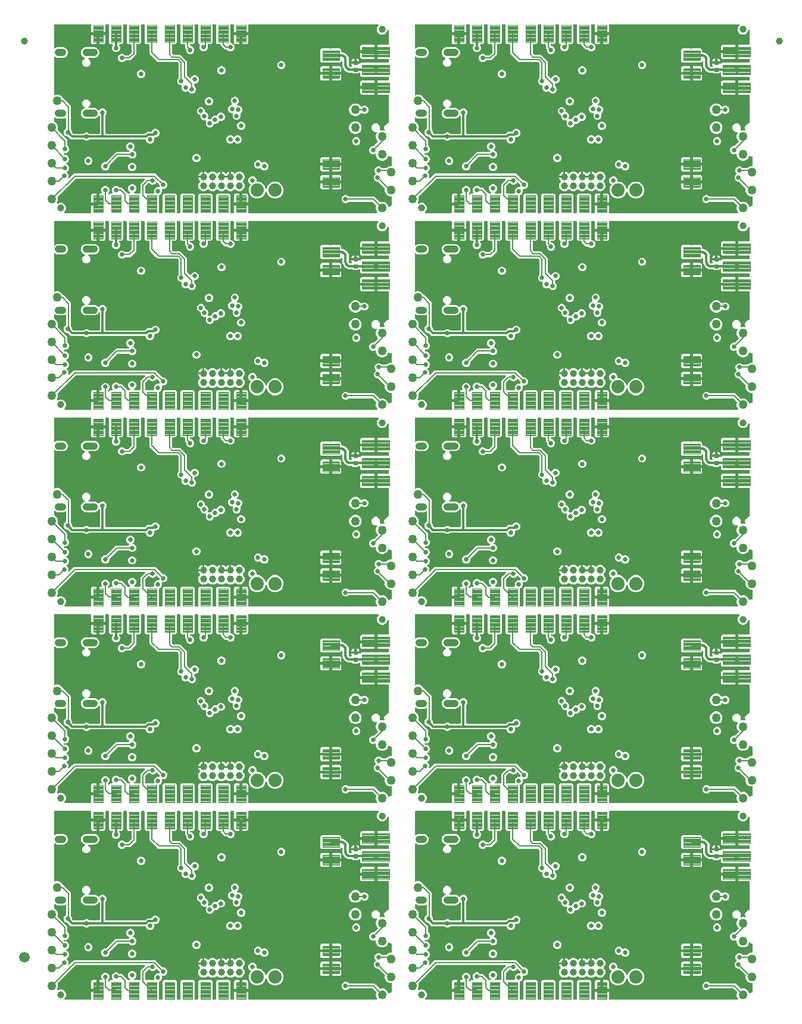
<source format=gbl>
G04 EAGLE Gerber RS-274X export*
G75*
%MOMM*%
%FSLAX34Y34*%
%LPD*%
%INBottom Copper*%
%IPPOS*%
%AMOC8*
5,1,8,0,0,1.08239X$1,22.5*%
G01*
%ADD10C,1.000000*%
%ADD11C,0.105000*%
%ADD12C,1.000000*%
%ADD13C,0.102000*%
%ADD14C,1.879600*%
%ADD15C,1.270000*%
%ADD16C,1.500000*%
%ADD17C,0.660400*%
%ADD18C,0.203200*%
%ADD19C,0.360000*%
%ADD20C,0.739141*%
%ADD21C,0.177800*%
%ADD22C,0.304800*%

G36*
X169202Y1121125D02*
X169202Y1121125D01*
X169260Y1121123D01*
X169342Y1121145D01*
X169426Y1121157D01*
X169479Y1121180D01*
X169535Y1121195D01*
X169608Y1121238D01*
X169685Y1121273D01*
X169730Y1121311D01*
X169780Y1121340D01*
X169838Y1121402D01*
X169902Y1121456D01*
X169934Y1121505D01*
X169974Y1121548D01*
X170013Y1121623D01*
X170060Y1121693D01*
X170077Y1121749D01*
X170104Y1121801D01*
X170115Y1121869D01*
X170145Y1121964D01*
X170148Y1122064D01*
X170159Y1122132D01*
X170159Y1147386D01*
X171955Y1149182D01*
X188445Y1149182D01*
X190241Y1147386D01*
X190241Y1122132D01*
X190249Y1122074D01*
X190247Y1122016D01*
X190269Y1121934D01*
X190281Y1121850D01*
X190304Y1121797D01*
X190319Y1121741D01*
X190362Y1121668D01*
X190397Y1121591D01*
X190435Y1121546D01*
X190464Y1121496D01*
X190526Y1121438D01*
X190580Y1121374D01*
X190629Y1121342D01*
X190672Y1121302D01*
X190747Y1121263D01*
X190817Y1121216D01*
X190873Y1121199D01*
X190925Y1121172D01*
X190993Y1121161D01*
X191088Y1121131D01*
X191188Y1121128D01*
X191256Y1121117D01*
X194544Y1121117D01*
X194602Y1121125D01*
X194660Y1121123D01*
X194742Y1121145D01*
X194826Y1121157D01*
X194879Y1121180D01*
X194935Y1121195D01*
X195008Y1121238D01*
X195085Y1121273D01*
X195130Y1121311D01*
X195180Y1121340D01*
X195238Y1121402D01*
X195302Y1121456D01*
X195334Y1121505D01*
X195374Y1121548D01*
X195413Y1121623D01*
X195460Y1121693D01*
X195477Y1121749D01*
X195504Y1121801D01*
X195515Y1121869D01*
X195545Y1121964D01*
X195548Y1122064D01*
X195559Y1122132D01*
X195559Y1147386D01*
X197355Y1149182D01*
X213845Y1149182D01*
X215641Y1147386D01*
X215641Y1122132D01*
X215649Y1122074D01*
X215647Y1122016D01*
X215669Y1121934D01*
X215681Y1121850D01*
X215704Y1121797D01*
X215719Y1121741D01*
X215762Y1121668D01*
X215797Y1121591D01*
X215835Y1121546D01*
X215864Y1121496D01*
X215926Y1121438D01*
X215980Y1121374D01*
X216029Y1121342D01*
X216072Y1121302D01*
X216147Y1121263D01*
X216217Y1121216D01*
X216273Y1121199D01*
X216325Y1121172D01*
X216393Y1121161D01*
X216488Y1121131D01*
X216588Y1121128D01*
X216656Y1121117D01*
X219944Y1121117D01*
X220002Y1121125D01*
X220060Y1121123D01*
X220142Y1121145D01*
X220226Y1121157D01*
X220279Y1121180D01*
X220335Y1121195D01*
X220408Y1121238D01*
X220485Y1121273D01*
X220530Y1121311D01*
X220580Y1121340D01*
X220638Y1121402D01*
X220702Y1121456D01*
X220734Y1121505D01*
X220774Y1121548D01*
X220813Y1121623D01*
X220860Y1121693D01*
X220877Y1121749D01*
X220904Y1121801D01*
X220915Y1121869D01*
X220945Y1121964D01*
X220948Y1122064D01*
X220959Y1122132D01*
X220959Y1147386D01*
X222755Y1149182D01*
X239245Y1149182D01*
X241041Y1147386D01*
X241041Y1122132D01*
X241049Y1122074D01*
X241047Y1122016D01*
X241069Y1121934D01*
X241081Y1121850D01*
X241104Y1121797D01*
X241119Y1121741D01*
X241162Y1121668D01*
X241197Y1121591D01*
X241235Y1121546D01*
X241264Y1121496D01*
X241326Y1121438D01*
X241380Y1121374D01*
X241429Y1121342D01*
X241472Y1121302D01*
X241547Y1121263D01*
X241617Y1121216D01*
X241673Y1121199D01*
X241725Y1121172D01*
X241793Y1121161D01*
X241888Y1121131D01*
X241988Y1121128D01*
X242056Y1121117D01*
X245344Y1121117D01*
X245402Y1121125D01*
X245460Y1121123D01*
X245542Y1121145D01*
X245626Y1121157D01*
X245679Y1121180D01*
X245735Y1121195D01*
X245808Y1121238D01*
X245885Y1121273D01*
X245930Y1121311D01*
X245980Y1121340D01*
X246038Y1121402D01*
X246102Y1121456D01*
X246134Y1121505D01*
X246174Y1121548D01*
X246213Y1121623D01*
X246260Y1121693D01*
X246277Y1121749D01*
X246304Y1121801D01*
X246315Y1121869D01*
X246345Y1121964D01*
X246348Y1122064D01*
X246359Y1122132D01*
X246359Y1147386D01*
X248155Y1149182D01*
X264645Y1149182D01*
X266441Y1147386D01*
X266441Y1122132D01*
X266449Y1122074D01*
X266447Y1122016D01*
X266469Y1121934D01*
X266481Y1121850D01*
X266504Y1121797D01*
X266519Y1121741D01*
X266562Y1121668D01*
X266597Y1121591D01*
X266635Y1121546D01*
X266664Y1121496D01*
X266726Y1121438D01*
X266780Y1121374D01*
X266829Y1121342D01*
X266872Y1121302D01*
X266947Y1121263D01*
X267017Y1121216D01*
X267073Y1121199D01*
X267125Y1121172D01*
X267193Y1121161D01*
X267288Y1121131D01*
X267388Y1121128D01*
X267456Y1121117D01*
X270744Y1121117D01*
X270802Y1121125D01*
X270860Y1121123D01*
X270942Y1121145D01*
X271026Y1121157D01*
X271079Y1121180D01*
X271135Y1121195D01*
X271208Y1121238D01*
X271285Y1121273D01*
X271330Y1121311D01*
X271380Y1121340D01*
X271438Y1121402D01*
X271502Y1121456D01*
X271534Y1121505D01*
X271574Y1121548D01*
X271613Y1121623D01*
X271660Y1121693D01*
X271677Y1121749D01*
X271704Y1121801D01*
X271715Y1121869D01*
X271745Y1121964D01*
X271748Y1122064D01*
X271759Y1122132D01*
X271759Y1132110D01*
X280784Y1132110D01*
X280842Y1132118D01*
X280900Y1132116D01*
X280982Y1132138D01*
X281065Y1132150D01*
X281119Y1132174D01*
X281175Y1132188D01*
X281248Y1132231D01*
X281325Y1132266D01*
X281369Y1132304D01*
X281420Y1132334D01*
X281477Y1132395D01*
X281542Y1132450D01*
X281574Y1132498D01*
X281614Y1132541D01*
X281653Y1132616D01*
X281699Y1132686D01*
X281717Y1132742D01*
X281744Y1132794D01*
X281755Y1132862D01*
X281785Y1132957D01*
X281788Y1133057D01*
X281799Y1133125D01*
X281799Y1134142D01*
X281801Y1134142D01*
X281801Y1133125D01*
X281809Y1133067D01*
X281808Y1133009D01*
X281829Y1132927D01*
X281841Y1132844D01*
X281865Y1132790D01*
X281879Y1132734D01*
X281922Y1132661D01*
X281957Y1132584D01*
X281995Y1132539D01*
X282025Y1132489D01*
X282086Y1132431D01*
X282141Y1132367D01*
X282189Y1132335D01*
X282232Y1132295D01*
X282307Y1132256D01*
X282377Y1132210D01*
X282433Y1132192D01*
X282485Y1132165D01*
X282553Y1132154D01*
X282648Y1132124D01*
X282748Y1132121D01*
X282816Y1132110D01*
X291841Y1132110D01*
X291841Y1122132D01*
X291849Y1122074D01*
X291847Y1122016D01*
X291869Y1121934D01*
X291881Y1121850D01*
X291904Y1121797D01*
X291919Y1121741D01*
X291962Y1121668D01*
X291997Y1121591D01*
X292035Y1121546D01*
X292064Y1121496D01*
X292126Y1121438D01*
X292180Y1121374D01*
X292229Y1121342D01*
X292272Y1121302D01*
X292347Y1121263D01*
X292417Y1121216D01*
X292473Y1121199D01*
X292525Y1121172D01*
X292593Y1121161D01*
X292688Y1121131D01*
X292788Y1121128D01*
X292856Y1121117D01*
X474600Y1121117D01*
X474629Y1121121D01*
X474658Y1121118D01*
X474769Y1121141D01*
X474881Y1121157D01*
X474908Y1121169D01*
X474937Y1121174D01*
X475037Y1121227D01*
X475141Y1121273D01*
X475163Y1121292D01*
X475189Y1121305D01*
X475271Y1121383D01*
X475358Y1121456D01*
X475374Y1121481D01*
X475395Y1121501D01*
X475453Y1121599D01*
X475515Y1121693D01*
X475524Y1121721D01*
X475539Y1121746D01*
X475567Y1121856D01*
X475601Y1121964D01*
X475602Y1121993D01*
X475609Y1122022D01*
X475606Y1122135D01*
X475608Y1122248D01*
X475601Y1122277D01*
X475600Y1122306D01*
X475565Y1122414D01*
X475537Y1122523D01*
X475522Y1122549D01*
X475513Y1122577D01*
X475467Y1122641D01*
X475391Y1122768D01*
X475346Y1122811D01*
X475318Y1122850D01*
X475063Y1123105D01*
X473709Y1126373D01*
X473709Y1129909D01*
X474062Y1130762D01*
X474063Y1130764D01*
X474064Y1130765D01*
X474098Y1130899D01*
X474133Y1131038D01*
X474133Y1131039D01*
X474134Y1131041D01*
X474129Y1131181D01*
X474125Y1131322D01*
X474125Y1131323D01*
X474125Y1131325D01*
X474083Y1131454D01*
X474039Y1131592D01*
X474038Y1131594D01*
X474037Y1131595D01*
X474029Y1131607D01*
X473880Y1131829D01*
X473857Y1131848D01*
X473842Y1131869D01*
X468724Y1136987D01*
X468654Y1137039D01*
X468590Y1137099D01*
X468541Y1137125D01*
X468497Y1137158D01*
X468415Y1137189D01*
X468337Y1137229D01*
X468290Y1137237D01*
X468231Y1137259D01*
X468084Y1137271D01*
X468006Y1137284D01*
X435657Y1137284D01*
X435570Y1137272D01*
X435483Y1137269D01*
X435430Y1137252D01*
X435375Y1137244D01*
X435295Y1137209D01*
X435212Y1137182D01*
X435173Y1137154D01*
X435116Y1137128D01*
X435002Y1137032D01*
X434939Y1136987D01*
X433840Y1135888D01*
X431692Y1134998D01*
X429368Y1134998D01*
X427220Y1135888D01*
X425577Y1137531D01*
X424687Y1139679D01*
X424687Y1142003D01*
X425577Y1144151D01*
X427220Y1145794D01*
X429368Y1146684D01*
X431692Y1146684D01*
X433840Y1145794D01*
X434939Y1144695D01*
X435009Y1144643D01*
X435072Y1144583D01*
X435122Y1144557D01*
X435166Y1144524D01*
X435248Y1144493D01*
X435326Y1144453D01*
X435373Y1144445D01*
X435432Y1144423D01*
X435579Y1144411D01*
X435657Y1144398D01*
X471373Y1144398D01*
X473754Y1142017D01*
X478872Y1136899D01*
X478874Y1136898D01*
X478875Y1136896D01*
X478986Y1136813D01*
X479100Y1136728D01*
X479101Y1136727D01*
X479102Y1136726D01*
X479234Y1136676D01*
X479365Y1136626D01*
X479367Y1136626D01*
X479368Y1136626D01*
X479513Y1136614D01*
X479649Y1136603D01*
X479650Y1136603D01*
X479652Y1136603D01*
X479667Y1136607D01*
X479927Y1136659D01*
X479954Y1136673D01*
X479979Y1136679D01*
X480832Y1137032D01*
X484368Y1137032D01*
X487636Y1135678D01*
X490137Y1133177D01*
X491228Y1130545D01*
X491286Y1130446D01*
X491339Y1130344D01*
X491358Y1130324D01*
X491372Y1130300D01*
X491455Y1130221D01*
X491535Y1130138D01*
X491559Y1130124D01*
X491579Y1130105D01*
X491681Y1130052D01*
X491780Y1129994D01*
X491807Y1129987D01*
X491831Y1129975D01*
X491944Y1129952D01*
X492055Y1129924D01*
X492083Y1129925D01*
X492110Y1129920D01*
X492225Y1129930D01*
X492340Y1129933D01*
X492366Y1129942D01*
X492394Y1129944D01*
X492501Y1129985D01*
X492610Y1130021D01*
X492630Y1130035D01*
X492659Y1130046D01*
X492871Y1130206D01*
X492883Y1130216D01*
X493985Y1131317D01*
X495300Y1131317D01*
X495358Y1131325D01*
X495416Y1131323D01*
X495498Y1131345D01*
X495582Y1131357D01*
X495635Y1131380D01*
X495691Y1131395D01*
X495764Y1131438D01*
X495841Y1131473D01*
X495886Y1131511D01*
X495936Y1131540D01*
X495994Y1131602D01*
X496058Y1131656D01*
X496090Y1131705D01*
X496130Y1131748D01*
X496169Y1131823D01*
X496216Y1131893D01*
X496233Y1131949D01*
X496260Y1132001D01*
X496271Y1132069D01*
X496301Y1132164D01*
X496304Y1132264D01*
X496315Y1132332D01*
X496315Y1143635D01*
X496307Y1143693D01*
X496309Y1143751D01*
X496287Y1143833D01*
X496275Y1143917D01*
X496252Y1143970D01*
X496237Y1144026D01*
X496194Y1144099D01*
X496159Y1144176D01*
X496121Y1144221D01*
X496092Y1144271D01*
X496030Y1144329D01*
X495976Y1144393D01*
X495927Y1144425D01*
X495884Y1144465D01*
X495809Y1144504D01*
X495739Y1144551D01*
X495683Y1144568D01*
X495631Y1144595D01*
X495563Y1144606D01*
X495468Y1144636D01*
X495368Y1144639D01*
X495300Y1144650D01*
X493532Y1144650D01*
X490264Y1146004D01*
X487763Y1148505D01*
X486409Y1151773D01*
X486409Y1155309D01*
X486443Y1155391D01*
X486444Y1155393D01*
X486444Y1155394D01*
X486478Y1155526D01*
X486514Y1155666D01*
X486514Y1155668D01*
X486514Y1155670D01*
X486510Y1155803D01*
X486506Y1155951D01*
X486505Y1155952D01*
X486505Y1155954D01*
X486464Y1156083D01*
X486419Y1156221D01*
X486418Y1156223D01*
X486418Y1156224D01*
X486409Y1156237D01*
X486261Y1156457D01*
X486238Y1156477D01*
X486223Y1156498D01*
X477540Y1165181D01*
X477470Y1165233D01*
X477406Y1165293D01*
X477357Y1165319D01*
X477313Y1165352D01*
X477231Y1165383D01*
X477153Y1165423D01*
X477105Y1165431D01*
X477047Y1165453D01*
X476899Y1165465D01*
X476822Y1165478D01*
X475088Y1165478D01*
X472940Y1166368D01*
X471297Y1168011D01*
X470407Y1170159D01*
X470407Y1172483D01*
X471297Y1174631D01*
X472984Y1176318D01*
X473019Y1176365D01*
X473062Y1176405D01*
X473104Y1176478D01*
X473155Y1176545D01*
X473176Y1176600D01*
X473206Y1176650D01*
X473226Y1176732D01*
X473256Y1176811D01*
X473261Y1176869D01*
X473276Y1176926D01*
X473273Y1177010D01*
X473280Y1177094D01*
X473268Y1177152D01*
X473267Y1177210D01*
X473241Y1177290D01*
X473224Y1177373D01*
X473197Y1177425D01*
X473179Y1177481D01*
X473139Y1177537D01*
X473093Y1177625D01*
X473024Y1177698D01*
X472984Y1177754D01*
X472567Y1178171D01*
X471677Y1180319D01*
X471677Y1182643D01*
X472567Y1184791D01*
X474210Y1186434D01*
X476358Y1187324D01*
X478682Y1187324D01*
X480830Y1186434D01*
X482056Y1185208D01*
X482126Y1185156D01*
X482189Y1185096D01*
X482239Y1185070D01*
X482283Y1185037D01*
X482365Y1185006D01*
X482443Y1184966D01*
X482490Y1184958D01*
X482549Y1184936D01*
X482696Y1184924D01*
X482774Y1184911D01*
X488276Y1184911D01*
X488362Y1184923D01*
X488450Y1184926D01*
X488502Y1184943D01*
X488557Y1184951D01*
X488637Y1184986D01*
X488720Y1185013D01*
X488760Y1185041D01*
X488817Y1185067D01*
X488930Y1185163D01*
X488994Y1185208D01*
X490264Y1186478D01*
X493532Y1187832D01*
X495300Y1187832D01*
X495358Y1187840D01*
X495416Y1187838D01*
X495498Y1187860D01*
X495582Y1187872D01*
X495635Y1187895D01*
X495691Y1187910D01*
X495764Y1187953D01*
X495841Y1187988D01*
X495886Y1188026D01*
X495936Y1188055D01*
X495994Y1188117D01*
X496058Y1188171D01*
X496090Y1188220D01*
X496130Y1188263D01*
X496169Y1188338D01*
X496216Y1188408D01*
X496233Y1188464D01*
X496260Y1188516D01*
X496271Y1188584D01*
X496301Y1188679D01*
X496304Y1188779D01*
X496315Y1188847D01*
X496315Y1200150D01*
X496307Y1200208D01*
X496309Y1200266D01*
X496287Y1200348D01*
X496275Y1200432D01*
X496252Y1200485D01*
X496237Y1200541D01*
X496194Y1200614D01*
X496159Y1200691D01*
X496121Y1200736D01*
X496092Y1200786D01*
X496030Y1200844D01*
X495976Y1200908D01*
X495927Y1200940D01*
X495884Y1200980D01*
X495809Y1201019D01*
X495739Y1201066D01*
X495683Y1201083D01*
X495631Y1201110D01*
X495563Y1201121D01*
X495468Y1201151D01*
X495368Y1201154D01*
X495300Y1201165D01*
X493985Y1201165D01*
X492883Y1202266D01*
X492792Y1202335D01*
X492704Y1202409D01*
X492678Y1202421D01*
X492656Y1202437D01*
X492549Y1202478D01*
X492444Y1202525D01*
X492417Y1202529D01*
X492391Y1202539D01*
X492276Y1202548D01*
X492162Y1202564D01*
X492135Y1202560D01*
X492107Y1202562D01*
X491995Y1202540D01*
X491881Y1202523D01*
X491856Y1202512D01*
X491828Y1202506D01*
X491726Y1202453D01*
X491622Y1202406D01*
X491601Y1202388D01*
X491576Y1202375D01*
X491493Y1202296D01*
X491405Y1202222D01*
X491392Y1202201D01*
X491370Y1202179D01*
X491235Y1201950D01*
X491228Y1201937D01*
X490137Y1199305D01*
X487636Y1196804D01*
X484368Y1195450D01*
X480832Y1195450D01*
X477564Y1196804D01*
X475063Y1199305D01*
X473709Y1202573D01*
X473709Y1204425D01*
X473702Y1204474D01*
X473703Y1204484D01*
X473699Y1204497D01*
X473693Y1204539D01*
X473683Y1204653D01*
X473673Y1204679D01*
X473669Y1204707D01*
X473622Y1204812D01*
X473581Y1204919D01*
X473565Y1204941D01*
X473553Y1204966D01*
X473479Y1205054D01*
X473410Y1205145D01*
X473387Y1205162D01*
X473370Y1205183D01*
X473274Y1205247D01*
X473182Y1205316D01*
X473156Y1205325D01*
X473133Y1205341D01*
X473023Y1205375D01*
X472916Y1205416D01*
X472888Y1205418D01*
X472862Y1205427D01*
X472747Y1205430D01*
X472633Y1205439D01*
X472608Y1205433D01*
X472578Y1205434D01*
X472321Y1205367D01*
X472305Y1205363D01*
X471062Y1204848D01*
X468738Y1204848D01*
X466590Y1205738D01*
X464947Y1207381D01*
X464057Y1209529D01*
X464057Y1211853D01*
X464947Y1214001D01*
X466590Y1215644D01*
X468738Y1216534D01*
X470292Y1216534D01*
X470379Y1216546D01*
X470466Y1216549D01*
X470519Y1216566D01*
X470574Y1216574D01*
X470654Y1216609D01*
X470737Y1216636D01*
X470776Y1216664D01*
X470833Y1216690D01*
X470946Y1216786D01*
X471010Y1216831D01*
X476255Y1222076D01*
X476291Y1222123D01*
X476333Y1222163D01*
X476376Y1222236D01*
X476426Y1222304D01*
X476447Y1222358D01*
X476477Y1222409D01*
X476497Y1222490D01*
X476528Y1222569D01*
X476532Y1222628D01*
X476547Y1222684D01*
X476544Y1222769D01*
X476551Y1222853D01*
X476540Y1222910D01*
X476538Y1222968D01*
X476512Y1223049D01*
X476495Y1223131D01*
X476468Y1223183D01*
X476450Y1223239D01*
X476410Y1223295D01*
X476364Y1223384D01*
X476296Y1223456D01*
X476255Y1223512D01*
X475063Y1224705D01*
X473709Y1227973D01*
X473709Y1231509D01*
X475096Y1234858D01*
X475123Y1234894D01*
X475134Y1234922D01*
X475150Y1234946D01*
X475185Y1235054D01*
X475225Y1235160D01*
X475227Y1235189D01*
X475236Y1235217D01*
X475239Y1235330D01*
X475248Y1235443D01*
X475243Y1235472D01*
X475243Y1235501D01*
X475215Y1235611D01*
X475193Y1235722D01*
X475179Y1235748D01*
X475172Y1235776D01*
X475114Y1235873D01*
X475062Y1235974D01*
X475041Y1235995D01*
X475026Y1236021D01*
X474944Y1236098D01*
X474866Y1236180D01*
X474841Y1236195D01*
X474819Y1236215D01*
X474718Y1236267D01*
X474621Y1236324D01*
X474592Y1236331D01*
X474566Y1236345D01*
X474489Y1236358D01*
X474345Y1236394D01*
X474283Y1236392D01*
X474235Y1236400D01*
X472398Y1236400D01*
X470178Y1237320D01*
X468479Y1239019D01*
X467559Y1241239D01*
X467559Y1243643D01*
X468479Y1245863D01*
X470178Y1247562D01*
X472398Y1248482D01*
X474802Y1248482D01*
X477022Y1247562D01*
X478721Y1245863D01*
X479641Y1243643D01*
X479641Y1241239D01*
X479028Y1239761D01*
X479021Y1239732D01*
X479007Y1239706D01*
X478986Y1239595D01*
X478957Y1239485D01*
X478958Y1239456D01*
X478952Y1239427D01*
X478962Y1239314D01*
X478965Y1239201D01*
X478974Y1239173D01*
X478977Y1239144D01*
X479018Y1239038D01*
X479052Y1238930D01*
X479068Y1238906D01*
X479079Y1238879D01*
X479147Y1238788D01*
X479210Y1238694D01*
X479233Y1238675D01*
X479251Y1238652D01*
X479341Y1238584D01*
X479428Y1238511D01*
X479455Y1238499D01*
X479478Y1238482D01*
X479584Y1238442D01*
X479688Y1238396D01*
X479717Y1238392D01*
X479744Y1238381D01*
X479857Y1238372D01*
X479969Y1238357D01*
X479998Y1238361D01*
X480028Y1238359D01*
X480104Y1238376D01*
X480251Y1238398D01*
X480308Y1238423D01*
X480355Y1238434D01*
X480832Y1238632D01*
X484368Y1238632D01*
X484845Y1238434D01*
X484874Y1238427D01*
X484900Y1238413D01*
X485011Y1238392D01*
X485121Y1238363D01*
X485150Y1238364D01*
X485179Y1238358D01*
X485292Y1238368D01*
X485405Y1238371D01*
X485433Y1238380D01*
X485462Y1238383D01*
X485568Y1238424D01*
X485676Y1238458D01*
X485700Y1238474D01*
X485727Y1238485D01*
X485818Y1238553D01*
X485912Y1238616D01*
X485931Y1238639D01*
X485954Y1238657D01*
X486022Y1238747D01*
X486095Y1238834D01*
X486107Y1238861D01*
X486124Y1238884D01*
X486164Y1238990D01*
X486210Y1239094D01*
X486214Y1239123D01*
X486225Y1239150D01*
X486234Y1239263D01*
X486249Y1239375D01*
X486245Y1239404D01*
X486247Y1239434D01*
X486230Y1239510D01*
X486208Y1239657D01*
X486183Y1239714D01*
X486172Y1239761D01*
X485559Y1241239D01*
X485559Y1243643D01*
X486479Y1245863D01*
X488178Y1247562D01*
X490398Y1248482D01*
X491109Y1248482D01*
X491167Y1248490D01*
X491225Y1248488D01*
X491307Y1248510D01*
X491391Y1248522D01*
X491444Y1248545D01*
X491500Y1248560D01*
X491573Y1248603D01*
X491650Y1248638D01*
X491695Y1248676D01*
X491745Y1248705D01*
X491803Y1248767D01*
X491867Y1248821D01*
X491899Y1248870D01*
X491939Y1248913D01*
X491978Y1248988D01*
X492025Y1249058D01*
X492042Y1249114D01*
X492069Y1249166D01*
X492080Y1249234D01*
X492110Y1249329D01*
X492113Y1249429D01*
X492124Y1249497D01*
X492124Y1288535D01*
X492116Y1288593D01*
X492118Y1288651D01*
X492096Y1288733D01*
X492084Y1288817D01*
X492061Y1288870D01*
X492046Y1288926D01*
X492003Y1288999D01*
X491968Y1289076D01*
X491930Y1289121D01*
X491901Y1289171D01*
X491839Y1289229D01*
X491785Y1289293D01*
X491736Y1289325D01*
X491693Y1289365D01*
X491618Y1289404D01*
X491548Y1289451D01*
X491492Y1289468D01*
X491440Y1289495D01*
X491372Y1289506D01*
X491277Y1289536D01*
X491177Y1289539D01*
X491109Y1289550D01*
X475741Y1289550D01*
X475741Y1298575D01*
X475733Y1298633D01*
X475734Y1298691D01*
X475713Y1298773D01*
X475701Y1298856D01*
X475677Y1298910D01*
X475663Y1298966D01*
X475620Y1299039D01*
X475585Y1299116D01*
X475547Y1299160D01*
X475517Y1299211D01*
X475456Y1299268D01*
X475401Y1299333D01*
X475353Y1299365D01*
X475310Y1299405D01*
X475235Y1299444D01*
X475165Y1299490D01*
X475109Y1299508D01*
X475057Y1299535D01*
X474989Y1299546D01*
X474894Y1299576D01*
X474794Y1299579D01*
X474726Y1299590D01*
X473709Y1299590D01*
X473709Y1299592D01*
X474726Y1299592D01*
X474784Y1299600D01*
X474842Y1299599D01*
X474924Y1299620D01*
X475007Y1299632D01*
X475061Y1299656D01*
X475117Y1299670D01*
X475190Y1299713D01*
X475267Y1299748D01*
X475311Y1299786D01*
X475362Y1299816D01*
X475419Y1299877D01*
X475484Y1299932D01*
X475516Y1299980D01*
X475556Y1300023D01*
X475595Y1300098D01*
X475641Y1300168D01*
X475659Y1300224D01*
X475686Y1300276D01*
X475697Y1300344D01*
X475727Y1300439D01*
X475730Y1300539D01*
X475741Y1300607D01*
X475741Y1309632D01*
X491109Y1309632D01*
X491167Y1309640D01*
X491225Y1309638D01*
X491307Y1309660D01*
X491391Y1309672D01*
X491444Y1309695D01*
X491500Y1309710D01*
X491573Y1309753D01*
X491650Y1309788D01*
X491695Y1309826D01*
X491745Y1309855D01*
X491803Y1309917D01*
X491867Y1309971D01*
X491899Y1310020D01*
X491939Y1310063D01*
X491978Y1310138D01*
X492025Y1310208D01*
X492042Y1310264D01*
X492069Y1310316D01*
X492080Y1310384D01*
X492110Y1310479D01*
X492113Y1310579D01*
X492124Y1310647D01*
X492124Y1313935D01*
X492116Y1313993D01*
X492118Y1314051D01*
X492096Y1314133D01*
X492084Y1314217D01*
X492061Y1314270D01*
X492046Y1314326D01*
X492003Y1314399D01*
X491968Y1314476D01*
X491930Y1314521D01*
X491901Y1314571D01*
X491839Y1314629D01*
X491785Y1314693D01*
X491736Y1314725D01*
X491693Y1314765D01*
X491618Y1314804D01*
X491548Y1314851D01*
X491492Y1314868D01*
X491440Y1314895D01*
X491372Y1314906D01*
X491277Y1314936D01*
X491177Y1314939D01*
X491109Y1314950D01*
X452965Y1314950D01*
X451169Y1316746D01*
X451169Y1319715D01*
X451161Y1319773D01*
X451163Y1319831D01*
X451141Y1319913D01*
X451129Y1319997D01*
X451106Y1320050D01*
X451091Y1320106D01*
X451048Y1320179D01*
X451013Y1320256D01*
X450975Y1320301D01*
X450946Y1320351D01*
X450884Y1320409D01*
X450830Y1320473D01*
X450781Y1320505D01*
X450738Y1320545D01*
X450663Y1320584D01*
X450593Y1320631D01*
X450537Y1320648D01*
X450485Y1320675D01*
X450417Y1320686D01*
X450322Y1320716D01*
X450222Y1320719D01*
X450154Y1320730D01*
X449874Y1320730D01*
X449788Y1320718D01*
X449700Y1320715D01*
X449648Y1320698D01*
X449593Y1320690D01*
X449513Y1320655D01*
X449430Y1320628D01*
X449390Y1320600D01*
X449333Y1320574D01*
X449220Y1320478D01*
X449156Y1320433D01*
X448254Y1319530D01*
X440746Y1319530D01*
X439924Y1320353D01*
X439854Y1320405D01*
X439790Y1320465D01*
X439741Y1320491D01*
X439697Y1320524D01*
X439615Y1320555D01*
X439537Y1320595D01*
X439489Y1320603D01*
X439431Y1320625D01*
X439283Y1320637D01*
X439206Y1320650D01*
X434015Y1320650D01*
X429054Y1323515D01*
X426477Y1327978D01*
X426471Y1327986D01*
X426467Y1327995D01*
X426384Y1328097D01*
X426302Y1328202D01*
X426294Y1328208D01*
X426288Y1328215D01*
X426179Y1328291D01*
X426135Y1328322D01*
X426146Y1328386D01*
X426185Y1328553D01*
X426183Y1328604D01*
X426189Y1328644D01*
X426189Y1335994D01*
X426185Y1336023D01*
X426188Y1336052D01*
X426165Y1336163D01*
X426149Y1336275D01*
X426137Y1336302D01*
X426132Y1336331D01*
X426079Y1336431D01*
X426033Y1336535D01*
X426014Y1336557D01*
X426001Y1336583D01*
X425923Y1336665D01*
X425850Y1336752D01*
X425825Y1336768D01*
X425805Y1336789D01*
X425707Y1336846D01*
X425613Y1336909D01*
X425585Y1336918D01*
X425560Y1336933D01*
X425450Y1336961D01*
X425342Y1336995D01*
X425312Y1336996D01*
X425284Y1337003D01*
X425171Y1336999D01*
X425058Y1337002D01*
X425029Y1336995D01*
X425000Y1336994D01*
X424892Y1336959D01*
X424783Y1336930D01*
X424757Y1336915D01*
X424729Y1336906D01*
X424666Y1336861D01*
X424538Y1336785D01*
X424495Y1336740D01*
X424456Y1336712D01*
X422845Y1335100D01*
X396355Y1335100D01*
X394559Y1336896D01*
X394559Y1353386D01*
X396355Y1355182D01*
X422845Y1355182D01*
X424641Y1353386D01*
X424641Y1350497D01*
X424647Y1350449D01*
X424647Y1350447D01*
X424648Y1350444D01*
X424649Y1350439D01*
X424647Y1350381D01*
X424669Y1350299D01*
X424681Y1350215D01*
X424704Y1350162D01*
X424719Y1350106D01*
X424762Y1350033D01*
X424797Y1349956D01*
X424835Y1349911D01*
X424864Y1349861D01*
X424926Y1349803D01*
X424980Y1349739D01*
X425029Y1349707D01*
X425072Y1349667D01*
X425147Y1349628D01*
X425217Y1349581D01*
X425273Y1349564D01*
X425325Y1349537D01*
X425393Y1349526D01*
X425488Y1349496D01*
X425588Y1349493D01*
X425656Y1349482D01*
X427169Y1349482D01*
X432052Y1346663D01*
X434871Y1341780D01*
X434871Y1331341D01*
X434881Y1331265D01*
X434879Y1331208D01*
X434913Y1330951D01*
X434922Y1330921D01*
X434923Y1330891D01*
X434951Y1330817D01*
X434990Y1330677D01*
X435023Y1330622D01*
X435041Y1330576D01*
X435298Y1330130D01*
X435358Y1330054D01*
X435411Y1329973D01*
X435442Y1329947D01*
X435473Y1329907D01*
X435613Y1329806D01*
X435669Y1329759D01*
X436115Y1329502D01*
X436144Y1329490D01*
X436169Y1329473D01*
X436244Y1329450D01*
X436379Y1329395D01*
X436443Y1329389D01*
X436490Y1329374D01*
X436747Y1329340D01*
X436824Y1329341D01*
X436880Y1329332D01*
X438605Y1329332D01*
X438643Y1329337D01*
X438683Y1329335D01*
X438784Y1329357D01*
X438886Y1329372D01*
X438922Y1329387D01*
X438960Y1329396D01*
X439051Y1329445D01*
X439146Y1329488D01*
X439176Y1329513D01*
X439210Y1329532D01*
X439284Y1329605D01*
X439363Y1329671D01*
X439384Y1329704D01*
X439412Y1329731D01*
X439463Y1329822D01*
X439520Y1329908D01*
X439532Y1329945D01*
X439551Y1329979D01*
X439575Y1330080D01*
X439606Y1330179D01*
X439607Y1330218D01*
X439616Y1330256D01*
X439611Y1330360D01*
X439613Y1330463D01*
X439604Y1330501D01*
X439602Y1330540D01*
X439574Y1330613D01*
X439542Y1330738D01*
X439504Y1330802D01*
X439484Y1330855D01*
X439167Y1331403D01*
X438959Y1332179D01*
X438959Y1333572D01*
X444016Y1333572D01*
X444074Y1333580D01*
X444132Y1333578D01*
X444214Y1333600D01*
X444297Y1333612D01*
X444351Y1333635D01*
X444407Y1333650D01*
X444480Y1333693D01*
X444499Y1333702D01*
X444545Y1333671D01*
X444601Y1333654D01*
X444653Y1333627D01*
X444721Y1333616D01*
X444816Y1333586D01*
X444916Y1333583D01*
X444984Y1333572D01*
X450842Y1333572D01*
X450888Y1333557D01*
X450918Y1333556D01*
X450946Y1333549D01*
X451059Y1333553D01*
X451172Y1333550D01*
X451201Y1333557D01*
X451230Y1333558D01*
X451338Y1333593D01*
X451447Y1333622D01*
X451473Y1333637D01*
X451501Y1333646D01*
X451565Y1333691D01*
X451692Y1333767D01*
X451735Y1333812D01*
X451774Y1333840D01*
X452965Y1335032D01*
X491109Y1335032D01*
X491167Y1335040D01*
X491225Y1335038D01*
X491307Y1335060D01*
X491391Y1335072D01*
X491444Y1335095D01*
X491500Y1335110D01*
X491573Y1335153D01*
X491650Y1335188D01*
X491695Y1335226D01*
X491745Y1335255D01*
X491803Y1335317D01*
X491867Y1335371D01*
X491899Y1335420D01*
X491939Y1335463D01*
X491978Y1335538D01*
X492025Y1335608D01*
X492042Y1335664D01*
X492069Y1335716D01*
X492080Y1335784D01*
X492110Y1335879D01*
X492113Y1335979D01*
X492124Y1336047D01*
X492124Y1339335D01*
X492116Y1339393D01*
X492118Y1339451D01*
X492096Y1339533D01*
X492084Y1339617D01*
X492061Y1339670D01*
X492046Y1339726D01*
X492003Y1339799D01*
X491968Y1339876D01*
X491930Y1339921D01*
X491901Y1339971D01*
X491839Y1340029D01*
X491785Y1340093D01*
X491736Y1340125D01*
X491693Y1340165D01*
X491618Y1340204D01*
X491548Y1340251D01*
X491492Y1340268D01*
X491440Y1340295D01*
X491372Y1340306D01*
X491277Y1340336D01*
X491177Y1340339D01*
X491109Y1340350D01*
X475741Y1340350D01*
X475741Y1349375D01*
X475733Y1349433D01*
X475734Y1349491D01*
X475713Y1349573D01*
X475701Y1349656D01*
X475677Y1349710D01*
X475663Y1349766D01*
X475620Y1349839D01*
X475585Y1349916D01*
X475547Y1349960D01*
X475517Y1350011D01*
X475456Y1350068D01*
X475401Y1350133D01*
X475353Y1350165D01*
X475310Y1350205D01*
X475235Y1350244D01*
X475165Y1350290D01*
X475109Y1350308D01*
X475057Y1350335D01*
X474989Y1350346D01*
X474894Y1350376D01*
X474794Y1350379D01*
X474726Y1350390D01*
X473709Y1350390D01*
X473709Y1350392D01*
X474726Y1350392D01*
X474784Y1350400D01*
X474842Y1350399D01*
X474924Y1350420D01*
X475007Y1350432D01*
X475061Y1350456D01*
X475117Y1350470D01*
X475190Y1350513D01*
X475267Y1350548D01*
X475311Y1350586D01*
X475362Y1350616D01*
X475419Y1350677D01*
X475484Y1350732D01*
X475516Y1350780D01*
X475556Y1350823D01*
X475595Y1350898D01*
X475641Y1350968D01*
X475659Y1351024D01*
X475686Y1351076D01*
X475697Y1351144D01*
X475727Y1351239D01*
X475730Y1351339D01*
X475741Y1351407D01*
X475741Y1360432D01*
X491109Y1360432D01*
X491167Y1360440D01*
X491225Y1360438D01*
X491307Y1360460D01*
X491391Y1360472D01*
X491444Y1360495D01*
X491500Y1360510D01*
X491573Y1360553D01*
X491650Y1360588D01*
X491695Y1360626D01*
X491745Y1360655D01*
X491803Y1360717D01*
X491867Y1360771D01*
X491899Y1360820D01*
X491939Y1360863D01*
X491978Y1360938D01*
X492025Y1361008D01*
X492042Y1361064D01*
X492069Y1361116D01*
X492080Y1361184D01*
X492110Y1361279D01*
X492113Y1361379D01*
X492124Y1361447D01*
X492124Y1380326D01*
X492112Y1380411D01*
X492110Y1380497D01*
X492092Y1380551D01*
X492084Y1380607D01*
X492049Y1380686D01*
X492023Y1380767D01*
X491991Y1380815D01*
X491968Y1380867D01*
X491913Y1380932D01*
X491865Y1381004D01*
X491821Y1381040D01*
X491785Y1381084D01*
X491713Y1381131D01*
X491647Y1381187D01*
X491595Y1381210D01*
X491548Y1381241D01*
X491466Y1381267D01*
X491387Y1381302D01*
X491331Y1381310D01*
X491277Y1381327D01*
X491191Y1381329D01*
X491106Y1381341D01*
X491050Y1381333D01*
X490993Y1381334D01*
X490910Y1381313D01*
X490825Y1381300D01*
X490773Y1381277D01*
X490718Y1381263D01*
X490644Y1381219D01*
X490565Y1381183D01*
X490522Y1381146D01*
X490473Y1381117D01*
X490414Y1381055D01*
X490349Y1380999D01*
X490323Y1380957D01*
X490279Y1380910D01*
X490213Y1380781D01*
X490171Y1380714D01*
X488993Y1377869D01*
X486872Y1375748D01*
X484100Y1374600D01*
X481100Y1374600D01*
X478328Y1375748D01*
X476207Y1377869D01*
X475059Y1380641D01*
X475059Y1383641D01*
X476207Y1386412D01*
X477227Y1387432D01*
X477237Y1387446D01*
X477244Y1387452D01*
X477250Y1387460D01*
X477267Y1387475D01*
X477330Y1387569D01*
X477398Y1387659D01*
X477408Y1387687D01*
X477425Y1387711D01*
X477459Y1387819D01*
X477499Y1387925D01*
X477501Y1387954D01*
X477510Y1387982D01*
X477513Y1388096D01*
X477523Y1388208D01*
X477517Y1388237D01*
X477518Y1388266D01*
X477489Y1388376D01*
X477467Y1388487D01*
X477453Y1388513D01*
X477446Y1388541D01*
X477388Y1388639D01*
X477336Y1388739D01*
X477316Y1388761D01*
X477301Y1388786D01*
X477218Y1388863D01*
X477140Y1388945D01*
X477115Y1388960D01*
X477093Y1388980D01*
X476992Y1389032D01*
X476895Y1389089D01*
X476866Y1389096D01*
X476840Y1389110D01*
X476763Y1389123D01*
X476619Y1389159D01*
X476557Y1389157D01*
X476509Y1389165D01*
X292856Y1389165D01*
X292798Y1389157D01*
X292740Y1389159D01*
X292658Y1389137D01*
X292574Y1389125D01*
X292521Y1389102D01*
X292465Y1389087D01*
X292392Y1389044D01*
X292315Y1389009D01*
X292270Y1388971D01*
X292220Y1388942D01*
X292162Y1388880D01*
X292098Y1388826D01*
X292066Y1388777D01*
X292026Y1388734D01*
X291987Y1388659D01*
X291940Y1388589D01*
X291923Y1388533D01*
X291896Y1388481D01*
X291885Y1388413D01*
X291855Y1388318D01*
X291852Y1388218D01*
X291841Y1388150D01*
X291841Y1378172D01*
X282816Y1378172D01*
X282758Y1378164D01*
X282700Y1378165D01*
X282618Y1378144D01*
X282535Y1378132D01*
X282481Y1378108D01*
X282425Y1378094D01*
X282352Y1378051D01*
X282275Y1378016D01*
X282231Y1377978D01*
X282180Y1377948D01*
X282123Y1377887D01*
X282058Y1377832D01*
X282026Y1377784D01*
X281986Y1377741D01*
X281947Y1377666D01*
X281901Y1377596D01*
X281883Y1377540D01*
X281856Y1377488D01*
X281845Y1377420D01*
X281815Y1377325D01*
X281812Y1377225D01*
X281801Y1377157D01*
X281801Y1376140D01*
X281799Y1376140D01*
X281799Y1377157D01*
X281791Y1377215D01*
X281792Y1377273D01*
X281771Y1377355D01*
X281759Y1377438D01*
X281735Y1377492D01*
X281721Y1377548D01*
X281678Y1377621D01*
X281643Y1377698D01*
X281605Y1377742D01*
X281575Y1377793D01*
X281514Y1377850D01*
X281459Y1377915D01*
X281411Y1377947D01*
X281368Y1377987D01*
X281293Y1378026D01*
X281223Y1378072D01*
X281167Y1378090D01*
X281115Y1378117D01*
X281047Y1378128D01*
X280952Y1378158D01*
X280852Y1378161D01*
X280784Y1378172D01*
X271759Y1378172D01*
X271759Y1388150D01*
X271752Y1388204D01*
X271753Y1388244D01*
X271752Y1388246D01*
X271753Y1388266D01*
X271731Y1388348D01*
X271719Y1388432D01*
X271696Y1388485D01*
X271681Y1388541D01*
X271638Y1388614D01*
X271603Y1388691D01*
X271565Y1388736D01*
X271536Y1388786D01*
X271474Y1388844D01*
X271420Y1388908D01*
X271371Y1388940D01*
X271328Y1388980D01*
X271253Y1389019D01*
X271183Y1389066D01*
X271127Y1389083D01*
X271075Y1389110D01*
X271007Y1389121D01*
X270912Y1389151D01*
X270812Y1389154D01*
X270744Y1389165D01*
X267456Y1389165D01*
X267398Y1389157D01*
X267340Y1389159D01*
X267258Y1389137D01*
X267174Y1389125D01*
X267121Y1389102D01*
X267065Y1389087D01*
X266992Y1389044D01*
X266915Y1389009D01*
X266870Y1388971D01*
X266820Y1388942D01*
X266762Y1388880D01*
X266698Y1388826D01*
X266666Y1388777D01*
X266626Y1388734D01*
X266587Y1388659D01*
X266540Y1388589D01*
X266523Y1388533D01*
X266496Y1388481D01*
X266485Y1388413D01*
X266455Y1388318D01*
X266452Y1388218D01*
X266441Y1388150D01*
X266441Y1363599D01*
X266449Y1363541D01*
X266447Y1363483D01*
X266469Y1363401D01*
X266481Y1363317D01*
X266504Y1363264D01*
X266519Y1363208D01*
X266562Y1363135D01*
X266597Y1363058D01*
X266635Y1363013D01*
X266664Y1362963D01*
X266726Y1362905D01*
X266780Y1362841D01*
X266829Y1362809D01*
X266872Y1362769D01*
X266947Y1362730D01*
X267017Y1362683D01*
X267073Y1362666D01*
X267125Y1362639D01*
X267193Y1362628D01*
X267288Y1362598D01*
X267388Y1362595D01*
X267456Y1362584D01*
X267862Y1362584D01*
X270010Y1361694D01*
X271653Y1360051D01*
X272543Y1357903D01*
X272543Y1355579D01*
X271653Y1353431D01*
X270010Y1351788D01*
X267862Y1350898D01*
X265538Y1350898D01*
X263390Y1351788D01*
X262164Y1353014D01*
X262094Y1353066D01*
X262031Y1353126D01*
X261981Y1353152D01*
X261937Y1353185D01*
X261855Y1353216D01*
X261777Y1353256D01*
X261730Y1353264D01*
X261671Y1353286D01*
X261524Y1353298D01*
X261446Y1353311D01*
X258929Y1353311D01*
X252970Y1359270D01*
X252970Y1360085D01*
X252962Y1360143D01*
X252964Y1360201D01*
X252942Y1360283D01*
X252930Y1360367D01*
X252907Y1360420D01*
X252892Y1360476D01*
X252849Y1360549D01*
X252814Y1360626D01*
X252776Y1360671D01*
X252747Y1360721D01*
X252685Y1360779D01*
X252631Y1360843D01*
X252582Y1360875D01*
X252539Y1360915D01*
X252464Y1360954D01*
X252394Y1361001D01*
X252338Y1361018D01*
X252286Y1361045D01*
X252218Y1361056D01*
X252123Y1361086D01*
X252023Y1361089D01*
X251955Y1361100D01*
X248155Y1361100D01*
X246359Y1362896D01*
X246359Y1388150D01*
X246352Y1388204D01*
X246353Y1388244D01*
X246352Y1388246D01*
X246353Y1388266D01*
X246331Y1388348D01*
X246319Y1388432D01*
X246296Y1388485D01*
X246281Y1388541D01*
X246238Y1388614D01*
X246203Y1388691D01*
X246165Y1388736D01*
X246136Y1388786D01*
X246074Y1388844D01*
X246020Y1388908D01*
X245971Y1388940D01*
X245928Y1388980D01*
X245853Y1389019D01*
X245783Y1389066D01*
X245727Y1389083D01*
X245675Y1389110D01*
X245607Y1389121D01*
X245512Y1389151D01*
X245412Y1389154D01*
X245344Y1389165D01*
X242056Y1389165D01*
X241998Y1389157D01*
X241940Y1389159D01*
X241858Y1389137D01*
X241774Y1389125D01*
X241721Y1389102D01*
X241665Y1389087D01*
X241592Y1389044D01*
X241515Y1389009D01*
X241470Y1388971D01*
X241420Y1388942D01*
X241362Y1388880D01*
X241298Y1388826D01*
X241266Y1388777D01*
X241226Y1388734D01*
X241187Y1388659D01*
X241140Y1388589D01*
X241123Y1388533D01*
X241096Y1388481D01*
X241085Y1388413D01*
X241055Y1388318D01*
X241052Y1388218D01*
X241041Y1388150D01*
X241041Y1362896D01*
X239245Y1361100D01*
X235445Y1361100D01*
X235387Y1361092D01*
X235329Y1361094D01*
X235247Y1361072D01*
X235163Y1361060D01*
X235110Y1361037D01*
X235054Y1361022D01*
X234981Y1360979D01*
X234904Y1360944D01*
X234859Y1360906D01*
X234809Y1360877D01*
X234751Y1360815D01*
X234687Y1360761D01*
X234655Y1360712D01*
X234615Y1360669D01*
X234576Y1360594D01*
X234529Y1360524D01*
X234512Y1360468D01*
X234485Y1360416D01*
X234474Y1360348D01*
X234444Y1360253D01*
X234441Y1360153D01*
X234430Y1360085D01*
X234430Y1358137D01*
X234434Y1358106D01*
X234432Y1358075D01*
X234443Y1358027D01*
X234443Y1355579D01*
X233553Y1353431D01*
X231910Y1351788D01*
X229762Y1350898D01*
X227438Y1350898D01*
X225290Y1351788D01*
X223647Y1353431D01*
X222757Y1355579D01*
X222757Y1357903D01*
X223500Y1359696D01*
X223529Y1359808D01*
X223563Y1359917D01*
X223564Y1359945D01*
X223571Y1359972D01*
X223568Y1360086D01*
X223571Y1360201D01*
X223564Y1360228D01*
X223563Y1360256D01*
X223528Y1360365D01*
X223499Y1360476D01*
X223485Y1360500D01*
X223476Y1360527D01*
X223412Y1360622D01*
X223354Y1360721D01*
X223333Y1360740D01*
X223318Y1360763D01*
X223230Y1360837D01*
X223146Y1360915D01*
X223122Y1360928D01*
X223100Y1360946D01*
X222996Y1360992D01*
X222893Y1361045D01*
X222869Y1361049D01*
X222841Y1361061D01*
X222787Y1361069D01*
X220959Y1362896D01*
X220959Y1388150D01*
X220952Y1388204D01*
X220953Y1388244D01*
X220952Y1388246D01*
X220953Y1388266D01*
X220931Y1388348D01*
X220919Y1388432D01*
X220896Y1388485D01*
X220881Y1388541D01*
X220838Y1388614D01*
X220803Y1388691D01*
X220765Y1388736D01*
X220736Y1388786D01*
X220674Y1388844D01*
X220620Y1388908D01*
X220571Y1388940D01*
X220528Y1388980D01*
X220453Y1389019D01*
X220383Y1389066D01*
X220327Y1389083D01*
X220275Y1389110D01*
X220207Y1389121D01*
X220112Y1389151D01*
X220012Y1389154D01*
X219944Y1389165D01*
X216656Y1389165D01*
X216598Y1389157D01*
X216540Y1389159D01*
X216458Y1389137D01*
X216374Y1389125D01*
X216321Y1389102D01*
X216265Y1389087D01*
X216192Y1389044D01*
X216115Y1389009D01*
X216070Y1388971D01*
X216020Y1388942D01*
X215962Y1388880D01*
X215898Y1388826D01*
X215866Y1388777D01*
X215826Y1388734D01*
X215787Y1388659D01*
X215740Y1388589D01*
X215723Y1388533D01*
X215696Y1388481D01*
X215685Y1388413D01*
X215655Y1388318D01*
X215652Y1388218D01*
X215641Y1388150D01*
X215641Y1362896D01*
X213845Y1361100D01*
X210045Y1361100D01*
X209987Y1361092D01*
X209929Y1361094D01*
X209847Y1361072D01*
X209763Y1361060D01*
X209710Y1361037D01*
X209654Y1361022D01*
X209581Y1360979D01*
X209504Y1360944D01*
X209459Y1360906D01*
X209409Y1360877D01*
X209351Y1360815D01*
X209287Y1360761D01*
X209255Y1360712D01*
X209215Y1360669D01*
X209176Y1360594D01*
X209129Y1360524D01*
X209112Y1360468D01*
X209085Y1360416D01*
X209074Y1360348D01*
X209044Y1360253D01*
X209041Y1360153D01*
X209030Y1360085D01*
X209030Y1359789D01*
X209038Y1359731D01*
X209036Y1359673D01*
X209058Y1359591D01*
X209070Y1359507D01*
X209093Y1359454D01*
X209108Y1359398D01*
X209151Y1359325D01*
X209186Y1359248D01*
X209224Y1359203D01*
X209253Y1359153D01*
X209315Y1359095D01*
X209369Y1359031D01*
X209418Y1358999D01*
X209461Y1358959D01*
X209536Y1358920D01*
X209606Y1358873D01*
X209662Y1358856D01*
X209714Y1358829D01*
X209782Y1358818D01*
X209877Y1358788D01*
X209977Y1358785D01*
X210045Y1358774D01*
X210712Y1358774D01*
X212860Y1357884D01*
X214503Y1356241D01*
X215393Y1354093D01*
X215393Y1351769D01*
X214503Y1349621D01*
X212860Y1347978D01*
X210712Y1347088D01*
X208388Y1347088D01*
X206240Y1347978D01*
X204597Y1349621D01*
X203707Y1351769D01*
X203707Y1353503D01*
X203695Y1353589D01*
X203692Y1353677D01*
X203675Y1353730D01*
X203667Y1353784D01*
X203632Y1353864D01*
X203605Y1353947D01*
X203577Y1353987D01*
X203551Y1354044D01*
X203455Y1354157D01*
X203410Y1354221D01*
X202170Y1355460D01*
X202170Y1360085D01*
X202162Y1360143D01*
X202164Y1360201D01*
X202142Y1360283D01*
X202130Y1360367D01*
X202107Y1360420D01*
X202092Y1360476D01*
X202049Y1360549D01*
X202014Y1360626D01*
X201976Y1360671D01*
X201947Y1360721D01*
X201885Y1360779D01*
X201831Y1360843D01*
X201782Y1360875D01*
X201739Y1360915D01*
X201664Y1360954D01*
X201594Y1361001D01*
X201538Y1361018D01*
X201486Y1361045D01*
X201418Y1361056D01*
X201323Y1361086D01*
X201223Y1361089D01*
X201155Y1361100D01*
X197355Y1361100D01*
X195559Y1362896D01*
X195559Y1388150D01*
X195552Y1388204D01*
X195553Y1388244D01*
X195552Y1388246D01*
X195553Y1388266D01*
X195531Y1388348D01*
X195519Y1388432D01*
X195496Y1388485D01*
X195481Y1388541D01*
X195438Y1388614D01*
X195403Y1388691D01*
X195365Y1388736D01*
X195336Y1388786D01*
X195274Y1388844D01*
X195220Y1388908D01*
X195171Y1388940D01*
X195128Y1388980D01*
X195053Y1389019D01*
X194983Y1389066D01*
X194927Y1389083D01*
X194875Y1389110D01*
X194807Y1389121D01*
X194712Y1389151D01*
X194612Y1389154D01*
X194544Y1389165D01*
X191256Y1389165D01*
X191198Y1389157D01*
X191140Y1389159D01*
X191058Y1389137D01*
X190974Y1389125D01*
X190921Y1389102D01*
X190865Y1389087D01*
X190792Y1389044D01*
X190715Y1389009D01*
X190670Y1388971D01*
X190620Y1388942D01*
X190562Y1388880D01*
X190498Y1388826D01*
X190466Y1388777D01*
X190426Y1388734D01*
X190387Y1388659D01*
X190340Y1388589D01*
X190323Y1388533D01*
X190296Y1388481D01*
X190285Y1388413D01*
X190255Y1388318D01*
X190252Y1388218D01*
X190241Y1388150D01*
X190241Y1362896D01*
X188445Y1361100D01*
X184645Y1361100D01*
X184587Y1361092D01*
X184529Y1361094D01*
X184447Y1361072D01*
X184363Y1361060D01*
X184310Y1361037D01*
X184254Y1361022D01*
X184181Y1360979D01*
X184104Y1360944D01*
X184059Y1360906D01*
X184009Y1360877D01*
X183951Y1360815D01*
X183887Y1360761D01*
X183855Y1360712D01*
X183815Y1360669D01*
X183776Y1360594D01*
X183729Y1360524D01*
X183712Y1360468D01*
X183685Y1360416D01*
X183674Y1360348D01*
X183644Y1360253D01*
X183641Y1360153D01*
X183630Y1360085D01*
X183630Y1348562D01*
X183642Y1348476D01*
X183645Y1348388D01*
X183662Y1348335D01*
X183670Y1348281D01*
X183705Y1348201D01*
X183732Y1348118D01*
X183760Y1348078D01*
X183786Y1348021D01*
X183864Y1347929D01*
X183883Y1347897D01*
X183903Y1347878D01*
X183927Y1347844D01*
X185273Y1346498D01*
X185343Y1346446D01*
X185407Y1346386D01*
X185456Y1346360D01*
X185500Y1346327D01*
X185582Y1346296D01*
X185660Y1346256D01*
X185708Y1346248D01*
X185766Y1346226D01*
X185914Y1346214D01*
X185991Y1346201D01*
X195731Y1346201D01*
X205360Y1336572D01*
X205360Y1316672D01*
X205372Y1316586D01*
X205375Y1316498D01*
X205392Y1316445D01*
X205400Y1316391D01*
X205435Y1316311D01*
X205462Y1316228D01*
X205490Y1316188D01*
X205516Y1316131D01*
X205612Y1316018D01*
X205657Y1315954D01*
X208799Y1312813D01*
X208890Y1312744D01*
X208978Y1312670D01*
X209004Y1312659D01*
X209026Y1312642D01*
X209133Y1312601D01*
X209238Y1312554D01*
X209266Y1312551D01*
X209291Y1312541D01*
X209406Y1312531D01*
X209520Y1312515D01*
X209547Y1312519D01*
X209575Y1312517D01*
X209687Y1312540D01*
X209801Y1312556D01*
X209826Y1312567D01*
X209854Y1312573D01*
X209955Y1312626D01*
X210060Y1312673D01*
X210081Y1312691D01*
X210106Y1312704D01*
X210189Y1312783D01*
X210277Y1312857D01*
X210290Y1312879D01*
X210312Y1312900D01*
X210447Y1313129D01*
X210454Y1313142D01*
X210947Y1314331D01*
X212590Y1315974D01*
X214738Y1316864D01*
X217062Y1316864D01*
X219210Y1315974D01*
X220853Y1314331D01*
X221743Y1312183D01*
X221743Y1309859D01*
X220853Y1307711D01*
X219210Y1306068D01*
X217062Y1305178D01*
X216535Y1305178D01*
X216477Y1305170D01*
X216419Y1305172D01*
X216337Y1305150D01*
X216253Y1305138D01*
X216200Y1305115D01*
X216144Y1305100D01*
X216071Y1305057D01*
X215994Y1305022D01*
X215949Y1304984D01*
X215899Y1304955D01*
X215841Y1304893D01*
X215777Y1304839D01*
X215745Y1304790D01*
X215705Y1304747D01*
X215666Y1304672D01*
X215619Y1304602D01*
X215602Y1304546D01*
X215575Y1304494D01*
X215564Y1304426D01*
X215534Y1304331D01*
X215531Y1304231D01*
X215520Y1304163D01*
X215520Y1302305D01*
X215532Y1302218D01*
X215535Y1302131D01*
X215552Y1302078D01*
X215560Y1302023D01*
X215595Y1301943D01*
X215622Y1301860D01*
X215650Y1301821D01*
X215676Y1301764D01*
X215772Y1301650D01*
X215817Y1301587D01*
X217043Y1300361D01*
X217933Y1298213D01*
X217933Y1295889D01*
X217043Y1293741D01*
X215400Y1292098D01*
X213252Y1291208D01*
X210928Y1291208D01*
X208780Y1292098D01*
X207137Y1293741D01*
X207117Y1293790D01*
X207087Y1293841D01*
X207066Y1293895D01*
X207015Y1293962D01*
X206972Y1294035D01*
X206930Y1294075D01*
X206894Y1294122D01*
X206827Y1294172D01*
X206765Y1294230D01*
X206713Y1294257D01*
X206666Y1294292D01*
X206588Y1294322D01*
X206513Y1294360D01*
X206455Y1294372D01*
X206401Y1294392D01*
X206316Y1294399D01*
X206234Y1294415D01*
X206176Y1294410D01*
X206117Y1294415D01*
X206050Y1294400D01*
X205950Y1294391D01*
X205857Y1294355D01*
X205790Y1294340D01*
X204362Y1293748D01*
X202038Y1293748D01*
X199890Y1294638D01*
X198247Y1296281D01*
X197357Y1298429D01*
X197357Y1300753D01*
X197557Y1301234D01*
X197585Y1301346D01*
X197620Y1301455D01*
X197621Y1301483D01*
X197628Y1301510D01*
X197624Y1301624D01*
X197627Y1301739D01*
X197620Y1301766D01*
X197619Y1301794D01*
X197584Y1301903D01*
X197555Y1302014D01*
X197541Y1302038D01*
X197533Y1302065D01*
X197469Y1302160D01*
X197410Y1302259D01*
X197390Y1302278D01*
X197374Y1302301D01*
X197287Y1302375D01*
X197203Y1302453D01*
X197178Y1302466D01*
X197157Y1302484D01*
X197052Y1302530D01*
X196950Y1302583D01*
X196925Y1302587D01*
X196897Y1302599D01*
X196633Y1302636D01*
X196619Y1302638D01*
X195688Y1302638D01*
X193540Y1303528D01*
X191897Y1305171D01*
X191007Y1307319D01*
X191007Y1309643D01*
X191897Y1311791D01*
X193123Y1313017D01*
X193175Y1313087D01*
X193235Y1313150D01*
X193261Y1313200D01*
X193294Y1313244D01*
X193325Y1313326D01*
X193365Y1313404D01*
X193373Y1313451D01*
X193395Y1313510D01*
X193407Y1313657D01*
X193420Y1313735D01*
X193420Y1333310D01*
X193412Y1333367D01*
X193414Y1333420D01*
X193406Y1333448D01*
X193405Y1333484D01*
X193388Y1333537D01*
X193380Y1333591D01*
X193353Y1333653D01*
X193342Y1333695D01*
X193331Y1333714D01*
X193318Y1333754D01*
X193290Y1333794D01*
X193264Y1333851D01*
X193215Y1333909D01*
X193197Y1333940D01*
X193163Y1333971D01*
X193123Y1334028D01*
X191663Y1335488D01*
X191593Y1335540D01*
X191529Y1335600D01*
X191480Y1335626D01*
X191436Y1335659D01*
X191354Y1335690D01*
X191276Y1335730D01*
X191228Y1335738D01*
X191170Y1335760D01*
X191022Y1335772D01*
X190945Y1335785D01*
X163425Y1335785D01*
X151370Y1347840D01*
X151370Y1360085D01*
X151362Y1360143D01*
X151364Y1360201D01*
X151342Y1360283D01*
X151330Y1360367D01*
X151307Y1360420D01*
X151292Y1360476D01*
X151249Y1360549D01*
X151214Y1360626D01*
X151176Y1360671D01*
X151147Y1360721D01*
X151085Y1360779D01*
X151031Y1360843D01*
X150982Y1360875D01*
X150939Y1360915D01*
X150864Y1360954D01*
X150794Y1361001D01*
X150738Y1361018D01*
X150686Y1361045D01*
X150618Y1361056D01*
X150523Y1361086D01*
X150423Y1361089D01*
X150355Y1361100D01*
X146555Y1361100D01*
X144759Y1362896D01*
X144759Y1388150D01*
X144752Y1388204D01*
X144753Y1388244D01*
X144752Y1388246D01*
X144753Y1388266D01*
X144731Y1388348D01*
X144719Y1388432D01*
X144696Y1388485D01*
X144681Y1388541D01*
X144638Y1388614D01*
X144603Y1388691D01*
X144565Y1388736D01*
X144536Y1388786D01*
X144474Y1388844D01*
X144420Y1388908D01*
X144371Y1388940D01*
X144328Y1388980D01*
X144253Y1389019D01*
X144183Y1389066D01*
X144127Y1389083D01*
X144075Y1389110D01*
X144007Y1389121D01*
X143912Y1389151D01*
X143812Y1389154D01*
X143744Y1389165D01*
X140456Y1389165D01*
X140398Y1389157D01*
X140340Y1389159D01*
X140258Y1389137D01*
X140174Y1389125D01*
X140121Y1389102D01*
X140065Y1389087D01*
X139992Y1389044D01*
X139915Y1389009D01*
X139870Y1388971D01*
X139820Y1388942D01*
X139762Y1388880D01*
X139698Y1388826D01*
X139666Y1388777D01*
X139626Y1388734D01*
X139587Y1388659D01*
X139540Y1388589D01*
X139523Y1388533D01*
X139496Y1388481D01*
X139485Y1388413D01*
X139455Y1388318D01*
X139452Y1388218D01*
X139441Y1388150D01*
X139441Y1362896D01*
X137645Y1361100D01*
X133845Y1361100D01*
X133787Y1361092D01*
X133729Y1361094D01*
X133647Y1361072D01*
X133563Y1361060D01*
X133510Y1361037D01*
X133454Y1361022D01*
X133381Y1360979D01*
X133304Y1360944D01*
X133259Y1360906D01*
X133209Y1360877D01*
X133151Y1360815D01*
X133087Y1360761D01*
X133055Y1360712D01*
X133015Y1360669D01*
X132976Y1360594D01*
X132929Y1360524D01*
X132912Y1360468D01*
X132885Y1360416D01*
X132874Y1360348D01*
X132844Y1360253D01*
X132841Y1360153D01*
X132830Y1360085D01*
X132830Y1346290D01*
X130523Y1343984D01*
X126917Y1340378D01*
X124611Y1338071D01*
X117776Y1338071D01*
X117689Y1338059D01*
X117602Y1338056D01*
X117549Y1338039D01*
X117494Y1338031D01*
X117414Y1337996D01*
X117331Y1337969D01*
X117292Y1337941D01*
X117235Y1337915D01*
X117121Y1337819D01*
X117058Y1337774D01*
X115832Y1336548D01*
X113684Y1335658D01*
X111360Y1335658D01*
X109212Y1336548D01*
X107569Y1338191D01*
X106679Y1340339D01*
X106679Y1342663D01*
X107569Y1344811D01*
X109212Y1346454D01*
X111360Y1347344D01*
X113684Y1347344D01*
X115832Y1346454D01*
X117058Y1345228D01*
X117128Y1345176D01*
X117191Y1345116D01*
X117241Y1345090D01*
X117285Y1345057D01*
X117367Y1345026D01*
X117445Y1344986D01*
X117492Y1344978D01*
X117551Y1344956D01*
X117698Y1344944D01*
X117776Y1344931D01*
X121349Y1344931D01*
X121435Y1344943D01*
X121523Y1344946D01*
X121576Y1344963D01*
X121630Y1344971D01*
X121710Y1345006D01*
X121793Y1345033D01*
X121833Y1345061D01*
X121890Y1345087D01*
X122003Y1345183D01*
X122067Y1345228D01*
X125673Y1348834D01*
X125689Y1348856D01*
X125709Y1348872D01*
X125741Y1348920D01*
X125785Y1348968D01*
X125811Y1349017D01*
X125844Y1349061D01*
X125856Y1349094D01*
X125866Y1349109D01*
X125881Y1349154D01*
X125915Y1349221D01*
X125923Y1349269D01*
X125945Y1349327D01*
X125948Y1349369D01*
X125952Y1349380D01*
X125953Y1349427D01*
X125957Y1349475D01*
X125970Y1349552D01*
X125970Y1360085D01*
X125962Y1360143D01*
X125964Y1360201D01*
X125942Y1360283D01*
X125930Y1360367D01*
X125907Y1360420D01*
X125892Y1360476D01*
X125849Y1360549D01*
X125814Y1360626D01*
X125776Y1360671D01*
X125747Y1360721D01*
X125685Y1360779D01*
X125631Y1360843D01*
X125582Y1360875D01*
X125539Y1360915D01*
X125464Y1360954D01*
X125394Y1361001D01*
X125338Y1361018D01*
X125286Y1361045D01*
X125218Y1361056D01*
X125123Y1361086D01*
X125023Y1361089D01*
X124955Y1361100D01*
X121155Y1361100D01*
X119359Y1362896D01*
X119359Y1388150D01*
X119352Y1388204D01*
X119353Y1388244D01*
X119352Y1388246D01*
X119353Y1388266D01*
X119331Y1388348D01*
X119319Y1388432D01*
X119296Y1388485D01*
X119281Y1388541D01*
X119238Y1388614D01*
X119203Y1388691D01*
X119165Y1388736D01*
X119136Y1388786D01*
X119074Y1388844D01*
X119020Y1388908D01*
X118971Y1388940D01*
X118928Y1388980D01*
X118853Y1389019D01*
X118783Y1389066D01*
X118727Y1389083D01*
X118675Y1389110D01*
X118607Y1389121D01*
X118512Y1389151D01*
X118412Y1389154D01*
X118344Y1389165D01*
X115056Y1389165D01*
X114998Y1389157D01*
X114940Y1389159D01*
X114858Y1389137D01*
X114774Y1389125D01*
X114721Y1389102D01*
X114665Y1389087D01*
X114592Y1389044D01*
X114515Y1389009D01*
X114470Y1388971D01*
X114420Y1388942D01*
X114362Y1388880D01*
X114298Y1388826D01*
X114266Y1388777D01*
X114226Y1388734D01*
X114187Y1388659D01*
X114140Y1388589D01*
X114123Y1388533D01*
X114096Y1388481D01*
X114085Y1388413D01*
X114055Y1388318D01*
X114052Y1388218D01*
X114041Y1388150D01*
X114041Y1362896D01*
X112245Y1361100D01*
X109479Y1361100D01*
X109450Y1361096D01*
X109420Y1361099D01*
X109309Y1361076D01*
X109197Y1361060D01*
X109170Y1361048D01*
X109142Y1361043D01*
X109041Y1360990D01*
X108938Y1360944D01*
X108915Y1360925D01*
X108889Y1360912D01*
X108807Y1360834D01*
X108721Y1360761D01*
X108704Y1360736D01*
X108683Y1360716D01*
X108626Y1360618D01*
X108563Y1360524D01*
X108554Y1360496D01*
X108539Y1360471D01*
X108512Y1360361D01*
X108477Y1360253D01*
X108477Y1360223D01*
X108469Y1360195D01*
X108473Y1360082D01*
X108470Y1359969D01*
X108477Y1359940D01*
X108478Y1359911D01*
X108513Y1359803D01*
X108542Y1359694D01*
X108557Y1359668D01*
X108566Y1359640D01*
X108611Y1359576D01*
X108687Y1359449D01*
X108733Y1359406D01*
X108761Y1359367D01*
X109093Y1359035D01*
X109983Y1356887D01*
X109983Y1354563D01*
X109093Y1352415D01*
X107450Y1350772D01*
X105302Y1349882D01*
X102978Y1349882D01*
X100830Y1350772D01*
X99187Y1352415D01*
X98297Y1354563D01*
X98297Y1356887D01*
X99187Y1359035D01*
X99519Y1359367D01*
X99537Y1359391D01*
X99559Y1359410D01*
X99622Y1359504D01*
X99690Y1359594D01*
X99701Y1359622D01*
X99717Y1359646D01*
X99751Y1359754D01*
X99791Y1359860D01*
X99794Y1359889D01*
X99803Y1359917D01*
X99806Y1360030D01*
X99815Y1360143D01*
X99809Y1360172D01*
X99810Y1360201D01*
X99781Y1360311D01*
X99759Y1360422D01*
X99746Y1360448D01*
X99738Y1360476D01*
X99680Y1360574D01*
X99628Y1360674D01*
X99608Y1360696D01*
X99593Y1360721D01*
X99510Y1360798D01*
X99432Y1360880D01*
X99407Y1360895D01*
X99386Y1360915D01*
X99285Y1360967D01*
X99187Y1361024D01*
X99159Y1361031D01*
X99132Y1361045D01*
X99055Y1361058D01*
X98912Y1361094D01*
X98849Y1361092D01*
X98801Y1361100D01*
X95755Y1361100D01*
X93959Y1362896D01*
X93959Y1388150D01*
X93952Y1388204D01*
X93953Y1388244D01*
X93952Y1388246D01*
X93953Y1388266D01*
X93931Y1388348D01*
X93919Y1388432D01*
X93896Y1388485D01*
X93881Y1388541D01*
X93838Y1388614D01*
X93803Y1388691D01*
X93765Y1388736D01*
X93736Y1388786D01*
X93674Y1388844D01*
X93620Y1388908D01*
X93571Y1388940D01*
X93528Y1388980D01*
X93453Y1389019D01*
X93383Y1389066D01*
X93327Y1389083D01*
X93275Y1389110D01*
X93207Y1389121D01*
X93112Y1389151D01*
X93012Y1389154D01*
X92944Y1389165D01*
X89656Y1389165D01*
X89598Y1389157D01*
X89540Y1389159D01*
X89458Y1389137D01*
X89374Y1389125D01*
X89321Y1389102D01*
X89265Y1389087D01*
X89192Y1389044D01*
X89115Y1389009D01*
X89070Y1388971D01*
X89020Y1388942D01*
X88962Y1388880D01*
X88898Y1388826D01*
X88866Y1388777D01*
X88826Y1388734D01*
X88787Y1388659D01*
X88740Y1388589D01*
X88723Y1388533D01*
X88696Y1388481D01*
X88685Y1388413D01*
X88655Y1388318D01*
X88652Y1388218D01*
X88641Y1388150D01*
X88641Y1378172D01*
X79616Y1378172D01*
X79558Y1378164D01*
X79500Y1378165D01*
X79418Y1378144D01*
X79335Y1378132D01*
X79281Y1378108D01*
X79225Y1378094D01*
X79152Y1378051D01*
X79075Y1378016D01*
X79031Y1377978D01*
X78980Y1377948D01*
X78923Y1377887D01*
X78858Y1377832D01*
X78826Y1377784D01*
X78786Y1377741D01*
X78747Y1377666D01*
X78701Y1377596D01*
X78683Y1377540D01*
X78656Y1377488D01*
X78645Y1377420D01*
X78615Y1377325D01*
X78612Y1377225D01*
X78601Y1377157D01*
X78601Y1376140D01*
X78599Y1376140D01*
X78599Y1377157D01*
X78591Y1377215D01*
X78592Y1377273D01*
X78571Y1377355D01*
X78559Y1377438D01*
X78535Y1377492D01*
X78521Y1377548D01*
X78478Y1377621D01*
X78443Y1377698D01*
X78405Y1377742D01*
X78375Y1377793D01*
X78314Y1377850D01*
X78259Y1377915D01*
X78211Y1377947D01*
X78168Y1377987D01*
X78093Y1378026D01*
X78023Y1378072D01*
X77967Y1378090D01*
X77915Y1378117D01*
X77847Y1378128D01*
X77752Y1378158D01*
X77652Y1378161D01*
X77584Y1378172D01*
X68559Y1378172D01*
X68559Y1388150D01*
X68552Y1388204D01*
X68553Y1388244D01*
X68552Y1388246D01*
X68553Y1388266D01*
X68531Y1388348D01*
X68519Y1388432D01*
X68496Y1388485D01*
X68481Y1388541D01*
X68438Y1388614D01*
X68403Y1388691D01*
X68365Y1388736D01*
X68336Y1388786D01*
X68274Y1388844D01*
X68220Y1388908D01*
X68171Y1388940D01*
X68128Y1388980D01*
X68053Y1389019D01*
X67983Y1389066D01*
X67927Y1389083D01*
X67875Y1389110D01*
X67807Y1389121D01*
X67712Y1389151D01*
X67612Y1389154D01*
X67544Y1389165D01*
X16891Y1389165D01*
X16833Y1389157D01*
X16775Y1389159D01*
X16693Y1389137D01*
X16609Y1389125D01*
X16556Y1389102D01*
X16500Y1389087D01*
X16427Y1389044D01*
X16350Y1389009D01*
X16305Y1388971D01*
X16255Y1388942D01*
X16197Y1388880D01*
X16133Y1388826D01*
X16101Y1388777D01*
X16061Y1388734D01*
X16022Y1388659D01*
X15975Y1388589D01*
X15958Y1388533D01*
X15931Y1388481D01*
X15920Y1388413D01*
X15890Y1388318D01*
X15887Y1388218D01*
X15876Y1388150D01*
X15876Y1355882D01*
X15880Y1355853D01*
X15877Y1355824D01*
X15900Y1355713D01*
X15916Y1355600D01*
X15928Y1355574D01*
X15933Y1355545D01*
X15986Y1355444D01*
X16032Y1355341D01*
X16051Y1355319D01*
X16064Y1355293D01*
X16142Y1355210D01*
X16215Y1355124D01*
X16240Y1355108D01*
X16260Y1355087D01*
X16358Y1355029D01*
X16452Y1354966D01*
X16480Y1354958D01*
X16505Y1354943D01*
X16615Y1354915D01*
X16723Y1354881D01*
X16753Y1354880D01*
X16781Y1354873D01*
X16894Y1354876D01*
X17007Y1354873D01*
X17036Y1354881D01*
X17065Y1354882D01*
X17173Y1354917D01*
X17282Y1354945D01*
X17308Y1354960D01*
X17336Y1354969D01*
X17400Y1355015D01*
X17527Y1355090D01*
X17570Y1355136D01*
X17609Y1355164D01*
X17979Y1355534D01*
X20750Y1356682D01*
X29750Y1356682D01*
X32522Y1355534D01*
X34643Y1353413D01*
X35791Y1350641D01*
X35791Y1347641D01*
X34643Y1344869D01*
X32522Y1342748D01*
X29750Y1341600D01*
X20750Y1341600D01*
X17979Y1342748D01*
X17609Y1343118D01*
X17585Y1343136D01*
X17566Y1343158D01*
X17472Y1343221D01*
X17382Y1343289D01*
X17354Y1343299D01*
X17330Y1343316D01*
X17222Y1343350D01*
X17116Y1343390D01*
X17087Y1343392D01*
X17059Y1343401D01*
X16946Y1343404D01*
X16833Y1343414D01*
X16804Y1343408D01*
X16775Y1343409D01*
X16665Y1343380D01*
X16554Y1343358D01*
X16528Y1343344D01*
X16500Y1343337D01*
X16402Y1343279D01*
X16302Y1343227D01*
X16280Y1343207D01*
X16255Y1343192D01*
X16178Y1343109D01*
X16096Y1343031D01*
X16081Y1343006D01*
X16061Y1342984D01*
X16009Y1342883D01*
X15952Y1342786D01*
X15945Y1342757D01*
X15931Y1342731D01*
X15918Y1342654D01*
X15882Y1342510D01*
X15884Y1342448D01*
X15876Y1342400D01*
X15876Y1289843D01*
X15892Y1289729D01*
X15902Y1289615D01*
X15912Y1289589D01*
X15916Y1289561D01*
X15963Y1289456D01*
X16004Y1289349D01*
X16020Y1289327D01*
X16032Y1289302D01*
X16106Y1289214D01*
X16175Y1289123D01*
X16198Y1289106D01*
X16215Y1289085D01*
X16311Y1289021D01*
X16403Y1288952D01*
X16429Y1288943D01*
X16452Y1288927D01*
X16562Y1288893D01*
X16669Y1288852D01*
X16697Y1288850D01*
X16723Y1288842D01*
X16838Y1288839D01*
X16952Y1288829D01*
X16977Y1288835D01*
X17007Y1288834D01*
X17264Y1288901D01*
X17280Y1288905D01*
X18552Y1289432D01*
X22088Y1289432D01*
X25356Y1288078D01*
X27857Y1285577D01*
X28263Y1284597D01*
X28264Y1284596D01*
X28264Y1284595D01*
X28336Y1284474D01*
X28408Y1284353D01*
X28409Y1284352D01*
X28409Y1284350D01*
X28514Y1284253D01*
X28614Y1284157D01*
X28616Y1284157D01*
X28617Y1284156D01*
X28742Y1284091D01*
X28867Y1284027D01*
X28869Y1284027D01*
X28870Y1284026D01*
X28885Y1284024D01*
X29146Y1283972D01*
X29176Y1283975D01*
X29201Y1283971D01*
X29361Y1283971D01*
X40260Y1273072D01*
X40260Y1240075D01*
X40272Y1239988D01*
X40275Y1239901D01*
X40292Y1239848D01*
X40300Y1239793D01*
X40335Y1239713D01*
X40362Y1239630D01*
X40390Y1239591D01*
X40416Y1239534D01*
X40499Y1239436D01*
X41403Y1237253D01*
X41403Y1236417D01*
X41415Y1236331D01*
X41418Y1236243D01*
X41435Y1236191D01*
X41443Y1236136D01*
X41478Y1236056D01*
X41505Y1235973D01*
X41533Y1235933D01*
X41559Y1235876D01*
X41655Y1235763D01*
X41700Y1235699D01*
X43296Y1234103D01*
X43366Y1234051D01*
X43430Y1233991D01*
X43479Y1233965D01*
X43524Y1233932D01*
X43605Y1233901D01*
X43683Y1233861D01*
X43731Y1233853D01*
X43789Y1233831D01*
X43937Y1233819D01*
X44014Y1233806D01*
X57611Y1233806D01*
X57698Y1233818D01*
X57785Y1233821D01*
X57838Y1233838D01*
X57893Y1233846D01*
X57973Y1233881D01*
X58056Y1233908D01*
X58095Y1233936D01*
X58152Y1233962D01*
X58266Y1234058D01*
X58329Y1234103D01*
X58920Y1234694D01*
X61068Y1235584D01*
X63392Y1235584D01*
X65540Y1234694D01*
X66131Y1234103D01*
X66201Y1234051D01*
X66264Y1233991D01*
X66314Y1233965D01*
X66358Y1233932D01*
X66440Y1233901D01*
X66518Y1233861D01*
X66565Y1233853D01*
X66624Y1233831D01*
X66771Y1233819D01*
X66849Y1233806D01*
X80010Y1233806D01*
X80068Y1233814D01*
X80126Y1233812D01*
X80208Y1233834D01*
X80292Y1233846D01*
X80345Y1233869D01*
X80401Y1233884D01*
X80474Y1233927D01*
X80551Y1233962D01*
X80596Y1234000D01*
X80646Y1234029D01*
X80704Y1234091D01*
X80768Y1234145D01*
X80800Y1234194D01*
X80840Y1234237D01*
X80879Y1234312D01*
X80926Y1234382D01*
X80943Y1234438D01*
X80970Y1234490D01*
X80981Y1234558D01*
X81011Y1234653D01*
X81014Y1234753D01*
X81025Y1234821D01*
X81025Y1258393D01*
X81013Y1258478D01*
X81011Y1258564D01*
X80993Y1258618D01*
X80985Y1258675D01*
X80950Y1258753D01*
X80924Y1258835D01*
X80892Y1258882D01*
X80869Y1258934D01*
X80814Y1259000D01*
X80766Y1259071D01*
X80722Y1259108D01*
X80686Y1259151D01*
X80614Y1259199D01*
X80548Y1259254D01*
X80496Y1259277D01*
X80449Y1259309D01*
X80367Y1259335D01*
X80288Y1259370D01*
X80232Y1259377D01*
X80178Y1259395D01*
X80092Y1259397D01*
X80007Y1259409D01*
X79951Y1259400D01*
X79894Y1259402D01*
X79811Y1259380D01*
X79725Y1259368D01*
X79674Y1259344D01*
X79619Y1259330D01*
X79545Y1259286D01*
X79466Y1259251D01*
X79423Y1259214D01*
X79374Y1259185D01*
X79315Y1259122D01*
X79250Y1259066D01*
X79224Y1259024D01*
X79180Y1258977D01*
X79114Y1258848D01*
X79072Y1258782D01*
X78943Y1258469D01*
X76822Y1256348D01*
X74050Y1255200D01*
X60050Y1255200D01*
X57278Y1256348D01*
X55157Y1258469D01*
X54009Y1261241D01*
X54009Y1264241D01*
X55157Y1267013D01*
X57278Y1269134D01*
X59229Y1269942D01*
X59254Y1269956D01*
X59282Y1269965D01*
X59376Y1270029D01*
X59474Y1270086D01*
X59494Y1270107D01*
X59518Y1270124D01*
X59591Y1270211D01*
X59669Y1270293D01*
X59682Y1270319D01*
X59701Y1270341D01*
X59747Y1270445D01*
X59799Y1270545D01*
X59805Y1270574D01*
X59817Y1270601D01*
X59832Y1270713D01*
X59854Y1270824D01*
X59852Y1270854D01*
X59856Y1270883D01*
X59839Y1270995D01*
X59830Y1271108D01*
X59819Y1271135D01*
X59815Y1271164D01*
X59768Y1271267D01*
X59728Y1271373D01*
X59710Y1271396D01*
X59698Y1271423D01*
X59624Y1271509D01*
X59556Y1271600D01*
X59532Y1271617D01*
X59513Y1271640D01*
X59447Y1271681D01*
X59328Y1271770D01*
X59270Y1271792D01*
X59229Y1271817D01*
X58470Y1272132D01*
X56841Y1273761D01*
X55959Y1275889D01*
X55959Y1278193D01*
X56841Y1280321D01*
X58470Y1281950D01*
X60598Y1282832D01*
X62902Y1282832D01*
X65030Y1281950D01*
X66659Y1280321D01*
X67541Y1278193D01*
X67541Y1275889D01*
X66659Y1273761D01*
X64913Y1272015D01*
X64896Y1271991D01*
X64873Y1271972D01*
X64810Y1271878D01*
X64742Y1271788D01*
X64732Y1271760D01*
X64716Y1271736D01*
X64681Y1271628D01*
X64641Y1271522D01*
X64639Y1271493D01*
X64630Y1271465D01*
X64627Y1271351D01*
X64618Y1271239D01*
X64623Y1271210D01*
X64623Y1271181D01*
X64651Y1271071D01*
X64673Y1270960D01*
X64687Y1270934D01*
X64694Y1270906D01*
X64752Y1270808D01*
X64804Y1270708D01*
X64825Y1270686D01*
X64840Y1270661D01*
X64922Y1270584D01*
X65000Y1270502D01*
X65026Y1270487D01*
X65047Y1270467D01*
X65148Y1270415D01*
X65245Y1270358D01*
X65274Y1270351D01*
X65300Y1270337D01*
X65377Y1270324D01*
X65521Y1270288D01*
X65583Y1270290D01*
X65631Y1270282D01*
X74050Y1270282D01*
X76821Y1269134D01*
X78563Y1267392D01*
X78610Y1267357D01*
X78650Y1267315D01*
X78722Y1267272D01*
X78790Y1267222D01*
X78845Y1267201D01*
X78895Y1267171D01*
X78977Y1267150D01*
X79056Y1267120D01*
X79114Y1267115D01*
X79171Y1267101D01*
X79255Y1267104D01*
X79339Y1267097D01*
X79396Y1267108D01*
X79455Y1267110D01*
X79535Y1267136D01*
X79618Y1267153D01*
X79670Y1267180D01*
X79725Y1267198D01*
X79781Y1267238D01*
X79870Y1267284D01*
X79942Y1267352D01*
X79999Y1267392D01*
X81780Y1269174D01*
X83928Y1270064D01*
X86252Y1270064D01*
X88400Y1269174D01*
X90043Y1267531D01*
X90933Y1265383D01*
X90933Y1263059D01*
X90043Y1260911D01*
X89452Y1260320D01*
X89400Y1260250D01*
X89340Y1260187D01*
X89314Y1260137D01*
X89281Y1260093D01*
X89250Y1260011D01*
X89210Y1259933D01*
X89202Y1259886D01*
X89180Y1259827D01*
X89168Y1259680D01*
X89155Y1259602D01*
X89155Y1234821D01*
X89163Y1234764D01*
X89161Y1234708D01*
X89162Y1234708D01*
X89161Y1234705D01*
X89183Y1234623D01*
X89195Y1234539D01*
X89218Y1234486D01*
X89233Y1234430D01*
X89276Y1234357D01*
X89311Y1234280D01*
X89349Y1234235D01*
X89378Y1234185D01*
X89440Y1234127D01*
X89494Y1234063D01*
X89543Y1234031D01*
X89586Y1233991D01*
X89661Y1233952D01*
X89731Y1233905D01*
X89787Y1233888D01*
X89839Y1233861D01*
X89907Y1233850D01*
X90002Y1233820D01*
X90102Y1233817D01*
X90170Y1233806D01*
X144766Y1233806D01*
X144853Y1233818D01*
X144940Y1233821D01*
X144993Y1233838D01*
X145048Y1233846D01*
X145128Y1233881D01*
X145211Y1233908D01*
X145250Y1233936D01*
X145307Y1233962D01*
X145420Y1234058D01*
X145484Y1234103D01*
X147981Y1236600D01*
X153754Y1236600D01*
X153756Y1236600D01*
X153757Y1236600D01*
X153898Y1236620D01*
X154036Y1236640D01*
X154037Y1236640D01*
X154039Y1236640D01*
X154167Y1236698D01*
X154295Y1236756D01*
X154296Y1236757D01*
X154298Y1236758D01*
X154405Y1236849D01*
X154512Y1236939D01*
X154513Y1236941D01*
X154514Y1236942D01*
X154522Y1236955D01*
X154670Y1237176D01*
X154679Y1237205D01*
X154692Y1237226D01*
X155067Y1238131D01*
X156710Y1239774D01*
X158858Y1240664D01*
X161182Y1240664D01*
X163330Y1239774D01*
X164973Y1238131D01*
X165863Y1235983D01*
X165863Y1233659D01*
X164973Y1231511D01*
X163330Y1229868D01*
X161182Y1228978D01*
X160346Y1228978D01*
X160260Y1228966D01*
X160172Y1228963D01*
X160120Y1228946D01*
X160065Y1228938D01*
X159985Y1228903D01*
X159902Y1228876D01*
X159862Y1228848D01*
X159805Y1228822D01*
X159692Y1228726D01*
X159628Y1228681D01*
X159418Y1228470D01*
X159192Y1228470D01*
X159078Y1228454D01*
X158963Y1228444D01*
X158938Y1228434D01*
X158910Y1228430D01*
X158805Y1228383D01*
X158698Y1228342D01*
X158676Y1228325D01*
X158651Y1228314D01*
X158563Y1228240D01*
X158472Y1228171D01*
X158455Y1228148D01*
X158434Y1228131D01*
X158370Y1228035D01*
X158301Y1227943D01*
X158292Y1227917D01*
X158276Y1227894D01*
X158242Y1227784D01*
X158201Y1227677D01*
X158199Y1227649D01*
X158190Y1227623D01*
X158188Y1227508D01*
X158178Y1227393D01*
X158184Y1227369D01*
X158183Y1227339D01*
X158243Y1227111D01*
X158243Y1224769D01*
X157353Y1222621D01*
X155710Y1220978D01*
X153562Y1220088D01*
X151238Y1220088D01*
X149090Y1220978D01*
X147447Y1222621D01*
X146545Y1224798D01*
X146529Y1224859D01*
X146517Y1224943D01*
X146494Y1224996D01*
X146479Y1225052D01*
X146436Y1225125D01*
X146401Y1225202D01*
X146363Y1225247D01*
X146334Y1225297D01*
X146272Y1225355D01*
X146218Y1225419D01*
X146169Y1225451D01*
X146126Y1225491D01*
X146051Y1225530D01*
X145981Y1225577D01*
X145925Y1225594D01*
X145873Y1225621D01*
X145805Y1225632D01*
X145710Y1225662D01*
X145610Y1225665D01*
X145542Y1225676D01*
X66849Y1225676D01*
X66762Y1225664D01*
X66675Y1225661D01*
X66622Y1225644D01*
X66567Y1225636D01*
X66487Y1225601D01*
X66404Y1225574D01*
X66365Y1225546D01*
X66308Y1225520D01*
X66194Y1225424D01*
X66131Y1225379D01*
X65540Y1224788D01*
X63392Y1223898D01*
X61068Y1223898D01*
X58920Y1224788D01*
X58329Y1225379D01*
X58259Y1225431D01*
X58196Y1225491D01*
X58146Y1225517D01*
X58102Y1225550D01*
X58020Y1225581D01*
X57942Y1225621D01*
X57895Y1225629D01*
X57836Y1225651D01*
X57689Y1225663D01*
X57611Y1225676D01*
X40226Y1225676D01*
X35952Y1229951D01*
X35882Y1230003D01*
X35818Y1230063D01*
X35769Y1230089D01*
X35724Y1230122D01*
X35643Y1230153D01*
X35565Y1230193D01*
X35517Y1230201D01*
X35459Y1230223D01*
X35311Y1230235D01*
X35234Y1230248D01*
X34398Y1230248D01*
X32250Y1231138D01*
X30607Y1232781D01*
X29717Y1234929D01*
X29717Y1237253D01*
X30607Y1239401D01*
X32250Y1241044D01*
X32774Y1241261D01*
X32775Y1241262D01*
X32776Y1241262D01*
X32893Y1241331D01*
X33018Y1241405D01*
X33020Y1241407D01*
X33021Y1241407D01*
X33116Y1241509D01*
X33214Y1241612D01*
X33214Y1241614D01*
X33215Y1241615D01*
X33280Y1241740D01*
X33344Y1241865D01*
X33344Y1241866D01*
X33345Y1241868D01*
X33347Y1241883D01*
X33399Y1242144D01*
X33396Y1242174D01*
X33400Y1242199D01*
X33400Y1255193D01*
X33393Y1255241D01*
X33394Y1255246D01*
X33392Y1255253D01*
X33384Y1255307D01*
X33374Y1255421D01*
X33364Y1255447D01*
X33360Y1255474D01*
X33313Y1255579D01*
X33272Y1255686D01*
X33256Y1255708D01*
X33244Y1255734D01*
X33170Y1255821D01*
X33101Y1255913D01*
X33078Y1255930D01*
X33061Y1255951D01*
X32965Y1256014D01*
X32873Y1256083D01*
X32847Y1256093D01*
X32824Y1256108D01*
X32714Y1256143D01*
X32607Y1256184D01*
X32579Y1256186D01*
X32553Y1256194D01*
X32438Y1256197D01*
X32324Y1256206D01*
X32299Y1256201D01*
X32269Y1256201D01*
X32012Y1256134D01*
X31996Y1256131D01*
X29750Y1255200D01*
X20750Y1255200D01*
X17979Y1256348D01*
X17609Y1256718D01*
X17585Y1256736D01*
X17566Y1256758D01*
X17472Y1256821D01*
X17382Y1256889D01*
X17354Y1256899D01*
X17330Y1256916D01*
X17222Y1256950D01*
X17116Y1256990D01*
X17087Y1256992D01*
X17059Y1257001D01*
X16946Y1257004D01*
X16833Y1257014D01*
X16804Y1257008D01*
X16775Y1257009D01*
X16665Y1256980D01*
X16554Y1256958D01*
X16528Y1256944D01*
X16500Y1256937D01*
X16402Y1256879D01*
X16302Y1256827D01*
X16280Y1256807D01*
X16255Y1256792D01*
X16178Y1256709D01*
X16096Y1256631D01*
X16081Y1256606D01*
X16061Y1256584D01*
X16009Y1256483D01*
X15952Y1256386D01*
X15945Y1256357D01*
X15931Y1256331D01*
X15918Y1256254D01*
X15882Y1256110D01*
X15884Y1256048D01*
X15876Y1256000D01*
X15876Y1251427D01*
X15876Y1251426D01*
X15876Y1251424D01*
X15896Y1251284D01*
X15916Y1251146D01*
X15916Y1251144D01*
X15916Y1251143D01*
X15973Y1251017D01*
X16032Y1250886D01*
X16033Y1250885D01*
X16034Y1250884D01*
X16125Y1250776D01*
X16215Y1250669D01*
X16217Y1250668D01*
X16218Y1250667D01*
X16231Y1250659D01*
X16452Y1250512D01*
X16481Y1250502D01*
X16502Y1250489D01*
X17736Y1249978D01*
X20237Y1247477D01*
X21591Y1244209D01*
X21591Y1240673D01*
X21185Y1239693D01*
X21184Y1239691D01*
X21184Y1239690D01*
X21150Y1239557D01*
X21114Y1239418D01*
X21114Y1239416D01*
X21114Y1239414D01*
X21118Y1239271D01*
X21122Y1239133D01*
X21123Y1239132D01*
X21123Y1239130D01*
X21166Y1238996D01*
X21209Y1238863D01*
X21210Y1238861D01*
X21210Y1238860D01*
X21219Y1238847D01*
X21367Y1238626D01*
X21390Y1238607D01*
X21405Y1238586D01*
X32873Y1227118D01*
X35180Y1224812D01*
X35180Y1217215D01*
X35192Y1217128D01*
X35195Y1217041D01*
X35212Y1216988D01*
X35220Y1216933D01*
X35255Y1216853D01*
X35282Y1216770D01*
X35310Y1216731D01*
X35336Y1216674D01*
X35432Y1216561D01*
X35477Y1216497D01*
X36703Y1215271D01*
X37593Y1213123D01*
X37593Y1210799D01*
X36703Y1208651D01*
X35060Y1207008D01*
X32912Y1206118D01*
X30924Y1206118D01*
X30895Y1206114D01*
X30866Y1206117D01*
X30755Y1206094D01*
X30643Y1206078D01*
X30616Y1206066D01*
X30587Y1206061D01*
X30487Y1206009D01*
X30383Y1205962D01*
X30361Y1205943D01*
X30335Y1205930D01*
X30253Y1205852D01*
X30166Y1205779D01*
X30150Y1205754D01*
X30129Y1205734D01*
X30071Y1205636D01*
X30009Y1205542D01*
X30000Y1205514D01*
X29985Y1205489D01*
X29957Y1205379D01*
X29923Y1205271D01*
X29922Y1205241D01*
X29915Y1205213D01*
X29918Y1205100D01*
X29916Y1204987D01*
X29923Y1204958D01*
X29924Y1204929D01*
X29959Y1204821D01*
X29987Y1204712D01*
X30002Y1204686D01*
X30011Y1204658D01*
X30057Y1204595D01*
X30133Y1204467D01*
X30178Y1204424D01*
X30206Y1204385D01*
X30460Y1204131D01*
X30530Y1204079D01*
X30594Y1204019D01*
X30643Y1203993D01*
X30687Y1203960D01*
X30769Y1203929D01*
X30847Y1203889D01*
X30895Y1203881D01*
X30953Y1203859D01*
X31101Y1203847D01*
X31178Y1203834D01*
X32912Y1203834D01*
X35060Y1202944D01*
X36703Y1201301D01*
X37593Y1199153D01*
X37593Y1196829D01*
X36703Y1194681D01*
X35060Y1193038D01*
X33952Y1192579D01*
X33927Y1192564D01*
X33899Y1192555D01*
X33805Y1192492D01*
X33707Y1192434D01*
X33687Y1192413D01*
X33663Y1192397D01*
X33590Y1192310D01*
X33512Y1192228D01*
X33499Y1192202D01*
X33480Y1192179D01*
X33434Y1192076D01*
X33382Y1191975D01*
X33376Y1191946D01*
X33364Y1191919D01*
X33349Y1191807D01*
X33327Y1191696D01*
X33329Y1191667D01*
X33325Y1191638D01*
X33341Y1191526D01*
X33351Y1191413D01*
X33362Y1191386D01*
X33366Y1191356D01*
X33413Y1191253D01*
X33453Y1191148D01*
X33471Y1191124D01*
X33483Y1191097D01*
X33557Y1191011D01*
X33625Y1190921D01*
X33648Y1190903D01*
X33667Y1190881D01*
X33734Y1190839D01*
X33853Y1190751D01*
X33911Y1190729D01*
X33952Y1190703D01*
X35060Y1190244D01*
X36703Y1188601D01*
X37593Y1186453D01*
X37593Y1184129D01*
X36703Y1181981D01*
X35060Y1180338D01*
X34488Y1180101D01*
X34389Y1180043D01*
X34287Y1179990D01*
X34267Y1179971D01*
X34243Y1179957D01*
X34164Y1179873D01*
X34081Y1179794D01*
X34067Y1179770D01*
X34048Y1179750D01*
X33995Y1179648D01*
X33937Y1179549D01*
X33931Y1179522D01*
X33918Y1179497D01*
X33896Y1179384D01*
X33867Y1179273D01*
X33868Y1179245D01*
X33863Y1179218D01*
X33873Y1179104D01*
X33876Y1178989D01*
X33885Y1178963D01*
X33887Y1178935D01*
X33928Y1178828D01*
X33964Y1178718D01*
X33978Y1178698D01*
X33989Y1178670D01*
X34150Y1178458D01*
X34159Y1178445D01*
X35433Y1177171D01*
X36323Y1175023D01*
X36323Y1172699D01*
X36010Y1171943D01*
X35988Y1171860D01*
X35958Y1171779D01*
X35953Y1171723D01*
X35939Y1171668D01*
X35941Y1171582D01*
X35934Y1171496D01*
X35945Y1171440D01*
X35947Y1171383D01*
X35973Y1171302D01*
X35990Y1171217D01*
X36016Y1171167D01*
X36033Y1171113D01*
X36081Y1171041D01*
X36121Y1170965D01*
X36160Y1170924D01*
X36192Y1170876D01*
X36258Y1170821D01*
X36317Y1170759D01*
X36366Y1170730D01*
X36409Y1170693D01*
X36488Y1170659D01*
X36562Y1170615D01*
X36617Y1170601D01*
X36669Y1170578D01*
X36754Y1170566D01*
X36837Y1170545D01*
X36894Y1170547D01*
X36951Y1170539D01*
X37036Y1170551D01*
X37122Y1170554D01*
X37176Y1170572D01*
X37232Y1170580D01*
X37310Y1170615D01*
X37392Y1170642D01*
X37432Y1170670D01*
X37491Y1170697D01*
X37602Y1170791D01*
X37665Y1170836D01*
X41621Y1174792D01*
X44002Y1177173D01*
X160208Y1177173D01*
X162589Y1174792D01*
X170080Y1167301D01*
X170150Y1167249D01*
X170214Y1167189D01*
X170263Y1167163D01*
X170307Y1167130D01*
X170389Y1167099D01*
X170467Y1167059D01*
X170514Y1167051D01*
X170573Y1167029D01*
X170721Y1167017D01*
X170798Y1167004D01*
X172612Y1167004D01*
X174760Y1166114D01*
X176403Y1164471D01*
X177293Y1162323D01*
X177293Y1159999D01*
X176403Y1157851D01*
X174760Y1156208D01*
X172612Y1155318D01*
X170411Y1155318D01*
X170298Y1155302D01*
X170183Y1155292D01*
X170157Y1155282D01*
X170130Y1155278D01*
X170025Y1155231D01*
X169918Y1155190D01*
X169896Y1155174D01*
X169870Y1155162D01*
X169783Y1155088D01*
X169691Y1155019D01*
X169675Y1154996D01*
X169653Y1154979D01*
X169590Y1154883D01*
X169521Y1154791D01*
X169511Y1154765D01*
X169496Y1154742D01*
X169461Y1154632D01*
X169421Y1154525D01*
X169418Y1154497D01*
X169410Y1154471D01*
X169407Y1154356D01*
X169398Y1154242D01*
X169404Y1154217D01*
X169403Y1154187D01*
X169470Y1153930D01*
X169473Y1153914D01*
X169673Y1153433D01*
X169673Y1151109D01*
X168783Y1148961D01*
X167140Y1147318D01*
X165467Y1146625D01*
X165466Y1146624D01*
X165465Y1146624D01*
X165344Y1146552D01*
X165223Y1146481D01*
X165222Y1146479D01*
X165220Y1146479D01*
X165121Y1146373D01*
X165027Y1146274D01*
X165027Y1146273D01*
X165026Y1146271D01*
X164960Y1146144D01*
X164897Y1146021D01*
X164897Y1146020D01*
X164896Y1146018D01*
X164894Y1146003D01*
X164842Y1145742D01*
X164845Y1145712D01*
X164841Y1145687D01*
X164841Y1122132D01*
X164849Y1122074D01*
X164847Y1122016D01*
X164869Y1121934D01*
X164881Y1121850D01*
X164904Y1121797D01*
X164919Y1121741D01*
X164962Y1121668D01*
X164997Y1121591D01*
X165035Y1121546D01*
X165064Y1121496D01*
X165126Y1121438D01*
X165180Y1121374D01*
X165229Y1121342D01*
X165272Y1121302D01*
X165347Y1121263D01*
X165417Y1121216D01*
X165473Y1121199D01*
X165525Y1121172D01*
X165593Y1121161D01*
X165688Y1121131D01*
X165788Y1121128D01*
X165856Y1121117D01*
X169144Y1121117D01*
X169202Y1121125D01*
G37*
G36*
X169202Y3195D02*
X169202Y3195D01*
X169260Y3193D01*
X169342Y3215D01*
X169426Y3226D01*
X169479Y3250D01*
X169535Y3265D01*
X169608Y3308D01*
X169685Y3343D01*
X169730Y3380D01*
X169780Y3410D01*
X169838Y3472D01*
X169902Y3526D01*
X169934Y3575D01*
X169974Y3618D01*
X170013Y3693D01*
X170060Y3763D01*
X170077Y3819D01*
X170104Y3871D01*
X170115Y3939D01*
X170145Y4034D01*
X170148Y4134D01*
X170159Y4202D01*
X170159Y29456D01*
X171955Y31252D01*
X188445Y31252D01*
X190241Y29456D01*
X190241Y4202D01*
X190249Y4144D01*
X190247Y4085D01*
X190269Y4004D01*
X190281Y3920D01*
X190304Y3867D01*
X190319Y3810D01*
X190362Y3738D01*
X190397Y3661D01*
X190435Y3616D01*
X190464Y3566D01*
X190526Y3508D01*
X190580Y3444D01*
X190629Y3411D01*
X190672Y3371D01*
X190747Y3333D01*
X190817Y3286D01*
X190873Y3269D01*
X190925Y3242D01*
X190993Y3231D01*
X191088Y3201D01*
X191188Y3198D01*
X191256Y3187D01*
X194544Y3187D01*
X194602Y3195D01*
X194660Y3193D01*
X194742Y3215D01*
X194826Y3226D01*
X194879Y3250D01*
X194935Y3265D01*
X195008Y3308D01*
X195085Y3343D01*
X195130Y3380D01*
X195180Y3410D01*
X195238Y3472D01*
X195302Y3526D01*
X195334Y3575D01*
X195374Y3618D01*
X195413Y3693D01*
X195460Y3763D01*
X195477Y3819D01*
X195504Y3871D01*
X195515Y3939D01*
X195545Y4034D01*
X195548Y4134D01*
X195559Y4202D01*
X195559Y29456D01*
X197355Y31252D01*
X213845Y31252D01*
X215641Y29456D01*
X215641Y4202D01*
X215649Y4144D01*
X215647Y4085D01*
X215669Y4004D01*
X215681Y3920D01*
X215704Y3867D01*
X215719Y3810D01*
X215762Y3738D01*
X215797Y3661D01*
X215835Y3616D01*
X215864Y3566D01*
X215926Y3508D01*
X215980Y3444D01*
X216029Y3411D01*
X216072Y3371D01*
X216147Y3333D01*
X216217Y3286D01*
X216273Y3269D01*
X216325Y3242D01*
X216393Y3231D01*
X216488Y3201D01*
X216588Y3198D01*
X216656Y3187D01*
X219944Y3187D01*
X220002Y3195D01*
X220060Y3193D01*
X220142Y3215D01*
X220226Y3226D01*
X220279Y3250D01*
X220335Y3265D01*
X220408Y3308D01*
X220485Y3343D01*
X220530Y3380D01*
X220580Y3410D01*
X220638Y3472D01*
X220702Y3526D01*
X220734Y3575D01*
X220774Y3618D01*
X220813Y3693D01*
X220860Y3763D01*
X220877Y3819D01*
X220904Y3871D01*
X220915Y3939D01*
X220945Y4034D01*
X220948Y4134D01*
X220959Y4202D01*
X220959Y29456D01*
X222755Y31252D01*
X239245Y31252D01*
X241041Y29456D01*
X241041Y4202D01*
X241049Y4144D01*
X241047Y4085D01*
X241069Y4004D01*
X241081Y3920D01*
X241104Y3867D01*
X241119Y3810D01*
X241162Y3738D01*
X241197Y3661D01*
X241235Y3616D01*
X241264Y3566D01*
X241326Y3508D01*
X241380Y3444D01*
X241429Y3411D01*
X241472Y3371D01*
X241547Y3333D01*
X241617Y3286D01*
X241673Y3269D01*
X241725Y3242D01*
X241793Y3231D01*
X241888Y3201D01*
X241988Y3198D01*
X242056Y3187D01*
X245344Y3187D01*
X245402Y3195D01*
X245460Y3193D01*
X245542Y3215D01*
X245626Y3226D01*
X245679Y3250D01*
X245735Y3265D01*
X245808Y3308D01*
X245885Y3343D01*
X245930Y3380D01*
X245980Y3410D01*
X246038Y3472D01*
X246102Y3526D01*
X246134Y3575D01*
X246174Y3618D01*
X246213Y3693D01*
X246260Y3763D01*
X246277Y3819D01*
X246304Y3871D01*
X246315Y3939D01*
X246345Y4034D01*
X246348Y4134D01*
X246359Y4202D01*
X246359Y29456D01*
X248155Y31252D01*
X264645Y31252D01*
X266441Y29456D01*
X266441Y4202D01*
X266449Y4144D01*
X266447Y4085D01*
X266469Y4004D01*
X266481Y3920D01*
X266504Y3867D01*
X266519Y3810D01*
X266562Y3738D01*
X266597Y3661D01*
X266635Y3616D01*
X266664Y3566D01*
X266726Y3508D01*
X266780Y3444D01*
X266829Y3411D01*
X266872Y3371D01*
X266947Y3333D01*
X267017Y3286D01*
X267073Y3269D01*
X267125Y3242D01*
X267193Y3231D01*
X267288Y3201D01*
X267388Y3198D01*
X267456Y3187D01*
X270744Y3187D01*
X270802Y3195D01*
X270860Y3193D01*
X270942Y3215D01*
X271026Y3226D01*
X271079Y3250D01*
X271135Y3265D01*
X271208Y3308D01*
X271285Y3343D01*
X271330Y3380D01*
X271380Y3410D01*
X271438Y3472D01*
X271502Y3526D01*
X271534Y3575D01*
X271574Y3618D01*
X271613Y3693D01*
X271660Y3763D01*
X271677Y3819D01*
X271704Y3871D01*
X271715Y3939D01*
X271745Y4034D01*
X271748Y4134D01*
X271759Y4202D01*
X271759Y14180D01*
X280784Y14180D01*
X280842Y14188D01*
X280900Y14186D01*
X280982Y14208D01*
X281065Y14219D01*
X281119Y14243D01*
X281175Y14258D01*
X281248Y14301D01*
X281325Y14336D01*
X281369Y14373D01*
X281420Y14403D01*
X281477Y14465D01*
X281542Y14519D01*
X281574Y14568D01*
X281614Y14611D01*
X281653Y14686D01*
X281699Y14756D01*
X281717Y14812D01*
X281744Y14864D01*
X281755Y14932D01*
X281785Y15027D01*
X281788Y15127D01*
X281799Y15195D01*
X281799Y16212D01*
X281801Y16212D01*
X281801Y15195D01*
X281809Y15137D01*
X281808Y15079D01*
X281829Y14997D01*
X281841Y14913D01*
X281865Y14860D01*
X281879Y14803D01*
X281922Y14731D01*
X281957Y14654D01*
X281995Y14609D01*
X282025Y14559D01*
X282086Y14501D01*
X282141Y14437D01*
X282189Y14405D01*
X282232Y14365D01*
X282307Y14326D01*
X282377Y14279D01*
X282433Y14262D01*
X282485Y14235D01*
X282553Y14224D01*
X282648Y14194D01*
X282748Y14191D01*
X282816Y14180D01*
X291841Y14180D01*
X291841Y4202D01*
X291849Y4144D01*
X291847Y4085D01*
X291869Y4004D01*
X291881Y3920D01*
X291904Y3867D01*
X291919Y3810D01*
X291962Y3738D01*
X291997Y3661D01*
X292035Y3616D01*
X292064Y3566D01*
X292126Y3508D01*
X292180Y3444D01*
X292229Y3411D01*
X292272Y3371D01*
X292347Y3333D01*
X292417Y3286D01*
X292473Y3269D01*
X292525Y3242D01*
X292593Y3231D01*
X292688Y3201D01*
X292788Y3198D01*
X292856Y3187D01*
X474600Y3187D01*
X474629Y3191D01*
X474658Y3188D01*
X474769Y3210D01*
X474881Y3226D01*
X474908Y3238D01*
X474937Y3244D01*
X475037Y3296D01*
X475141Y3343D01*
X475163Y3362D01*
X475189Y3375D01*
X475271Y3453D01*
X475358Y3526D01*
X475374Y3551D01*
X475395Y3571D01*
X475453Y3669D01*
X475515Y3763D01*
X475524Y3791D01*
X475539Y3816D01*
X475567Y3926D01*
X475601Y4034D01*
X475602Y4063D01*
X475609Y4092D01*
X475606Y4205D01*
X475608Y4318D01*
X475601Y4347D01*
X475600Y4376D01*
X475565Y4484D01*
X475537Y4593D01*
X475522Y4618D01*
X475513Y4646D01*
X475467Y4710D01*
X475391Y4838D01*
X475346Y4880D01*
X475318Y4920D01*
X475063Y5175D01*
X473709Y8442D01*
X473709Y11979D01*
X474062Y12832D01*
X474063Y12834D01*
X474064Y12835D01*
X474098Y12969D01*
X474133Y13107D01*
X474133Y13109D01*
X474134Y13110D01*
X474129Y13251D01*
X474125Y13391D01*
X474125Y13393D01*
X474125Y13395D01*
X474083Y13524D01*
X474039Y13662D01*
X474038Y13664D01*
X474037Y13665D01*
X474029Y13677D01*
X473880Y13898D01*
X473857Y13918D01*
X473842Y13938D01*
X468724Y19057D01*
X468654Y19109D01*
X468590Y19169D01*
X468541Y19194D01*
X468497Y19228D01*
X468415Y19259D01*
X468337Y19299D01*
X468290Y19307D01*
X468231Y19329D01*
X468084Y19341D01*
X468006Y19354D01*
X435657Y19354D01*
X435570Y19342D01*
X435483Y19339D01*
X435430Y19322D01*
X435375Y19314D01*
X435295Y19278D01*
X435212Y19252D01*
X435173Y19224D01*
X435116Y19198D01*
X435002Y19102D01*
X434939Y19057D01*
X433840Y17958D01*
X431692Y17068D01*
X429368Y17068D01*
X427220Y17958D01*
X425577Y19601D01*
X424687Y21749D01*
X424687Y24073D01*
X425577Y26221D01*
X427220Y27864D01*
X429368Y28754D01*
X431692Y28754D01*
X433840Y27864D01*
X434939Y26765D01*
X435009Y26712D01*
X435072Y26652D01*
X435122Y26627D01*
X435166Y26594D01*
X435248Y26563D01*
X435326Y26523D01*
X435373Y26515D01*
X435432Y26493D01*
X435579Y26481D01*
X435657Y26468D01*
X471373Y26468D01*
X473754Y24087D01*
X478872Y18968D01*
X478874Y18967D01*
X478875Y18966D01*
X478986Y18883D01*
X479100Y18798D01*
X479101Y18797D01*
X479102Y18796D01*
X479234Y18746D01*
X479365Y18696D01*
X479367Y18696D01*
X479368Y18696D01*
X479513Y18684D01*
X479649Y18673D01*
X479650Y18673D01*
X479652Y18673D01*
X479667Y18676D01*
X479927Y18729D01*
X479954Y18743D01*
X479979Y18748D01*
X480832Y19102D01*
X484368Y19102D01*
X487636Y17748D01*
X490137Y15247D01*
X491228Y12615D01*
X491286Y12516D01*
X491339Y12414D01*
X491358Y12394D01*
X491372Y12370D01*
X491455Y12291D01*
X491535Y12208D01*
X491559Y12194D01*
X491579Y12175D01*
X491681Y12122D01*
X491780Y12064D01*
X491807Y12057D01*
X491831Y12045D01*
X491944Y12022D01*
X492055Y11994D01*
X492083Y11995D01*
X492110Y11989D01*
X492225Y11999D01*
X492340Y12003D01*
X492366Y12012D01*
X492394Y12014D01*
X492501Y12055D01*
X492610Y12090D01*
X492630Y12105D01*
X492659Y12116D01*
X492871Y12276D01*
X492883Y12285D01*
X493985Y13387D01*
X495300Y13387D01*
X495358Y13395D01*
X495416Y13393D01*
X495498Y13415D01*
X495582Y13426D01*
X495635Y13450D01*
X495691Y13465D01*
X495764Y13508D01*
X495841Y13543D01*
X495886Y13580D01*
X495936Y13610D01*
X495994Y13672D01*
X496058Y13726D01*
X496090Y13775D01*
X496130Y13818D01*
X496169Y13893D01*
X496216Y13963D01*
X496233Y14019D01*
X496260Y14071D01*
X496271Y14139D01*
X496301Y14234D01*
X496304Y14334D01*
X496315Y14402D01*
X496315Y25705D01*
X496307Y25763D01*
X496309Y25821D01*
X496287Y25903D01*
X496275Y25986D01*
X496252Y26040D01*
X496237Y26096D01*
X496194Y26169D01*
X496159Y26246D01*
X496121Y26290D01*
X496092Y26341D01*
X496030Y26398D01*
X495976Y26463D01*
X495927Y26495D01*
X495884Y26535D01*
X495809Y26574D01*
X495739Y26620D01*
X495683Y26638D01*
X495631Y26665D01*
X495563Y26676D01*
X495468Y26706D01*
X495368Y26709D01*
X495300Y26720D01*
X493532Y26720D01*
X490264Y28074D01*
X487763Y30575D01*
X486409Y33842D01*
X486409Y37379D01*
X486443Y37461D01*
X486444Y37463D01*
X486444Y37464D01*
X486478Y37596D01*
X486514Y37736D01*
X486514Y37738D01*
X486514Y37739D01*
X486510Y37873D01*
X486506Y38020D01*
X486505Y38022D01*
X486505Y38024D01*
X486464Y38153D01*
X486419Y38291D01*
X486418Y38292D01*
X486418Y38294D01*
X486409Y38307D01*
X486261Y38527D01*
X486238Y38547D01*
X486223Y38567D01*
X477540Y47251D01*
X477470Y47303D01*
X477406Y47363D01*
X477357Y47388D01*
X477313Y47422D01*
X477231Y47453D01*
X477153Y47493D01*
X477105Y47501D01*
X477047Y47523D01*
X476899Y47535D01*
X476822Y47548D01*
X475088Y47548D01*
X472940Y48438D01*
X471297Y50081D01*
X470407Y52229D01*
X470407Y54553D01*
X471297Y56700D01*
X472984Y58388D01*
X473019Y58435D01*
X473062Y58475D01*
X473104Y58548D01*
X473155Y58615D01*
X473176Y58670D01*
X473206Y58720D01*
X473226Y58802D01*
X473256Y58881D01*
X473261Y58939D01*
X473276Y58996D01*
X473273Y59080D01*
X473280Y59164D01*
X473268Y59221D01*
X473267Y59280D01*
X473241Y59360D01*
X473224Y59443D01*
X473197Y59495D01*
X473179Y59550D01*
X473139Y59607D01*
X473093Y59695D01*
X473024Y59768D01*
X472984Y59824D01*
X472567Y60241D01*
X471677Y62389D01*
X471677Y64713D01*
X472567Y66861D01*
X474210Y68504D01*
X476358Y69394D01*
X478682Y69394D01*
X480830Y68504D01*
X482056Y67278D01*
X482126Y67225D01*
X482189Y67165D01*
X482239Y67140D01*
X482283Y67107D01*
X482365Y67076D01*
X482443Y67036D01*
X482490Y67028D01*
X482549Y67006D01*
X482696Y66994D01*
X482774Y66981D01*
X488276Y66981D01*
X488362Y66993D01*
X488450Y66996D01*
X488502Y67013D01*
X488557Y67020D01*
X488637Y67056D01*
X488720Y67083D01*
X488760Y67111D01*
X488817Y67137D01*
X488930Y67233D01*
X488994Y67278D01*
X490264Y68548D01*
X493532Y69902D01*
X495300Y69902D01*
X495358Y69910D01*
X495416Y69908D01*
X495498Y69930D01*
X495582Y69941D01*
X495635Y69965D01*
X495691Y69980D01*
X495764Y70023D01*
X495841Y70058D01*
X495886Y70095D01*
X495936Y70125D01*
X495994Y70187D01*
X496058Y70241D01*
X496090Y70290D01*
X496130Y70333D01*
X496169Y70408D01*
X496216Y70478D01*
X496233Y70534D01*
X496260Y70586D01*
X496271Y70654D01*
X496301Y70749D01*
X496304Y70849D01*
X496315Y70917D01*
X496315Y82220D01*
X496307Y82278D01*
X496309Y82336D01*
X496287Y82418D01*
X496275Y82501D01*
X496252Y82555D01*
X496237Y82611D01*
X496194Y82684D01*
X496159Y82761D01*
X496121Y82805D01*
X496092Y82856D01*
X496030Y82913D01*
X495976Y82978D01*
X495927Y83010D01*
X495884Y83050D01*
X495809Y83089D01*
X495739Y83135D01*
X495683Y83153D01*
X495631Y83180D01*
X495563Y83191D01*
X495468Y83221D01*
X495368Y83224D01*
X495300Y83235D01*
X493985Y83235D01*
X492883Y84336D01*
X492792Y84405D01*
X492704Y84479D01*
X492678Y84491D01*
X492656Y84507D01*
X492549Y84548D01*
X492444Y84595D01*
X492417Y84598D01*
X492391Y84608D01*
X492276Y84618D01*
X492162Y84634D01*
X492135Y84630D01*
X492107Y84632D01*
X491995Y84609D01*
X491881Y84593D01*
X491856Y84582D01*
X491828Y84576D01*
X491726Y84523D01*
X491622Y84476D01*
X491601Y84458D01*
X491576Y84445D01*
X491493Y84366D01*
X491405Y84292D01*
X491392Y84270D01*
X491370Y84249D01*
X491235Y84020D01*
X491228Y84007D01*
X490137Y81375D01*
X487636Y78874D01*
X484368Y77520D01*
X480832Y77520D01*
X477564Y78874D01*
X475063Y81375D01*
X473709Y84642D01*
X473709Y86495D01*
X473702Y86544D01*
X473703Y86553D01*
X473699Y86566D01*
X473693Y86609D01*
X473683Y86723D01*
X473673Y86749D01*
X473669Y86777D01*
X473622Y86881D01*
X473581Y86989D01*
X473565Y87011D01*
X473553Y87036D01*
X473479Y87124D01*
X473410Y87215D01*
X473387Y87232D01*
X473370Y87253D01*
X473274Y87317D01*
X473182Y87385D01*
X473156Y87395D01*
X473133Y87411D01*
X473023Y87445D01*
X472916Y87486D01*
X472888Y87488D01*
X472862Y87496D01*
X472747Y87499D01*
X472633Y87509D01*
X472608Y87503D01*
X472578Y87504D01*
X472321Y87437D01*
X472305Y87433D01*
X471062Y86918D01*
X468738Y86918D01*
X466590Y87808D01*
X464947Y89451D01*
X464057Y91599D01*
X464057Y93923D01*
X464947Y96071D01*
X466590Y97714D01*
X468738Y98604D01*
X470292Y98604D01*
X470379Y98616D01*
X470466Y98619D01*
X470519Y98636D01*
X470574Y98643D01*
X470654Y98679D01*
X470737Y98706D01*
X470776Y98734D01*
X470833Y98760D01*
X470946Y98855D01*
X471010Y98901D01*
X476255Y104146D01*
X476291Y104193D01*
X476333Y104233D01*
X476376Y104306D01*
X476426Y104373D01*
X476447Y104428D01*
X476477Y104479D01*
X476497Y104560D01*
X476528Y104639D01*
X476532Y104697D01*
X476547Y104754D01*
X476544Y104838D01*
X476551Y104922D01*
X476540Y104980D01*
X476538Y105038D01*
X476512Y105118D01*
X476495Y105201D01*
X476468Y105253D01*
X476450Y105309D01*
X476410Y105365D01*
X476364Y105453D01*
X476296Y105526D01*
X476255Y105582D01*
X475063Y106775D01*
X473709Y110042D01*
X473709Y113579D01*
X475096Y116927D01*
X475123Y116964D01*
X475134Y116991D01*
X475150Y117016D01*
X475185Y117124D01*
X475225Y117229D01*
X475227Y117259D01*
X475236Y117287D01*
X475239Y117400D01*
X475248Y117513D01*
X475243Y117542D01*
X475243Y117571D01*
X475215Y117681D01*
X475193Y117791D01*
X475179Y117818D01*
X475172Y117846D01*
X475114Y117943D01*
X475062Y118044D01*
X475041Y118065D01*
X475026Y118091D01*
X474944Y118168D01*
X474866Y118250D01*
X474841Y118265D01*
X474819Y118285D01*
X474718Y118337D01*
X474621Y118394D01*
X474592Y118401D01*
X474566Y118415D01*
X474489Y118428D01*
X474345Y118464D01*
X474283Y118462D01*
X474235Y118470D01*
X472398Y118470D01*
X470178Y119390D01*
X468479Y121089D01*
X467559Y123309D01*
X467559Y125712D01*
X468479Y127933D01*
X470178Y129632D01*
X472398Y130552D01*
X474802Y130552D01*
X477022Y129632D01*
X478721Y127933D01*
X479641Y125712D01*
X479641Y123309D01*
X479028Y121831D01*
X479021Y121802D01*
X479007Y121776D01*
X478986Y121665D01*
X478957Y121555D01*
X478958Y121526D01*
X478952Y121497D01*
X478962Y121384D01*
X478965Y121271D01*
X478974Y121243D01*
X478977Y121214D01*
X479018Y121108D01*
X479052Y121000D01*
X479068Y120976D01*
X479079Y120949D01*
X479147Y120858D01*
X479210Y120764D01*
X479233Y120745D01*
X479251Y120722D01*
X479341Y120654D01*
X479428Y120581D01*
X479455Y120569D01*
X479478Y120552D01*
X479584Y120512D01*
X479688Y120466D01*
X479717Y120462D01*
X479744Y120451D01*
X479857Y120442D01*
X479969Y120427D01*
X479998Y120431D01*
X480028Y120429D01*
X480104Y120446D01*
X480251Y120467D01*
X480308Y120493D01*
X480355Y120504D01*
X480832Y120702D01*
X484368Y120702D01*
X484845Y120504D01*
X484874Y120497D01*
X484900Y120483D01*
X485011Y120461D01*
X485121Y120433D01*
X485150Y120434D01*
X485179Y120428D01*
X485292Y120438D01*
X485405Y120441D01*
X485433Y120450D01*
X485462Y120453D01*
X485568Y120493D01*
X485676Y120528D01*
X485700Y120544D01*
X485727Y120555D01*
X485818Y120623D01*
X485912Y120686D01*
X485931Y120709D01*
X485954Y120726D01*
X486022Y120817D01*
X486095Y120904D01*
X486107Y120931D01*
X486124Y120954D01*
X486164Y121060D01*
X486210Y121163D01*
X486214Y121193D01*
X486225Y121220D01*
X486234Y121333D01*
X486249Y121445D01*
X486245Y121474D01*
X486247Y121503D01*
X486230Y121579D01*
X486208Y121726D01*
X486183Y121784D01*
X486172Y121831D01*
X485559Y123309D01*
X485559Y125712D01*
X486479Y127933D01*
X488178Y129632D01*
X490398Y130552D01*
X491109Y130552D01*
X491167Y130560D01*
X491225Y130558D01*
X491307Y130580D01*
X491391Y130591D01*
X491444Y130615D01*
X491500Y130630D01*
X491573Y130673D01*
X491650Y130708D01*
X491695Y130745D01*
X491745Y130775D01*
X491803Y130837D01*
X491867Y130891D01*
X491899Y130940D01*
X491939Y130983D01*
X491978Y131058D01*
X492025Y131128D01*
X492042Y131184D01*
X492069Y131236D01*
X492080Y131304D01*
X492110Y131399D01*
X492113Y131499D01*
X492124Y131567D01*
X492124Y170605D01*
X492116Y170663D01*
X492118Y170721D01*
X492096Y170803D01*
X492084Y170886D01*
X492061Y170940D01*
X492046Y170996D01*
X492003Y171069D01*
X491968Y171146D01*
X491930Y171190D01*
X491901Y171241D01*
X491839Y171298D01*
X491785Y171363D01*
X491736Y171395D01*
X491693Y171435D01*
X491618Y171474D01*
X491548Y171520D01*
X491492Y171538D01*
X491440Y171565D01*
X491372Y171576D01*
X491277Y171606D01*
X491177Y171609D01*
X491109Y171620D01*
X475741Y171620D01*
X475741Y180645D01*
X475733Y180703D01*
X475734Y180761D01*
X475713Y180843D01*
X475701Y180926D01*
X475677Y180980D01*
X475663Y181036D01*
X475620Y181109D01*
X475585Y181186D01*
X475547Y181230D01*
X475517Y181281D01*
X475456Y181338D01*
X475401Y181403D01*
X475353Y181435D01*
X475310Y181475D01*
X475235Y181513D01*
X475165Y181560D01*
X475109Y181578D01*
X475057Y181604D01*
X474989Y181616D01*
X474894Y181646D01*
X474794Y181649D01*
X474726Y181660D01*
X473709Y181660D01*
X473709Y181662D01*
X474726Y181662D01*
X474784Y181670D01*
X474842Y181668D01*
X474924Y181690D01*
X475007Y181701D01*
X475061Y181725D01*
X475117Y181740D01*
X475190Y181783D01*
X475267Y181818D01*
X475311Y181856D01*
X475362Y181885D01*
X475419Y181947D01*
X475484Y182001D01*
X475516Y182050D01*
X475556Y182093D01*
X475595Y182168D01*
X475641Y182238D01*
X475659Y182294D01*
X475686Y182346D01*
X475697Y182414D01*
X475727Y182509D01*
X475730Y182609D01*
X475741Y182677D01*
X475741Y191702D01*
X491109Y191702D01*
X491167Y191710D01*
X491225Y191708D01*
X491307Y191730D01*
X491391Y191741D01*
X491444Y191765D01*
X491500Y191780D01*
X491573Y191823D01*
X491650Y191858D01*
X491695Y191895D01*
X491745Y191925D01*
X491803Y191987D01*
X491867Y192041D01*
X491899Y192090D01*
X491939Y192133D01*
X491978Y192208D01*
X492025Y192278D01*
X492042Y192334D01*
X492069Y192386D01*
X492080Y192454D01*
X492110Y192549D01*
X492113Y192649D01*
X492124Y192717D01*
X492124Y196005D01*
X492116Y196063D01*
X492118Y196121D01*
X492096Y196203D01*
X492084Y196286D01*
X492061Y196340D01*
X492046Y196396D01*
X492003Y196469D01*
X491968Y196546D01*
X491930Y196590D01*
X491901Y196641D01*
X491839Y196698D01*
X491785Y196763D01*
X491736Y196795D01*
X491693Y196835D01*
X491618Y196874D01*
X491548Y196920D01*
X491492Y196938D01*
X491440Y196965D01*
X491372Y196976D01*
X491277Y197006D01*
X491177Y197009D01*
X491109Y197020D01*
X452965Y197020D01*
X451169Y198816D01*
X451169Y201785D01*
X451161Y201843D01*
X451163Y201901D01*
X451141Y201983D01*
X451129Y202066D01*
X451106Y202120D01*
X451091Y202176D01*
X451048Y202249D01*
X451013Y202326D01*
X450975Y202370D01*
X450946Y202421D01*
X450884Y202478D01*
X450830Y202543D01*
X450781Y202575D01*
X450738Y202615D01*
X450663Y202654D01*
X450593Y202700D01*
X450537Y202718D01*
X450485Y202745D01*
X450417Y202756D01*
X450322Y202786D01*
X450222Y202789D01*
X450154Y202800D01*
X449874Y202800D01*
X449788Y202788D01*
X449700Y202785D01*
X449648Y202768D01*
X449593Y202760D01*
X449513Y202724D01*
X449430Y202698D01*
X449390Y202670D01*
X449333Y202644D01*
X449220Y202548D01*
X449156Y202503D01*
X448254Y201600D01*
X440746Y201600D01*
X439924Y202423D01*
X439854Y202475D01*
X439790Y202535D01*
X439741Y202560D01*
X439696Y202594D01*
X439615Y202625D01*
X439537Y202665D01*
X439489Y202673D01*
X439431Y202695D01*
X439283Y202707D01*
X439206Y202720D01*
X434015Y202720D01*
X429054Y205585D01*
X426477Y210048D01*
X426471Y210056D01*
X426467Y210065D01*
X426384Y210167D01*
X426302Y210272D01*
X426294Y210278D01*
X426288Y210285D01*
X426179Y210361D01*
X426135Y210392D01*
X426146Y210456D01*
X426185Y210623D01*
X426183Y210674D01*
X426189Y210714D01*
X426189Y218063D01*
X426185Y218093D01*
X426188Y218122D01*
X426165Y218233D01*
X426149Y218345D01*
X426137Y218372D01*
X426132Y218400D01*
X426079Y218501D01*
X426033Y218604D01*
X426014Y218627D01*
X426001Y218653D01*
X425923Y218735D01*
X425850Y218821D01*
X425825Y218838D01*
X425805Y218859D01*
X425707Y218916D01*
X425613Y218979D01*
X425585Y218988D01*
X425560Y219003D01*
X425450Y219030D01*
X425342Y219065D01*
X425312Y219065D01*
X425284Y219073D01*
X425171Y219069D01*
X425058Y219072D01*
X425029Y219065D01*
X425000Y219064D01*
X424892Y219029D01*
X424783Y219000D01*
X424757Y218985D01*
X424729Y218976D01*
X424666Y218931D01*
X424538Y218855D01*
X424495Y218809D01*
X424456Y218781D01*
X422845Y217170D01*
X396355Y217170D01*
X394559Y218966D01*
X394559Y235456D01*
X396355Y237252D01*
X422845Y237252D01*
X424641Y235456D01*
X424641Y232567D01*
X424647Y232519D01*
X424647Y232517D01*
X424648Y232513D01*
X424649Y232509D01*
X424647Y232450D01*
X424669Y232369D01*
X424681Y232285D01*
X424704Y232232D01*
X424719Y232175D01*
X424762Y232103D01*
X424797Y232026D01*
X424835Y231981D01*
X424864Y231931D01*
X424926Y231873D01*
X424980Y231809D01*
X425029Y231776D01*
X425072Y231736D01*
X425147Y231698D01*
X425217Y231651D01*
X425273Y231634D01*
X425325Y231607D01*
X425393Y231596D01*
X425488Y231566D01*
X425588Y231563D01*
X425656Y231552D01*
X427169Y231552D01*
X432052Y228733D01*
X434871Y223850D01*
X434871Y213411D01*
X434881Y213335D01*
X434879Y213278D01*
X434913Y213021D01*
X434922Y212991D01*
X434923Y212960D01*
X434951Y212887D01*
X434990Y212747D01*
X435023Y212692D01*
X435041Y212646D01*
X435298Y212200D01*
X435358Y212124D01*
X435411Y212042D01*
X435442Y212017D01*
X435473Y211976D01*
X435613Y211876D01*
X435669Y211829D01*
X436115Y211571D01*
X436144Y211560D01*
X436169Y211542D01*
X436244Y211519D01*
X436379Y211465D01*
X436443Y211459D01*
X436490Y211444D01*
X436747Y211410D01*
X436824Y211411D01*
X436880Y211402D01*
X438605Y211402D01*
X438643Y211407D01*
X438683Y211405D01*
X438784Y211427D01*
X438886Y211441D01*
X438922Y211457D01*
X438960Y211466D01*
X439051Y211515D01*
X439146Y211558D01*
X439176Y211583D01*
X439210Y211602D01*
X439284Y211674D01*
X439363Y211741D01*
X439384Y211774D01*
X439412Y211801D01*
X439463Y211892D01*
X439520Y211978D01*
X439532Y212015D01*
X439551Y212049D01*
X439575Y212150D01*
X439606Y212249D01*
X439607Y212288D01*
X439616Y212326D01*
X439611Y212430D01*
X439613Y212533D01*
X439604Y212571D01*
X439602Y212610D01*
X439574Y212683D01*
X439542Y212808D01*
X439504Y212872D01*
X439484Y212924D01*
X439167Y213473D01*
X438959Y214249D01*
X438959Y215642D01*
X444016Y215642D01*
X444074Y215650D01*
X444132Y215648D01*
X444214Y215670D01*
X444297Y215681D01*
X444351Y215705D01*
X444407Y215720D01*
X444480Y215763D01*
X444499Y215772D01*
X444545Y215741D01*
X444601Y215724D01*
X444653Y215697D01*
X444721Y215686D01*
X444816Y215655D01*
X444916Y215653D01*
X444984Y215642D01*
X450842Y215642D01*
X450888Y215627D01*
X450918Y215626D01*
X450946Y215619D01*
X451059Y215623D01*
X451172Y215620D01*
X451201Y215627D01*
X451230Y215628D01*
X451338Y215663D01*
X451447Y215691D01*
X451473Y215706D01*
X451501Y215715D01*
X451565Y215761D01*
X451692Y215837D01*
X451735Y215882D01*
X451774Y215910D01*
X452965Y217102D01*
X491109Y217102D01*
X491167Y217110D01*
X491225Y217108D01*
X491307Y217130D01*
X491391Y217141D01*
X491444Y217165D01*
X491500Y217180D01*
X491573Y217223D01*
X491650Y217258D01*
X491695Y217295D01*
X491745Y217325D01*
X491803Y217387D01*
X491867Y217441D01*
X491899Y217490D01*
X491939Y217533D01*
X491978Y217608D01*
X492025Y217678D01*
X492042Y217734D01*
X492069Y217786D01*
X492080Y217854D01*
X492110Y217949D01*
X492113Y218049D01*
X492124Y218117D01*
X492124Y221405D01*
X492116Y221463D01*
X492118Y221521D01*
X492096Y221603D01*
X492084Y221686D01*
X492061Y221740D01*
X492046Y221796D01*
X492003Y221869D01*
X491968Y221946D01*
X491930Y221990D01*
X491901Y222041D01*
X491839Y222098D01*
X491785Y222163D01*
X491736Y222195D01*
X491693Y222235D01*
X491618Y222274D01*
X491548Y222320D01*
X491492Y222338D01*
X491440Y222365D01*
X491372Y222376D01*
X491277Y222406D01*
X491177Y222409D01*
X491109Y222420D01*
X475741Y222420D01*
X475741Y231445D01*
X475733Y231503D01*
X475734Y231561D01*
X475713Y231643D01*
X475701Y231726D01*
X475677Y231780D01*
X475663Y231836D01*
X475620Y231909D01*
X475585Y231986D01*
X475547Y232030D01*
X475517Y232081D01*
X475456Y232138D01*
X475401Y232203D01*
X475353Y232235D01*
X475310Y232275D01*
X475235Y232313D01*
X475165Y232360D01*
X475109Y232378D01*
X475057Y232404D01*
X474989Y232416D01*
X474894Y232446D01*
X474794Y232449D01*
X474726Y232460D01*
X473709Y232460D01*
X473709Y232462D01*
X474726Y232462D01*
X474784Y232470D01*
X474842Y232468D01*
X474924Y232490D01*
X475007Y232501D01*
X475061Y232525D01*
X475117Y232540D01*
X475190Y232583D01*
X475267Y232618D01*
X475311Y232656D01*
X475362Y232685D01*
X475419Y232747D01*
X475484Y232801D01*
X475516Y232850D01*
X475556Y232893D01*
X475595Y232968D01*
X475641Y233038D01*
X475659Y233094D01*
X475686Y233146D01*
X475697Y233214D01*
X475727Y233309D01*
X475730Y233409D01*
X475741Y233477D01*
X475741Y242502D01*
X491109Y242502D01*
X491167Y242510D01*
X491225Y242508D01*
X491307Y242530D01*
X491391Y242541D01*
X491444Y242565D01*
X491500Y242580D01*
X491573Y242623D01*
X491650Y242658D01*
X491695Y242695D01*
X491745Y242725D01*
X491803Y242787D01*
X491867Y242841D01*
X491899Y242890D01*
X491939Y242933D01*
X491978Y243008D01*
X492025Y243078D01*
X492042Y243134D01*
X492069Y243186D01*
X492080Y243254D01*
X492110Y243349D01*
X492113Y243449D01*
X492124Y243517D01*
X492124Y262396D01*
X492112Y262481D01*
X492110Y262567D01*
X492092Y262621D01*
X492084Y262677D01*
X492049Y262755D01*
X492023Y262837D01*
X491991Y262885D01*
X491968Y262936D01*
X491913Y263002D01*
X491865Y263073D01*
X491821Y263110D01*
X491785Y263153D01*
X491713Y263201D01*
X491647Y263256D01*
X491595Y263280D01*
X491548Y263311D01*
X491466Y263337D01*
X491387Y263372D01*
X491331Y263380D01*
X491277Y263397D01*
X491191Y263399D01*
X491106Y263411D01*
X491050Y263403D01*
X490993Y263404D01*
X490910Y263382D01*
X490825Y263370D01*
X490773Y263347D01*
X490718Y263332D01*
X490644Y263288D01*
X490565Y263253D01*
X490522Y263216D01*
X490473Y263187D01*
X490414Y263124D01*
X490349Y263069D01*
X490323Y263027D01*
X490279Y262980D01*
X490213Y262851D01*
X490171Y262784D01*
X488993Y259939D01*
X486872Y257818D01*
X484100Y256670D01*
X481100Y256670D01*
X478328Y257818D01*
X476207Y259939D01*
X475059Y262711D01*
X475059Y265711D01*
X476207Y268482D01*
X477227Y269502D01*
X477237Y269516D01*
X477244Y269522D01*
X477250Y269530D01*
X477267Y269544D01*
X477330Y269639D01*
X477398Y269729D01*
X477408Y269757D01*
X477425Y269781D01*
X477459Y269889D01*
X477499Y269995D01*
X477501Y270024D01*
X477510Y270052D01*
X477513Y270165D01*
X477523Y270278D01*
X477517Y270307D01*
X477518Y270336D01*
X477489Y270446D01*
X477467Y270557D01*
X477453Y270583D01*
X477446Y270611D01*
X477388Y270708D01*
X477336Y270809D01*
X477316Y270830D01*
X477301Y270856D01*
X477218Y270933D01*
X477140Y271015D01*
X477115Y271030D01*
X477093Y271050D01*
X476992Y271102D01*
X476895Y271159D01*
X476866Y271166D01*
X476840Y271180D01*
X476763Y271193D01*
X476619Y271229D01*
X476557Y271227D01*
X476509Y271235D01*
X292856Y271235D01*
X292798Y271227D01*
X292740Y271228D01*
X292658Y271207D01*
X292574Y271195D01*
X292521Y271171D01*
X292465Y271157D01*
X292392Y271114D01*
X292315Y271079D01*
X292270Y271041D01*
X292220Y271011D01*
X292162Y270950D01*
X292098Y270895D01*
X292066Y270847D01*
X292026Y270804D01*
X291987Y270729D01*
X291940Y270659D01*
X291923Y270603D01*
X291896Y270551D01*
X291885Y270483D01*
X291855Y270388D01*
X291852Y270288D01*
X291841Y270220D01*
X291841Y260242D01*
X282816Y260242D01*
X282758Y260234D01*
X282700Y260235D01*
X282618Y260214D01*
X282535Y260202D01*
X282481Y260178D01*
X282425Y260163D01*
X282352Y260120D01*
X282275Y260086D01*
X282231Y260048D01*
X282180Y260018D01*
X282123Y259957D01*
X282058Y259902D01*
X282026Y259854D01*
X281986Y259811D01*
X281947Y259736D01*
X281901Y259666D01*
X281883Y259610D01*
X281856Y259558D01*
X281845Y259490D01*
X281815Y259395D01*
X281812Y259295D01*
X281801Y259227D01*
X281801Y258210D01*
X281799Y258210D01*
X281799Y259227D01*
X281791Y259285D01*
X281792Y259343D01*
X281771Y259425D01*
X281759Y259508D01*
X281735Y259562D01*
X281721Y259618D01*
X281678Y259691D01*
X281643Y259768D01*
X281605Y259812D01*
X281575Y259863D01*
X281514Y259920D01*
X281459Y259985D01*
X281411Y260017D01*
X281368Y260057D01*
X281293Y260095D01*
X281223Y260142D01*
X281167Y260160D01*
X281115Y260186D01*
X281047Y260198D01*
X280952Y260228D01*
X280852Y260231D01*
X280784Y260242D01*
X271759Y260242D01*
X271759Y270220D01*
X271752Y270274D01*
X271753Y270314D01*
X271752Y270316D01*
X271753Y270336D01*
X271731Y270418D01*
X271719Y270501D01*
X271696Y270555D01*
X271681Y270611D01*
X271638Y270684D01*
X271603Y270761D01*
X271565Y270805D01*
X271536Y270856D01*
X271474Y270913D01*
X271420Y270978D01*
X271371Y271010D01*
X271328Y271050D01*
X271253Y271089D01*
X271183Y271135D01*
X271127Y271153D01*
X271075Y271180D01*
X271007Y271191D01*
X270912Y271221D01*
X270812Y271224D01*
X270744Y271235D01*
X267456Y271235D01*
X267398Y271227D01*
X267340Y271228D01*
X267258Y271207D01*
X267174Y271195D01*
X267121Y271171D01*
X267065Y271157D01*
X266992Y271114D01*
X266915Y271079D01*
X266870Y271041D01*
X266820Y271011D01*
X266762Y270950D01*
X266698Y270895D01*
X266666Y270847D01*
X266626Y270804D01*
X266587Y270729D01*
X266540Y270659D01*
X266523Y270603D01*
X266496Y270551D01*
X266485Y270483D01*
X266455Y270388D01*
X266452Y270288D01*
X266441Y270220D01*
X266441Y245669D01*
X266449Y245611D01*
X266447Y245552D01*
X266469Y245471D01*
X266481Y245387D01*
X266504Y245334D01*
X266519Y245277D01*
X266562Y245205D01*
X266597Y245128D01*
X266635Y245083D01*
X266664Y245033D01*
X266726Y244975D01*
X266780Y244911D01*
X266829Y244878D01*
X266872Y244838D01*
X266947Y244800D01*
X267017Y244753D01*
X267073Y244736D01*
X267125Y244709D01*
X267193Y244698D01*
X267288Y244668D01*
X267388Y244665D01*
X267456Y244654D01*
X267862Y244654D01*
X270010Y243764D01*
X271653Y242121D01*
X272543Y239973D01*
X272543Y237649D01*
X271653Y235501D01*
X270010Y233858D01*
X267862Y232968D01*
X265538Y232968D01*
X263390Y233858D01*
X262164Y235084D01*
X262094Y235136D01*
X262031Y235196D01*
X261981Y235221D01*
X261937Y235255D01*
X261855Y235286D01*
X261777Y235326D01*
X261730Y235334D01*
X261671Y235356D01*
X261524Y235368D01*
X261446Y235381D01*
X258929Y235381D01*
X252970Y241340D01*
X252970Y242155D01*
X252962Y242213D01*
X252964Y242271D01*
X252942Y242353D01*
X252930Y242436D01*
X252907Y242490D01*
X252892Y242546D01*
X252849Y242619D01*
X252814Y242696D01*
X252776Y242740D01*
X252747Y242791D01*
X252685Y242848D01*
X252631Y242913D01*
X252582Y242945D01*
X252539Y242985D01*
X252464Y243024D01*
X252394Y243070D01*
X252338Y243088D01*
X252286Y243115D01*
X252218Y243126D01*
X252123Y243156D01*
X252023Y243159D01*
X251955Y243170D01*
X248155Y243170D01*
X246359Y244966D01*
X246359Y270220D01*
X246352Y270274D01*
X246353Y270314D01*
X246352Y270316D01*
X246353Y270336D01*
X246331Y270418D01*
X246319Y270501D01*
X246296Y270555D01*
X246281Y270611D01*
X246238Y270684D01*
X246203Y270761D01*
X246165Y270805D01*
X246136Y270856D01*
X246074Y270913D01*
X246020Y270978D01*
X245971Y271010D01*
X245928Y271050D01*
X245853Y271089D01*
X245783Y271135D01*
X245727Y271153D01*
X245675Y271180D01*
X245607Y271191D01*
X245512Y271221D01*
X245412Y271224D01*
X245344Y271235D01*
X242056Y271235D01*
X241998Y271227D01*
X241940Y271228D01*
X241858Y271207D01*
X241774Y271195D01*
X241721Y271171D01*
X241665Y271157D01*
X241592Y271114D01*
X241515Y271079D01*
X241470Y271041D01*
X241420Y271011D01*
X241362Y270950D01*
X241298Y270895D01*
X241266Y270847D01*
X241226Y270804D01*
X241187Y270729D01*
X241140Y270659D01*
X241123Y270603D01*
X241096Y270551D01*
X241085Y270483D01*
X241055Y270388D01*
X241052Y270288D01*
X241041Y270220D01*
X241041Y244966D01*
X239245Y243170D01*
X235445Y243170D01*
X235387Y243162D01*
X235329Y243163D01*
X235247Y243142D01*
X235163Y243130D01*
X235110Y243106D01*
X235054Y243092D01*
X234981Y243049D01*
X234904Y243014D01*
X234859Y242976D01*
X234809Y242946D01*
X234751Y242885D01*
X234687Y242830D01*
X234655Y242782D01*
X234615Y242739D01*
X234576Y242664D01*
X234529Y242594D01*
X234512Y242538D01*
X234485Y242486D01*
X234474Y242418D01*
X234444Y242323D01*
X234441Y242223D01*
X234430Y242155D01*
X234430Y240206D01*
X234434Y240176D01*
X234432Y240145D01*
X234443Y240097D01*
X234443Y237649D01*
X233553Y235501D01*
X231910Y233858D01*
X229762Y232968D01*
X227438Y232968D01*
X225290Y233858D01*
X223647Y235501D01*
X222757Y237649D01*
X222757Y239973D01*
X223500Y241766D01*
X223529Y241877D01*
X223563Y241987D01*
X223564Y242015D01*
X223571Y242042D01*
X223568Y242156D01*
X223571Y242271D01*
X223564Y242298D01*
X223563Y242326D01*
X223528Y242435D01*
X223499Y242546D01*
X223485Y242570D01*
X223476Y242597D01*
X223412Y242692D01*
X223354Y242791D01*
X223333Y242810D01*
X223318Y242833D01*
X223230Y242906D01*
X223146Y242985D01*
X223122Y242998D01*
X223100Y243016D01*
X222996Y243062D01*
X222893Y243115D01*
X222869Y243119D01*
X222841Y243131D01*
X222787Y243139D01*
X220959Y244966D01*
X220959Y270220D01*
X220952Y270274D01*
X220953Y270314D01*
X220952Y270316D01*
X220953Y270336D01*
X220931Y270418D01*
X220919Y270501D01*
X220896Y270555D01*
X220881Y270611D01*
X220838Y270684D01*
X220803Y270761D01*
X220765Y270805D01*
X220736Y270856D01*
X220674Y270913D01*
X220620Y270978D01*
X220571Y271010D01*
X220528Y271050D01*
X220453Y271089D01*
X220383Y271135D01*
X220327Y271153D01*
X220275Y271180D01*
X220207Y271191D01*
X220112Y271221D01*
X220012Y271224D01*
X219944Y271235D01*
X216656Y271235D01*
X216598Y271227D01*
X216540Y271228D01*
X216458Y271207D01*
X216374Y271195D01*
X216321Y271171D01*
X216265Y271157D01*
X216192Y271114D01*
X216115Y271079D01*
X216070Y271041D01*
X216020Y271011D01*
X215962Y270950D01*
X215898Y270895D01*
X215866Y270847D01*
X215826Y270804D01*
X215787Y270729D01*
X215740Y270659D01*
X215723Y270603D01*
X215696Y270551D01*
X215685Y270483D01*
X215655Y270388D01*
X215652Y270288D01*
X215641Y270220D01*
X215641Y244966D01*
X213845Y243170D01*
X210045Y243170D01*
X209987Y243162D01*
X209929Y243163D01*
X209847Y243142D01*
X209763Y243130D01*
X209710Y243106D01*
X209654Y243092D01*
X209581Y243049D01*
X209504Y243014D01*
X209459Y242976D01*
X209409Y242946D01*
X209351Y242885D01*
X209287Y242830D01*
X209255Y242782D01*
X209215Y242739D01*
X209176Y242664D01*
X209129Y242594D01*
X209112Y242538D01*
X209085Y242486D01*
X209074Y242418D01*
X209044Y242323D01*
X209041Y242223D01*
X209030Y242155D01*
X209030Y241859D01*
X209038Y241801D01*
X209036Y241742D01*
X209058Y241661D01*
X209070Y241577D01*
X209093Y241524D01*
X209108Y241467D01*
X209151Y241395D01*
X209186Y241318D01*
X209224Y241273D01*
X209253Y241223D01*
X209315Y241165D01*
X209369Y241101D01*
X209418Y241068D01*
X209461Y241028D01*
X209536Y240990D01*
X209606Y240943D01*
X209662Y240926D01*
X209714Y240899D01*
X209782Y240888D01*
X209877Y240858D01*
X209977Y240855D01*
X210045Y240844D01*
X210712Y240844D01*
X212860Y239954D01*
X214503Y238311D01*
X215393Y236163D01*
X215393Y233839D01*
X214503Y231691D01*
X212860Y230048D01*
X210712Y229158D01*
X208388Y229158D01*
X206240Y230048D01*
X204597Y231691D01*
X203707Y233839D01*
X203707Y235573D01*
X203695Y235659D01*
X203692Y235747D01*
X203675Y235799D01*
X203667Y235854D01*
X203632Y235934D01*
X203605Y236017D01*
X203577Y236056D01*
X203551Y236114D01*
X203455Y236227D01*
X203410Y236291D01*
X202170Y237530D01*
X202170Y242155D01*
X202162Y242213D01*
X202164Y242271D01*
X202142Y242353D01*
X202130Y242436D01*
X202107Y242490D01*
X202092Y242546D01*
X202049Y242619D01*
X202014Y242696D01*
X201976Y242740D01*
X201947Y242791D01*
X201885Y242848D01*
X201831Y242913D01*
X201782Y242945D01*
X201739Y242985D01*
X201664Y243024D01*
X201594Y243070D01*
X201538Y243088D01*
X201486Y243115D01*
X201418Y243126D01*
X201323Y243156D01*
X201223Y243159D01*
X201155Y243170D01*
X197355Y243170D01*
X195559Y244966D01*
X195559Y270220D01*
X195552Y270274D01*
X195553Y270314D01*
X195552Y270316D01*
X195553Y270336D01*
X195531Y270418D01*
X195519Y270501D01*
X195496Y270555D01*
X195481Y270611D01*
X195438Y270684D01*
X195403Y270761D01*
X195365Y270805D01*
X195336Y270856D01*
X195274Y270913D01*
X195220Y270978D01*
X195171Y271010D01*
X195128Y271050D01*
X195053Y271089D01*
X194983Y271135D01*
X194927Y271153D01*
X194875Y271180D01*
X194807Y271191D01*
X194712Y271221D01*
X194612Y271224D01*
X194544Y271235D01*
X191256Y271235D01*
X191198Y271227D01*
X191140Y271228D01*
X191058Y271207D01*
X190974Y271195D01*
X190921Y271171D01*
X190865Y271157D01*
X190792Y271114D01*
X190715Y271079D01*
X190670Y271041D01*
X190620Y271011D01*
X190562Y270950D01*
X190498Y270895D01*
X190466Y270847D01*
X190426Y270804D01*
X190387Y270729D01*
X190340Y270659D01*
X190323Y270603D01*
X190296Y270551D01*
X190285Y270483D01*
X190255Y270388D01*
X190252Y270288D01*
X190241Y270220D01*
X190241Y244966D01*
X188445Y243170D01*
X184645Y243170D01*
X184587Y243162D01*
X184529Y243163D01*
X184447Y243142D01*
X184363Y243130D01*
X184310Y243106D01*
X184254Y243092D01*
X184181Y243049D01*
X184104Y243014D01*
X184059Y242976D01*
X184009Y242946D01*
X183951Y242885D01*
X183887Y242830D01*
X183855Y242782D01*
X183815Y242739D01*
X183776Y242664D01*
X183729Y242594D01*
X183712Y242538D01*
X183685Y242486D01*
X183674Y242418D01*
X183644Y242323D01*
X183641Y242223D01*
X183630Y242155D01*
X183630Y230632D01*
X183642Y230545D01*
X183645Y230458D01*
X183662Y230405D01*
X183670Y230350D01*
X183705Y230271D01*
X183732Y230187D01*
X183760Y230148D01*
X183786Y230091D01*
X183864Y229999D01*
X183883Y229967D01*
X183903Y229948D01*
X183927Y229914D01*
X185273Y228568D01*
X185343Y228515D01*
X185407Y228455D01*
X185456Y228430D01*
X185500Y228397D01*
X185582Y228366D01*
X185660Y228326D01*
X185708Y228318D01*
X185766Y228296D01*
X185914Y228284D01*
X185991Y228271D01*
X195731Y228271D01*
X205360Y218641D01*
X205360Y198742D01*
X205372Y198655D01*
X205375Y198568D01*
X205392Y198515D01*
X205400Y198460D01*
X205435Y198381D01*
X205462Y198297D01*
X205490Y198258D01*
X205516Y198201D01*
X205612Y198088D01*
X205657Y198024D01*
X208799Y194883D01*
X208890Y194814D01*
X208978Y194740D01*
X209004Y194728D01*
X209026Y194712D01*
X209133Y194671D01*
X209238Y194624D01*
X209266Y194620D01*
X209291Y194610D01*
X209406Y194601D01*
X209520Y194585D01*
X209547Y194589D01*
X209575Y194587D01*
X209687Y194609D01*
X209801Y194626D01*
X209826Y194637D01*
X209854Y194643D01*
X209955Y194696D01*
X210060Y194743D01*
X210081Y194761D01*
X210106Y194774D01*
X210189Y194853D01*
X210277Y194927D01*
X210290Y194948D01*
X210312Y194970D01*
X210447Y195199D01*
X210454Y195212D01*
X210947Y196400D01*
X212590Y198044D01*
X214738Y198934D01*
X217062Y198934D01*
X219210Y198044D01*
X220853Y196401D01*
X221743Y194253D01*
X221743Y191929D01*
X220853Y189781D01*
X219210Y188138D01*
X217062Y187248D01*
X216535Y187248D01*
X216477Y187240D01*
X216419Y187241D01*
X216337Y187220D01*
X216253Y187208D01*
X216200Y187184D01*
X216144Y187170D01*
X216071Y187127D01*
X215994Y187092D01*
X215949Y187054D01*
X215899Y187024D01*
X215841Y186963D01*
X215777Y186908D01*
X215745Y186860D01*
X215705Y186817D01*
X215666Y186742D01*
X215619Y186672D01*
X215602Y186616D01*
X215575Y186564D01*
X215564Y186496D01*
X215534Y186401D01*
X215531Y186301D01*
X215520Y186233D01*
X215520Y184374D01*
X215532Y184288D01*
X215535Y184200D01*
X215552Y184148D01*
X215560Y184093D01*
X215595Y184013D01*
X215622Y183930D01*
X215650Y183891D01*
X215676Y183834D01*
X215772Y183720D01*
X215817Y183657D01*
X217043Y182431D01*
X217933Y180283D01*
X217933Y177959D01*
X217043Y175811D01*
X215400Y174168D01*
X213252Y173278D01*
X210928Y173278D01*
X208780Y174168D01*
X207137Y175811D01*
X207117Y175860D01*
X207087Y175910D01*
X207066Y175965D01*
X207015Y176032D01*
X206972Y176105D01*
X206930Y176145D01*
X206894Y176192D01*
X206827Y176242D01*
X206765Y176300D01*
X206713Y176327D01*
X206666Y176362D01*
X206588Y176392D01*
X206513Y176430D01*
X206455Y176442D01*
X206401Y176462D01*
X206316Y176469D01*
X206234Y176485D01*
X206176Y176480D01*
X206117Y176485D01*
X206050Y176469D01*
X205950Y176461D01*
X205857Y176425D01*
X205790Y176410D01*
X204362Y175818D01*
X202038Y175818D01*
X199890Y176708D01*
X198247Y178351D01*
X197357Y180499D01*
X197357Y182823D01*
X197557Y183304D01*
X197585Y183415D01*
X197620Y183525D01*
X197621Y183553D01*
X197628Y183580D01*
X197624Y183694D01*
X197627Y183809D01*
X197620Y183836D01*
X197619Y183864D01*
X197584Y183973D01*
X197555Y184084D01*
X197541Y184108D01*
X197533Y184135D01*
X197469Y184230D01*
X197410Y184329D01*
X197390Y184348D01*
X197374Y184371D01*
X197287Y184444D01*
X197203Y184523D01*
X197178Y184536D01*
X197157Y184554D01*
X197052Y184600D01*
X196950Y184653D01*
X196925Y184657D01*
X196897Y184669D01*
X196633Y184706D01*
X196619Y184708D01*
X195688Y184708D01*
X193540Y185598D01*
X191897Y187241D01*
X191007Y189389D01*
X191007Y191713D01*
X191897Y193861D01*
X193123Y195087D01*
X193175Y195156D01*
X193235Y195220D01*
X193261Y195270D01*
X193294Y195314D01*
X193325Y195395D01*
X193365Y195473D01*
X193373Y195521D01*
X193395Y195579D01*
X193407Y195727D01*
X193420Y195804D01*
X193420Y215380D01*
X193412Y215437D01*
X193414Y215490D01*
X193406Y215518D01*
X193405Y215554D01*
X193388Y215606D01*
X193380Y215661D01*
X193353Y215723D01*
X193342Y215765D01*
X193331Y215783D01*
X193318Y215824D01*
X193290Y215863D01*
X193264Y215921D01*
X193215Y215979D01*
X193197Y216010D01*
X193163Y216041D01*
X193123Y216098D01*
X191663Y217558D01*
X191593Y217610D01*
X191529Y217670D01*
X191480Y217695D01*
X191436Y217729D01*
X191354Y217760D01*
X191276Y217800D01*
X191228Y217808D01*
X191170Y217830D01*
X191022Y217842D01*
X190945Y217855D01*
X163425Y217855D01*
X151370Y229910D01*
X151370Y242155D01*
X151362Y242213D01*
X151364Y242271D01*
X151342Y242353D01*
X151330Y242436D01*
X151307Y242490D01*
X151292Y242546D01*
X151249Y242619D01*
X151214Y242696D01*
X151176Y242740D01*
X151147Y242791D01*
X151085Y242848D01*
X151031Y242913D01*
X150982Y242945D01*
X150939Y242985D01*
X150864Y243024D01*
X150794Y243070D01*
X150738Y243088D01*
X150686Y243115D01*
X150618Y243126D01*
X150523Y243156D01*
X150423Y243159D01*
X150355Y243170D01*
X146555Y243170D01*
X144759Y244966D01*
X144759Y270220D01*
X144752Y270274D01*
X144753Y270314D01*
X144752Y270316D01*
X144753Y270336D01*
X144731Y270418D01*
X144719Y270501D01*
X144696Y270555D01*
X144681Y270611D01*
X144638Y270684D01*
X144603Y270761D01*
X144565Y270805D01*
X144536Y270856D01*
X144474Y270913D01*
X144420Y270978D01*
X144371Y271010D01*
X144328Y271050D01*
X144253Y271089D01*
X144183Y271135D01*
X144127Y271153D01*
X144075Y271180D01*
X144007Y271191D01*
X143912Y271221D01*
X143812Y271224D01*
X143744Y271235D01*
X140456Y271235D01*
X140398Y271227D01*
X140340Y271228D01*
X140258Y271207D01*
X140174Y271195D01*
X140121Y271171D01*
X140065Y271157D01*
X139992Y271114D01*
X139915Y271079D01*
X139870Y271041D01*
X139820Y271011D01*
X139762Y270950D01*
X139698Y270895D01*
X139666Y270847D01*
X139626Y270804D01*
X139587Y270729D01*
X139540Y270659D01*
X139523Y270603D01*
X139496Y270551D01*
X139485Y270483D01*
X139455Y270388D01*
X139452Y270288D01*
X139441Y270220D01*
X139441Y244966D01*
X137645Y243170D01*
X133845Y243170D01*
X133787Y243162D01*
X133729Y243163D01*
X133647Y243142D01*
X133563Y243130D01*
X133510Y243106D01*
X133454Y243092D01*
X133381Y243049D01*
X133304Y243014D01*
X133259Y242976D01*
X133209Y242946D01*
X133151Y242885D01*
X133087Y242830D01*
X133055Y242782D01*
X133015Y242739D01*
X132976Y242664D01*
X132929Y242594D01*
X132912Y242538D01*
X132885Y242486D01*
X132874Y242418D01*
X132844Y242323D01*
X132841Y242223D01*
X132830Y242155D01*
X132830Y228360D01*
X124611Y220141D01*
X117776Y220141D01*
X117689Y220129D01*
X117602Y220126D01*
X117549Y220109D01*
X117494Y220101D01*
X117414Y220065D01*
X117331Y220039D01*
X117292Y220011D01*
X117235Y219985D01*
X117121Y219889D01*
X117058Y219844D01*
X115832Y218618D01*
X113684Y217728D01*
X111360Y217728D01*
X109212Y218618D01*
X107569Y220261D01*
X106679Y222409D01*
X106679Y224733D01*
X107569Y226881D01*
X109212Y228524D01*
X111360Y229414D01*
X113684Y229414D01*
X115832Y228524D01*
X117058Y227298D01*
X117128Y227245D01*
X117191Y227185D01*
X117241Y227160D01*
X117285Y227127D01*
X117367Y227096D01*
X117445Y227056D01*
X117492Y227048D01*
X117551Y227026D01*
X117698Y227014D01*
X117776Y227001D01*
X121349Y227001D01*
X121435Y227013D01*
X121523Y227016D01*
X121576Y227033D01*
X121630Y227040D01*
X121710Y227076D01*
X121793Y227103D01*
X121833Y227131D01*
X121890Y227157D01*
X122003Y227253D01*
X122067Y227298D01*
X125673Y230904D01*
X125689Y230926D01*
X125709Y230942D01*
X125740Y230990D01*
X125785Y231038D01*
X125811Y231087D01*
X125844Y231131D01*
X125856Y231164D01*
X125866Y231179D01*
X125881Y231224D01*
X125915Y231291D01*
X125923Y231338D01*
X125945Y231397D01*
X125948Y231438D01*
X125952Y231450D01*
X125953Y231497D01*
X125957Y231545D01*
X125970Y231622D01*
X125970Y242155D01*
X125962Y242213D01*
X125964Y242271D01*
X125942Y242353D01*
X125930Y242436D01*
X125907Y242490D01*
X125892Y242546D01*
X125849Y242619D01*
X125814Y242696D01*
X125776Y242740D01*
X125747Y242791D01*
X125685Y242848D01*
X125631Y242913D01*
X125582Y242945D01*
X125539Y242985D01*
X125464Y243024D01*
X125394Y243070D01*
X125338Y243088D01*
X125286Y243115D01*
X125218Y243126D01*
X125123Y243156D01*
X125023Y243159D01*
X124955Y243170D01*
X121155Y243170D01*
X119359Y244966D01*
X119359Y270220D01*
X119352Y270274D01*
X119353Y270314D01*
X119352Y270316D01*
X119353Y270336D01*
X119331Y270418D01*
X119319Y270501D01*
X119296Y270555D01*
X119281Y270611D01*
X119238Y270684D01*
X119203Y270761D01*
X119165Y270805D01*
X119136Y270856D01*
X119074Y270913D01*
X119020Y270978D01*
X118971Y271010D01*
X118928Y271050D01*
X118853Y271089D01*
X118783Y271135D01*
X118727Y271153D01*
X118675Y271180D01*
X118607Y271191D01*
X118512Y271221D01*
X118412Y271224D01*
X118344Y271235D01*
X115056Y271235D01*
X114998Y271227D01*
X114940Y271228D01*
X114858Y271207D01*
X114774Y271195D01*
X114721Y271171D01*
X114665Y271157D01*
X114592Y271114D01*
X114515Y271079D01*
X114470Y271041D01*
X114420Y271011D01*
X114362Y270950D01*
X114298Y270895D01*
X114266Y270847D01*
X114226Y270804D01*
X114187Y270729D01*
X114140Y270659D01*
X114123Y270603D01*
X114096Y270551D01*
X114085Y270483D01*
X114055Y270388D01*
X114052Y270288D01*
X114041Y270220D01*
X114041Y244966D01*
X112245Y243170D01*
X109479Y243170D01*
X109450Y243166D01*
X109420Y243168D01*
X109309Y243146D01*
X109197Y243130D01*
X109170Y243118D01*
X109142Y243113D01*
X109041Y243060D01*
X108938Y243014D01*
X108915Y242995D01*
X108889Y242982D01*
X108807Y242903D01*
X108721Y242830D01*
X108704Y242806D01*
X108683Y242786D01*
X108626Y242688D01*
X108563Y242594D01*
X108554Y242566D01*
X108539Y242540D01*
X108512Y242431D01*
X108477Y242323D01*
X108477Y242293D01*
X108469Y242265D01*
X108473Y242152D01*
X108470Y242038D01*
X108477Y242010D01*
X108478Y241981D01*
X108513Y241873D01*
X108542Y241763D01*
X108557Y241738D01*
X108566Y241710D01*
X108611Y241646D01*
X108687Y241519D01*
X108733Y241476D01*
X108761Y241437D01*
X109093Y241104D01*
X109983Y238957D01*
X109983Y236633D01*
X109093Y234485D01*
X107450Y232842D01*
X105302Y231952D01*
X102978Y231952D01*
X100830Y232842D01*
X99187Y234485D01*
X98297Y236633D01*
X98297Y238957D01*
X99187Y241104D01*
X99519Y241437D01*
X99537Y241460D01*
X99559Y241479D01*
X99622Y241574D01*
X99690Y241664D01*
X99701Y241692D01*
X99717Y241716D01*
X99751Y241824D01*
X99791Y241930D01*
X99794Y241959D01*
X99803Y241987D01*
X99806Y242100D01*
X99815Y242213D01*
X99809Y242242D01*
X99810Y242271D01*
X99781Y242381D01*
X99759Y242492D01*
X99746Y242518D01*
X99738Y242546D01*
X99680Y242643D01*
X99628Y242744D01*
X99608Y242765D01*
X99593Y242791D01*
X99510Y242868D01*
X99432Y242950D01*
X99407Y242965D01*
X99386Y242985D01*
X99285Y243037D01*
X99187Y243094D01*
X99159Y243101D01*
X99132Y243115D01*
X99055Y243128D01*
X98912Y243164D01*
X98849Y243162D01*
X98801Y243170D01*
X95755Y243170D01*
X93959Y244966D01*
X93959Y270220D01*
X93952Y270274D01*
X93953Y270314D01*
X93952Y270316D01*
X93953Y270336D01*
X93931Y270418D01*
X93919Y270501D01*
X93896Y270555D01*
X93881Y270611D01*
X93838Y270684D01*
X93803Y270761D01*
X93765Y270805D01*
X93736Y270856D01*
X93674Y270913D01*
X93620Y270978D01*
X93571Y271010D01*
X93528Y271050D01*
X93453Y271089D01*
X93383Y271135D01*
X93327Y271153D01*
X93275Y271180D01*
X93207Y271191D01*
X93112Y271221D01*
X93012Y271224D01*
X92944Y271235D01*
X89656Y271235D01*
X89598Y271227D01*
X89540Y271228D01*
X89458Y271207D01*
X89374Y271195D01*
X89321Y271171D01*
X89265Y271157D01*
X89192Y271114D01*
X89115Y271079D01*
X89070Y271041D01*
X89020Y271011D01*
X88962Y270950D01*
X88898Y270895D01*
X88866Y270847D01*
X88826Y270804D01*
X88787Y270729D01*
X88740Y270659D01*
X88723Y270603D01*
X88696Y270551D01*
X88685Y270483D01*
X88655Y270388D01*
X88652Y270288D01*
X88641Y270220D01*
X88641Y260242D01*
X79616Y260242D01*
X79558Y260234D01*
X79500Y260235D01*
X79418Y260214D01*
X79335Y260202D01*
X79281Y260178D01*
X79225Y260163D01*
X79152Y260120D01*
X79075Y260086D01*
X79031Y260048D01*
X78980Y260018D01*
X78923Y259957D01*
X78858Y259902D01*
X78826Y259854D01*
X78786Y259811D01*
X78747Y259736D01*
X78701Y259666D01*
X78683Y259610D01*
X78656Y259558D01*
X78645Y259490D01*
X78615Y259395D01*
X78612Y259295D01*
X78601Y259227D01*
X78601Y258210D01*
X78599Y258210D01*
X78599Y259227D01*
X78591Y259285D01*
X78592Y259343D01*
X78571Y259425D01*
X78559Y259508D01*
X78535Y259562D01*
X78521Y259618D01*
X78478Y259691D01*
X78443Y259768D01*
X78405Y259812D01*
X78375Y259863D01*
X78314Y259920D01*
X78259Y259985D01*
X78211Y260017D01*
X78168Y260057D01*
X78093Y260095D01*
X78023Y260142D01*
X77967Y260160D01*
X77915Y260186D01*
X77847Y260198D01*
X77752Y260228D01*
X77652Y260231D01*
X77584Y260242D01*
X68559Y260242D01*
X68559Y270220D01*
X68552Y270274D01*
X68553Y270314D01*
X68552Y270316D01*
X68553Y270336D01*
X68531Y270418D01*
X68519Y270501D01*
X68496Y270555D01*
X68481Y270611D01*
X68438Y270684D01*
X68403Y270761D01*
X68365Y270805D01*
X68336Y270856D01*
X68274Y270913D01*
X68220Y270978D01*
X68171Y271010D01*
X68128Y271050D01*
X68053Y271089D01*
X67983Y271135D01*
X67927Y271153D01*
X67875Y271180D01*
X67807Y271191D01*
X67712Y271221D01*
X67612Y271224D01*
X67544Y271235D01*
X16891Y271235D01*
X16833Y271227D01*
X16775Y271228D01*
X16693Y271207D01*
X16609Y271195D01*
X16556Y271171D01*
X16500Y271157D01*
X16427Y271114D01*
X16350Y271079D01*
X16305Y271041D01*
X16255Y271011D01*
X16197Y270950D01*
X16133Y270895D01*
X16101Y270847D01*
X16061Y270804D01*
X16022Y270729D01*
X15975Y270659D01*
X15958Y270603D01*
X15931Y270551D01*
X15920Y270483D01*
X15890Y270388D01*
X15887Y270288D01*
X15876Y270220D01*
X15876Y237952D01*
X15880Y237923D01*
X15877Y237893D01*
X15900Y237782D01*
X15916Y237670D01*
X15928Y237644D01*
X15933Y237615D01*
X15986Y237514D01*
X16032Y237411D01*
X16051Y237388D01*
X16064Y237362D01*
X16142Y237280D01*
X16215Y237194D01*
X16240Y237178D01*
X16260Y237156D01*
X16358Y237099D01*
X16452Y237036D01*
X16480Y237027D01*
X16505Y237013D01*
X16615Y236985D01*
X16723Y236950D01*
X16753Y236950D01*
X16781Y236943D01*
X16894Y236946D01*
X17007Y236943D01*
X17036Y236951D01*
X17065Y236952D01*
X17173Y236986D01*
X17282Y237015D01*
X17308Y237030D01*
X17336Y237039D01*
X17400Y237085D01*
X17527Y237160D01*
X17570Y237206D01*
X17609Y237234D01*
X17979Y237604D01*
X20750Y238752D01*
X29750Y238752D01*
X32522Y237604D01*
X34643Y235482D01*
X35791Y232711D01*
X35791Y229711D01*
X34643Y226939D01*
X32522Y224818D01*
X29750Y223670D01*
X20750Y223670D01*
X17979Y224818D01*
X17609Y225188D01*
X17585Y225205D01*
X17566Y225228D01*
X17472Y225291D01*
X17382Y225359D01*
X17354Y225369D01*
X17330Y225385D01*
X17222Y225420D01*
X17116Y225460D01*
X17087Y225462D01*
X17059Y225471D01*
X16946Y225474D01*
X16833Y225483D01*
X16804Y225478D01*
X16775Y225478D01*
X16665Y225450D01*
X16554Y225428D01*
X16528Y225414D01*
X16500Y225407D01*
X16402Y225349D01*
X16302Y225297D01*
X16280Y225276D01*
X16255Y225261D01*
X16178Y225179D01*
X16096Y225101D01*
X16081Y225075D01*
X16061Y225054D01*
X16009Y224953D01*
X15952Y224856D01*
X15945Y224827D01*
X15931Y224801D01*
X15918Y224724D01*
X15882Y224580D01*
X15884Y224517D01*
X15876Y224470D01*
X15876Y171913D01*
X15892Y171799D01*
X15902Y171684D01*
X15912Y171659D01*
X15916Y171631D01*
X15963Y171526D01*
X16004Y171419D01*
X16020Y171397D01*
X16032Y171372D01*
X16106Y171284D01*
X16175Y171192D01*
X16198Y171176D01*
X16215Y171155D01*
X16311Y171091D01*
X16403Y171022D01*
X16429Y171013D01*
X16452Y170997D01*
X16562Y170962D01*
X16669Y170922D01*
X16697Y170920D01*
X16723Y170911D01*
X16838Y170908D01*
X16952Y170899D01*
X16977Y170905D01*
X17007Y170904D01*
X17264Y170971D01*
X17280Y170975D01*
X18552Y171502D01*
X22088Y171502D01*
X25356Y170148D01*
X27857Y167647D01*
X28263Y166667D01*
X28264Y166666D01*
X28264Y166664D01*
X28336Y166544D01*
X28408Y166422D01*
X28409Y166421D01*
X28409Y166420D01*
X28514Y166322D01*
X28614Y166227D01*
X28616Y166227D01*
X28617Y166225D01*
X28742Y166161D01*
X28867Y166097D01*
X28869Y166097D01*
X28870Y166096D01*
X28885Y166094D01*
X29146Y166042D01*
X29176Y166045D01*
X29201Y166041D01*
X29361Y166041D01*
X40260Y155141D01*
X40260Y122144D01*
X40272Y122058D01*
X40275Y121970D01*
X40292Y121918D01*
X40300Y121863D01*
X40335Y121783D01*
X40362Y121700D01*
X40390Y121661D01*
X40416Y121604D01*
X40499Y121506D01*
X41403Y119323D01*
X41403Y118487D01*
X41415Y118400D01*
X41418Y118313D01*
X41435Y118260D01*
X41443Y118205D01*
X41478Y118126D01*
X41505Y118042D01*
X41533Y118003D01*
X41559Y117946D01*
X41655Y117833D01*
X41700Y117769D01*
X43296Y116173D01*
X43366Y116120D01*
X43430Y116060D01*
X43479Y116035D01*
X43524Y116002D01*
X43605Y115971D01*
X43683Y115931D01*
X43731Y115923D01*
X43789Y115901D01*
X43937Y115889D01*
X44014Y115876D01*
X57611Y115876D01*
X57698Y115888D01*
X57785Y115891D01*
X57838Y115908D01*
X57893Y115915D01*
X57973Y115951D01*
X58056Y115978D01*
X58095Y116006D01*
X58152Y116032D01*
X58265Y116127D01*
X58329Y116173D01*
X58920Y116764D01*
X61068Y117654D01*
X63392Y117654D01*
X65540Y116764D01*
X66131Y116173D01*
X66201Y116120D01*
X66264Y116060D01*
X66314Y116035D01*
X66358Y116002D01*
X66440Y115971D01*
X66518Y115931D01*
X66565Y115923D01*
X66624Y115901D01*
X66771Y115889D01*
X66849Y115876D01*
X80010Y115876D01*
X80068Y115884D01*
X80126Y115882D01*
X80208Y115904D01*
X80292Y115915D01*
X80345Y115939D01*
X80401Y115954D01*
X80474Y115997D01*
X80551Y116032D01*
X80596Y116069D01*
X80646Y116099D01*
X80704Y116161D01*
X80768Y116215D01*
X80800Y116264D01*
X80840Y116307D01*
X80879Y116382D01*
X80926Y116452D01*
X80943Y116508D01*
X80970Y116560D01*
X80981Y116628D01*
X81011Y116723D01*
X81014Y116823D01*
X81025Y116891D01*
X81025Y140463D01*
X81013Y140548D01*
X81011Y140634D01*
X80993Y140688D01*
X80985Y140745D01*
X80950Y140823D01*
X80924Y140905D01*
X80892Y140952D01*
X80869Y141004D01*
X80814Y141070D01*
X80766Y141141D01*
X80722Y141178D01*
X80686Y141221D01*
X80614Y141269D01*
X80548Y141324D01*
X80496Y141347D01*
X80449Y141379D01*
X80367Y141404D01*
X80288Y141439D01*
X80232Y141447D01*
X80178Y141464D01*
X80092Y141467D01*
X80007Y141478D01*
X79951Y141470D01*
X79894Y141472D01*
X79811Y141450D01*
X79725Y141438D01*
X79674Y141414D01*
X79619Y141400D01*
X79545Y141356D01*
X79466Y141321D01*
X79423Y141284D01*
X79374Y141255D01*
X79315Y141192D01*
X79250Y141136D01*
X79224Y141094D01*
X79180Y141047D01*
X79114Y140918D01*
X79072Y140852D01*
X78943Y140539D01*
X76822Y138418D01*
X74050Y137270D01*
X60050Y137270D01*
X57278Y138418D01*
X55157Y140539D01*
X54009Y143311D01*
X54009Y146311D01*
X55157Y149082D01*
X57278Y151204D01*
X59229Y152011D01*
X59254Y152026D01*
X59282Y152035D01*
X59376Y152098D01*
X59474Y152156D01*
X59494Y152177D01*
X59518Y152194D01*
X59591Y152280D01*
X59669Y152363D01*
X59682Y152389D01*
X59701Y152411D01*
X59747Y152515D01*
X59799Y152615D01*
X59805Y152644D01*
X59817Y152671D01*
X59832Y152783D01*
X59854Y152894D01*
X59852Y152923D01*
X59856Y152952D01*
X59839Y153065D01*
X59830Y153177D01*
X59819Y153205D01*
X59815Y153234D01*
X59768Y153337D01*
X59728Y153443D01*
X59710Y153466D01*
X59698Y153493D01*
X59624Y153579D01*
X59556Y153669D01*
X59532Y153687D01*
X59513Y153709D01*
X59447Y153751D01*
X59328Y153840D01*
X59270Y153862D01*
X59229Y153887D01*
X58470Y154202D01*
X56841Y155831D01*
X55959Y157959D01*
X55959Y160263D01*
X56841Y162391D01*
X58470Y164020D01*
X60598Y164902D01*
X62902Y164902D01*
X65030Y164020D01*
X66659Y162391D01*
X67541Y160263D01*
X67541Y157959D01*
X66659Y155831D01*
X64913Y154085D01*
X64896Y154061D01*
X64873Y154042D01*
X64810Y153948D01*
X64742Y153858D01*
X64732Y153830D01*
X64716Y153806D01*
X64681Y153698D01*
X64641Y153592D01*
X64639Y153563D01*
X64630Y153535D01*
X64627Y153421D01*
X64618Y153309D01*
X64623Y153280D01*
X64623Y153250D01*
X64651Y153141D01*
X64673Y153030D01*
X64687Y153004D01*
X64694Y152975D01*
X64752Y152878D01*
X64804Y152777D01*
X64825Y152756D01*
X64840Y152731D01*
X64922Y152654D01*
X65000Y152571D01*
X65026Y152557D01*
X65047Y152536D01*
X65148Y152485D01*
X65245Y152428D01*
X65274Y152420D01*
X65300Y152407D01*
X65377Y152394D01*
X65521Y152358D01*
X65583Y152360D01*
X65631Y152352D01*
X74050Y152352D01*
X76821Y151204D01*
X78563Y149462D01*
X78610Y149427D01*
X78650Y149385D01*
X78722Y149342D01*
X78790Y149291D01*
X78845Y149270D01*
X78895Y149241D01*
X78977Y149220D01*
X79056Y149190D01*
X79114Y149185D01*
X79171Y149171D01*
X79255Y149174D01*
X79339Y149167D01*
X79396Y149178D01*
X79455Y149180D01*
X79535Y149206D01*
X79618Y149222D01*
X79670Y149249D01*
X79725Y149267D01*
X79781Y149307D01*
X79870Y149353D01*
X79942Y149422D01*
X79999Y149462D01*
X81780Y151244D01*
X83928Y152134D01*
X86252Y152134D01*
X88400Y151244D01*
X90043Y149601D01*
X90933Y147453D01*
X90933Y145129D01*
X90043Y142981D01*
X89452Y142390D01*
X89400Y142320D01*
X89340Y142256D01*
X89314Y142207D01*
X89281Y142163D01*
X89250Y142081D01*
X89210Y142003D01*
X89202Y141956D01*
X89180Y141897D01*
X89168Y141749D01*
X89155Y141672D01*
X89155Y116891D01*
X89163Y116833D01*
X89161Y116778D01*
X89162Y116778D01*
X89161Y116774D01*
X89183Y116693D01*
X89195Y116609D01*
X89218Y116556D01*
X89233Y116499D01*
X89276Y116427D01*
X89311Y116350D01*
X89349Y116305D01*
X89378Y116255D01*
X89440Y116197D01*
X89494Y116133D01*
X89543Y116100D01*
X89586Y116060D01*
X89661Y116022D01*
X89731Y115975D01*
X89787Y115958D01*
X89839Y115931D01*
X89907Y115920D01*
X90002Y115890D01*
X90102Y115887D01*
X90170Y115876D01*
X144766Y115876D01*
X144853Y115888D01*
X144940Y115891D01*
X144993Y115908D01*
X145048Y115915D01*
X145128Y115951D01*
X145211Y115978D01*
X145250Y116006D01*
X145307Y116032D01*
X145420Y116128D01*
X145484Y116173D01*
X147981Y118670D01*
X153754Y118670D01*
X153756Y118670D01*
X153757Y118670D01*
X153898Y118690D01*
X154036Y118709D01*
X154037Y118710D01*
X154039Y118710D01*
X154167Y118768D01*
X154295Y118826D01*
X154296Y118827D01*
X154298Y118827D01*
X154405Y118919D01*
X154512Y119009D01*
X154513Y119011D01*
X154514Y119012D01*
X154522Y119025D01*
X154670Y119246D01*
X154679Y119275D01*
X154692Y119296D01*
X155067Y120200D01*
X156710Y121844D01*
X158858Y122734D01*
X161182Y122734D01*
X163330Y121844D01*
X164973Y120201D01*
X165863Y118053D01*
X165863Y115729D01*
X164973Y113581D01*
X163330Y111938D01*
X161182Y111048D01*
X160346Y111048D01*
X160260Y111036D01*
X160172Y111033D01*
X160120Y111016D01*
X160065Y111008D01*
X159985Y110972D01*
X159902Y110946D01*
X159862Y110918D01*
X159805Y110892D01*
X159692Y110796D01*
X159628Y110751D01*
X159418Y110540D01*
X159192Y110540D01*
X159078Y110524D01*
X158963Y110514D01*
X158938Y110504D01*
X158910Y110500D01*
X158805Y110453D01*
X158698Y110412D01*
X158676Y110395D01*
X158651Y110384D01*
X158563Y110310D01*
X158472Y110240D01*
X158455Y110218D01*
X158434Y110200D01*
X158370Y110105D01*
X158301Y110013D01*
X158292Y109987D01*
X158276Y109964D01*
X158242Y109854D01*
X158201Y109747D01*
X158199Y109719D01*
X158190Y109693D01*
X158188Y109578D01*
X158178Y109463D01*
X158184Y109439D01*
X158183Y109408D01*
X158243Y109180D01*
X158243Y106839D01*
X157353Y104691D01*
X155710Y103048D01*
X153562Y102158D01*
X151238Y102158D01*
X149090Y103048D01*
X147447Y104691D01*
X146545Y106868D01*
X146529Y106929D01*
X146517Y107012D01*
X146494Y107066D01*
X146479Y107122D01*
X146436Y107195D01*
X146401Y107272D01*
X146363Y107316D01*
X146334Y107367D01*
X146272Y107424D01*
X146218Y107489D01*
X146169Y107521D01*
X146126Y107561D01*
X146051Y107600D01*
X145981Y107646D01*
X145925Y107664D01*
X145873Y107691D01*
X145805Y107702D01*
X145710Y107732D01*
X145610Y107735D01*
X145542Y107746D01*
X66849Y107746D01*
X66762Y107734D01*
X66675Y107731D01*
X66622Y107714D01*
X66567Y107706D01*
X66487Y107671D01*
X66404Y107644D01*
X66365Y107616D01*
X66308Y107590D01*
X66195Y107494D01*
X66131Y107449D01*
X65540Y106858D01*
X63392Y105968D01*
X61068Y105968D01*
X58920Y106858D01*
X58329Y107449D01*
X58259Y107501D01*
X58196Y107561D01*
X58146Y107586D01*
X58102Y107620D01*
X58020Y107651D01*
X57942Y107691D01*
X57895Y107699D01*
X57836Y107721D01*
X57689Y107733D01*
X57611Y107746D01*
X40226Y107746D01*
X35952Y112021D01*
X35882Y112073D01*
X35818Y112133D01*
X35769Y112158D01*
X35725Y112192D01*
X35643Y112223D01*
X35565Y112263D01*
X35517Y112271D01*
X35459Y112293D01*
X35311Y112305D01*
X35234Y112318D01*
X34398Y112318D01*
X32250Y113208D01*
X30607Y114851D01*
X29717Y116999D01*
X29717Y119323D01*
X30607Y121471D01*
X32250Y123114D01*
X32774Y123331D01*
X32775Y123332D01*
X32776Y123332D01*
X32893Y123401D01*
X33018Y123475D01*
X33020Y123476D01*
X33021Y123477D01*
X33116Y123579D01*
X33214Y123682D01*
X33214Y123683D01*
X33215Y123685D01*
X33280Y123810D01*
X33344Y123935D01*
X33344Y123936D01*
X33345Y123938D01*
X33347Y123952D01*
X33399Y124214D01*
X33396Y124244D01*
X33400Y124269D01*
X33400Y137263D01*
X33393Y137311D01*
X33394Y137316D01*
X33392Y137323D01*
X33384Y137376D01*
X33374Y137491D01*
X33364Y137517D01*
X33360Y137544D01*
X33313Y137649D01*
X33272Y137756D01*
X33256Y137778D01*
X33244Y137804D01*
X33170Y137891D01*
X33101Y137983D01*
X33078Y137999D01*
X33061Y138021D01*
X32965Y138084D01*
X32873Y138153D01*
X32847Y138163D01*
X32824Y138178D01*
X32714Y138213D01*
X32607Y138253D01*
X32579Y138256D01*
X32553Y138264D01*
X32438Y138267D01*
X32324Y138276D01*
X32299Y138270D01*
X32269Y138271D01*
X32012Y138204D01*
X31996Y138201D01*
X29750Y137270D01*
X20750Y137270D01*
X17979Y138418D01*
X17609Y138788D01*
X17585Y138805D01*
X17566Y138828D01*
X17472Y138891D01*
X17382Y138959D01*
X17354Y138969D01*
X17330Y138985D01*
X17222Y139020D01*
X17116Y139060D01*
X17087Y139062D01*
X17059Y139071D01*
X16946Y139074D01*
X16833Y139083D01*
X16804Y139078D01*
X16775Y139078D01*
X16665Y139050D01*
X16554Y139028D01*
X16528Y139014D01*
X16500Y139007D01*
X16402Y138949D01*
X16302Y138897D01*
X16280Y138876D01*
X16255Y138861D01*
X16178Y138779D01*
X16096Y138701D01*
X16081Y138675D01*
X16061Y138654D01*
X16009Y138553D01*
X15952Y138456D01*
X15945Y138427D01*
X15931Y138401D01*
X15918Y138324D01*
X15882Y138180D01*
X15884Y138117D01*
X15876Y138070D01*
X15876Y133497D01*
X15876Y133495D01*
X15876Y133494D01*
X15896Y133353D01*
X15916Y133216D01*
X15916Y133214D01*
X15916Y133213D01*
X15973Y133087D01*
X16032Y132956D01*
X16033Y132955D01*
X16034Y132953D01*
X16125Y132846D01*
X16215Y132739D01*
X16217Y132738D01*
X16218Y132737D01*
X16231Y132729D01*
X16452Y132582D01*
X16481Y132572D01*
X16502Y132559D01*
X17736Y132048D01*
X20237Y129547D01*
X21591Y126279D01*
X21591Y122742D01*
X21185Y121763D01*
X21184Y121761D01*
X21184Y121760D01*
X21150Y121627D01*
X21114Y121487D01*
X21114Y121486D01*
X21114Y121484D01*
X21118Y121341D01*
X21122Y121203D01*
X21123Y121202D01*
X21123Y121200D01*
X21166Y121066D01*
X21209Y120932D01*
X21210Y120931D01*
X21210Y120930D01*
X21219Y120917D01*
X21367Y120696D01*
X21390Y120677D01*
X21405Y120656D01*
X32873Y109188D01*
X35180Y106881D01*
X35180Y99284D01*
X35192Y99198D01*
X35195Y99110D01*
X35212Y99058D01*
X35220Y99003D01*
X35255Y98923D01*
X35282Y98840D01*
X35310Y98801D01*
X35336Y98744D01*
X35432Y98630D01*
X35477Y98567D01*
X36703Y97341D01*
X37593Y95193D01*
X37593Y92869D01*
X36703Y90721D01*
X35060Y89078D01*
X32912Y88188D01*
X30924Y88188D01*
X30895Y88184D01*
X30866Y88186D01*
X30755Y88164D01*
X30643Y88148D01*
X30616Y88136D01*
X30587Y88130D01*
X30487Y88078D01*
X30383Y88032D01*
X30361Y88013D01*
X30335Y87999D01*
X30253Y87921D01*
X30166Y87848D01*
X30150Y87824D01*
X30129Y87804D01*
X30071Y87706D01*
X30009Y87612D01*
X30000Y87584D01*
X29985Y87558D01*
X29957Y87449D01*
X29923Y87341D01*
X29922Y87311D01*
X29915Y87283D01*
X29918Y87170D01*
X29916Y87056D01*
X29923Y87028D01*
X29924Y86999D01*
X29959Y86891D01*
X29987Y86781D01*
X30002Y86756D01*
X30011Y86728D01*
X30057Y86664D01*
X30133Y86537D01*
X30178Y86494D01*
X30206Y86455D01*
X30460Y86201D01*
X30530Y86148D01*
X30594Y86088D01*
X30643Y86063D01*
X30688Y86030D01*
X30769Y85999D01*
X30847Y85959D01*
X30895Y85951D01*
X30953Y85929D01*
X31101Y85917D01*
X31178Y85904D01*
X32912Y85904D01*
X35060Y85014D01*
X36703Y83371D01*
X37593Y81223D01*
X37593Y78899D01*
X36703Y76751D01*
X35060Y75108D01*
X33952Y74649D01*
X33927Y74634D01*
X33899Y74625D01*
X33805Y74562D01*
X33707Y74504D01*
X33687Y74483D01*
X33663Y74467D01*
X33590Y74380D01*
X33512Y74298D01*
X33499Y74272D01*
X33480Y74249D01*
X33434Y74145D01*
X33382Y74045D01*
X33376Y74016D01*
X33364Y73989D01*
X33349Y73877D01*
X33327Y73766D01*
X33329Y73737D01*
X33325Y73708D01*
X33341Y73596D01*
X33351Y73483D01*
X33362Y73455D01*
X33366Y73426D01*
X33412Y73323D01*
X33453Y73217D01*
X33471Y73194D01*
X33483Y73167D01*
X33556Y73081D01*
X33625Y72991D01*
X33648Y72973D01*
X33667Y72951D01*
X33734Y72909D01*
X33853Y72821D01*
X33911Y72798D01*
X33952Y72773D01*
X35060Y72314D01*
X36703Y70671D01*
X37593Y68523D01*
X37593Y66199D01*
X36703Y64051D01*
X35060Y62408D01*
X34488Y62171D01*
X34389Y62113D01*
X34287Y62060D01*
X34267Y62040D01*
X34243Y62026D01*
X34164Y61943D01*
X34081Y61864D01*
X34067Y61840D01*
X34048Y61820D01*
X33995Y61717D01*
X33937Y61618D01*
X33931Y61592D01*
X33918Y61567D01*
X33896Y61454D01*
X33867Y61343D01*
X33868Y61315D01*
X33863Y61288D01*
X33873Y61174D01*
X33876Y61059D01*
X33885Y61032D01*
X33887Y61005D01*
X33928Y60898D01*
X33964Y60788D01*
X33978Y60768D01*
X33989Y60739D01*
X34150Y60528D01*
X34159Y60515D01*
X35433Y59240D01*
X36323Y57093D01*
X36323Y54769D01*
X36010Y54013D01*
X35988Y53929D01*
X35958Y53849D01*
X35953Y53792D01*
X35939Y53737D01*
X35941Y53651D01*
X35934Y53566D01*
X35945Y53510D01*
X35947Y53453D01*
X35973Y53371D01*
X35990Y53287D01*
X36016Y53237D01*
X36033Y53182D01*
X36081Y53111D01*
X36121Y53035D01*
X36160Y52994D01*
X36192Y52946D01*
X36258Y52891D01*
X36317Y52829D01*
X36366Y52800D01*
X36409Y52763D01*
X36488Y52728D01*
X36562Y52685D01*
X36617Y52671D01*
X36669Y52648D01*
X36754Y52636D01*
X36837Y52615D01*
X36894Y52617D01*
X36951Y52609D01*
X37036Y52621D01*
X37122Y52624D01*
X37176Y52641D01*
X37232Y52650D01*
X37310Y52685D01*
X37392Y52711D01*
X37432Y52740D01*
X37491Y52767D01*
X37602Y52861D01*
X37665Y52906D01*
X41621Y56862D01*
X44002Y59243D01*
X160208Y59243D01*
X170080Y49371D01*
X170150Y49318D01*
X170214Y49258D01*
X170263Y49233D01*
X170307Y49200D01*
X170389Y49169D01*
X170467Y49129D01*
X170514Y49121D01*
X170573Y49099D01*
X170721Y49087D01*
X170798Y49074D01*
X172612Y49074D01*
X174760Y48184D01*
X176403Y46541D01*
X177293Y44393D01*
X177293Y42069D01*
X176403Y39921D01*
X174760Y38278D01*
X172612Y37388D01*
X170411Y37388D01*
X170298Y37372D01*
X170183Y37362D01*
X170157Y37352D01*
X170130Y37348D01*
X170025Y37301D01*
X169918Y37260D01*
X169896Y37243D01*
X169870Y37232D01*
X169783Y37158D01*
X169691Y37088D01*
X169675Y37066D01*
X169653Y37048D01*
X169590Y36953D01*
X169521Y36861D01*
X169511Y36835D01*
X169496Y36812D01*
X169461Y36702D01*
X169421Y36595D01*
X169418Y36567D01*
X169410Y36541D01*
X169407Y36426D01*
X169398Y36311D01*
X169404Y36287D01*
X169403Y36256D01*
X169470Y36000D01*
X169473Y35984D01*
X169673Y35503D01*
X169673Y33179D01*
X168783Y31031D01*
X167140Y29388D01*
X165467Y28695D01*
X165466Y28694D01*
X165465Y28694D01*
X165344Y28622D01*
X165223Y28550D01*
X165222Y28549D01*
X165220Y28548D01*
X165121Y28443D01*
X165027Y28344D01*
X165027Y28342D01*
X165026Y28341D01*
X164960Y28214D01*
X164897Y28091D01*
X164897Y28089D01*
X164896Y28088D01*
X164894Y28073D01*
X164842Y27812D01*
X164845Y27782D01*
X164841Y27757D01*
X164841Y4202D01*
X164849Y4144D01*
X164847Y4085D01*
X164869Y4004D01*
X164881Y3920D01*
X164904Y3867D01*
X164919Y3810D01*
X164962Y3738D01*
X164997Y3661D01*
X165035Y3616D01*
X165064Y3566D01*
X165126Y3508D01*
X165180Y3444D01*
X165229Y3411D01*
X165272Y3371D01*
X165347Y3333D01*
X165417Y3286D01*
X165473Y3269D01*
X165525Y3242D01*
X165593Y3231D01*
X165688Y3201D01*
X165788Y3198D01*
X165856Y3187D01*
X169144Y3187D01*
X169202Y3195D01*
G37*
G36*
X169202Y562147D02*
X169202Y562147D01*
X169260Y562146D01*
X169342Y562167D01*
X169426Y562179D01*
X169479Y562203D01*
X169535Y562217D01*
X169608Y562261D01*
X169685Y562295D01*
X169730Y562333D01*
X169780Y562363D01*
X169838Y562424D01*
X169902Y562479D01*
X169934Y562527D01*
X169974Y562570D01*
X170013Y562645D01*
X170060Y562715D01*
X170077Y562771D01*
X170104Y562823D01*
X170115Y562891D01*
X170145Y562986D01*
X170148Y563086D01*
X170159Y563154D01*
X170159Y588408D01*
X171955Y590204D01*
X188445Y590204D01*
X190241Y588408D01*
X190241Y563154D01*
X190249Y563096D01*
X190247Y563038D01*
X190269Y562956D01*
X190281Y562873D01*
X190304Y562819D01*
X190319Y562763D01*
X190362Y562690D01*
X190397Y562613D01*
X190435Y562569D01*
X190464Y562518D01*
X190526Y562461D01*
X190580Y562396D01*
X190629Y562364D01*
X190672Y562324D01*
X190747Y562285D01*
X190817Y562239D01*
X190873Y562221D01*
X190925Y562194D01*
X190993Y562183D01*
X191088Y562153D01*
X191188Y562150D01*
X191256Y562139D01*
X194544Y562139D01*
X194602Y562147D01*
X194660Y562146D01*
X194742Y562167D01*
X194826Y562179D01*
X194879Y562203D01*
X194935Y562217D01*
X195008Y562261D01*
X195085Y562295D01*
X195130Y562333D01*
X195180Y562363D01*
X195238Y562424D01*
X195302Y562479D01*
X195334Y562527D01*
X195374Y562570D01*
X195413Y562645D01*
X195460Y562715D01*
X195477Y562771D01*
X195504Y562823D01*
X195515Y562891D01*
X195545Y562986D01*
X195548Y563086D01*
X195559Y563154D01*
X195559Y588408D01*
X197355Y590204D01*
X213845Y590204D01*
X215641Y588408D01*
X215641Y563154D01*
X215649Y563096D01*
X215647Y563038D01*
X215669Y562956D01*
X215681Y562873D01*
X215704Y562819D01*
X215719Y562763D01*
X215762Y562690D01*
X215797Y562613D01*
X215835Y562569D01*
X215864Y562518D01*
X215926Y562461D01*
X215980Y562396D01*
X216029Y562364D01*
X216072Y562324D01*
X216147Y562285D01*
X216217Y562239D01*
X216273Y562221D01*
X216325Y562194D01*
X216393Y562183D01*
X216488Y562153D01*
X216588Y562150D01*
X216656Y562139D01*
X219944Y562139D01*
X220002Y562147D01*
X220060Y562146D01*
X220142Y562167D01*
X220226Y562179D01*
X220279Y562203D01*
X220335Y562217D01*
X220408Y562261D01*
X220485Y562295D01*
X220530Y562333D01*
X220580Y562363D01*
X220638Y562424D01*
X220702Y562479D01*
X220734Y562527D01*
X220774Y562570D01*
X220813Y562645D01*
X220860Y562715D01*
X220877Y562771D01*
X220904Y562823D01*
X220915Y562891D01*
X220945Y562986D01*
X220948Y563086D01*
X220959Y563154D01*
X220959Y588408D01*
X222755Y590204D01*
X239245Y590204D01*
X241041Y588408D01*
X241041Y563154D01*
X241049Y563096D01*
X241047Y563038D01*
X241069Y562956D01*
X241081Y562873D01*
X241104Y562819D01*
X241119Y562763D01*
X241162Y562690D01*
X241197Y562613D01*
X241235Y562569D01*
X241264Y562518D01*
X241326Y562461D01*
X241380Y562396D01*
X241429Y562364D01*
X241472Y562324D01*
X241547Y562285D01*
X241617Y562239D01*
X241673Y562221D01*
X241725Y562194D01*
X241793Y562183D01*
X241888Y562153D01*
X241988Y562150D01*
X242056Y562139D01*
X245344Y562139D01*
X245402Y562147D01*
X245460Y562146D01*
X245542Y562167D01*
X245626Y562179D01*
X245679Y562203D01*
X245735Y562217D01*
X245808Y562261D01*
X245885Y562295D01*
X245930Y562333D01*
X245980Y562363D01*
X246038Y562424D01*
X246102Y562479D01*
X246134Y562527D01*
X246174Y562570D01*
X246213Y562645D01*
X246260Y562715D01*
X246277Y562771D01*
X246304Y562823D01*
X246315Y562891D01*
X246345Y562986D01*
X246348Y563086D01*
X246359Y563154D01*
X246359Y588408D01*
X248155Y590204D01*
X264645Y590204D01*
X266441Y588408D01*
X266441Y563154D01*
X266449Y563096D01*
X266447Y563038D01*
X266469Y562956D01*
X266481Y562873D01*
X266504Y562819D01*
X266519Y562763D01*
X266562Y562690D01*
X266597Y562613D01*
X266635Y562569D01*
X266664Y562518D01*
X266726Y562461D01*
X266780Y562396D01*
X266829Y562364D01*
X266872Y562324D01*
X266947Y562285D01*
X267017Y562239D01*
X267073Y562221D01*
X267125Y562194D01*
X267193Y562183D01*
X267288Y562153D01*
X267388Y562150D01*
X267456Y562139D01*
X270744Y562139D01*
X270802Y562147D01*
X270860Y562146D01*
X270942Y562167D01*
X271026Y562179D01*
X271079Y562203D01*
X271135Y562217D01*
X271208Y562261D01*
X271285Y562295D01*
X271330Y562333D01*
X271380Y562363D01*
X271438Y562424D01*
X271502Y562479D01*
X271534Y562527D01*
X271574Y562570D01*
X271613Y562645D01*
X271660Y562715D01*
X271677Y562771D01*
X271704Y562823D01*
X271715Y562891D01*
X271745Y562986D01*
X271748Y563086D01*
X271759Y563154D01*
X271759Y573132D01*
X280784Y573132D01*
X280842Y573140D01*
X280900Y573139D01*
X280982Y573160D01*
X281065Y573172D01*
X281119Y573196D01*
X281175Y573211D01*
X281248Y573254D01*
X281325Y573288D01*
X281369Y573326D01*
X281420Y573356D01*
X281477Y573417D01*
X281542Y573472D01*
X281574Y573520D01*
X281614Y573563D01*
X281653Y573638D01*
X281699Y573708D01*
X281717Y573764D01*
X281744Y573816D01*
X281755Y573884D01*
X281785Y573979D01*
X281788Y574079D01*
X281799Y574147D01*
X281799Y575164D01*
X281801Y575164D01*
X281801Y574147D01*
X281809Y574089D01*
X281808Y574031D01*
X281829Y573949D01*
X281841Y573866D01*
X281865Y573812D01*
X281879Y573756D01*
X281922Y573683D01*
X281957Y573606D01*
X281995Y573562D01*
X282025Y573511D01*
X282086Y573454D01*
X282141Y573389D01*
X282189Y573357D01*
X282232Y573317D01*
X282307Y573279D01*
X282377Y573232D01*
X282433Y573214D01*
X282485Y573188D01*
X282553Y573176D01*
X282648Y573146D01*
X282748Y573143D01*
X282816Y573132D01*
X291841Y573132D01*
X291841Y563154D01*
X291849Y563096D01*
X291847Y563038D01*
X291869Y562956D01*
X291881Y562873D01*
X291904Y562819D01*
X291919Y562763D01*
X291962Y562690D01*
X291997Y562613D01*
X292035Y562569D01*
X292064Y562518D01*
X292126Y562461D01*
X292180Y562396D01*
X292229Y562364D01*
X292272Y562324D01*
X292347Y562285D01*
X292417Y562239D01*
X292473Y562221D01*
X292525Y562194D01*
X292593Y562183D01*
X292688Y562153D01*
X292788Y562150D01*
X292856Y562139D01*
X474600Y562139D01*
X474629Y562143D01*
X474658Y562141D01*
X474769Y562163D01*
X474881Y562179D01*
X474908Y562191D01*
X474937Y562197D01*
X475037Y562249D01*
X475141Y562295D01*
X475163Y562314D01*
X475189Y562328D01*
X475271Y562406D01*
X475358Y562479D01*
X475374Y562503D01*
X475395Y562523D01*
X475453Y562621D01*
X475515Y562715D01*
X475524Y562743D01*
X475539Y562769D01*
X475567Y562878D01*
X475601Y562986D01*
X475602Y563016D01*
X475609Y563044D01*
X475606Y563157D01*
X475608Y563271D01*
X475601Y563299D01*
X475600Y563328D01*
X475565Y563436D01*
X475537Y563546D01*
X475522Y563571D01*
X475513Y563599D01*
X475467Y563663D01*
X475391Y563790D01*
X475346Y563833D01*
X475318Y563872D01*
X475063Y564127D01*
X473709Y567395D01*
X473709Y570932D01*
X474062Y571784D01*
X474063Y571786D01*
X474064Y571787D01*
X474098Y571922D01*
X474133Y572060D01*
X474133Y572061D01*
X474134Y572063D01*
X474129Y572203D01*
X474125Y572344D01*
X474125Y572345D01*
X474125Y572347D01*
X474083Y572476D01*
X474039Y572615D01*
X474038Y572616D01*
X474037Y572617D01*
X474029Y572630D01*
X473880Y572851D01*
X473857Y572870D01*
X473842Y572891D01*
X468724Y578009D01*
X468654Y578062D01*
X468590Y578122D01*
X468541Y578147D01*
X468497Y578180D01*
X468415Y578211D01*
X468337Y578251D01*
X468290Y578259D01*
X468231Y578281D01*
X468084Y578294D01*
X468006Y578306D01*
X435657Y578306D01*
X435570Y578294D01*
X435483Y578291D01*
X435430Y578274D01*
X435375Y578267D01*
X435295Y578231D01*
X435212Y578204D01*
X435173Y578176D01*
X435116Y578150D01*
X435002Y578055D01*
X434939Y578009D01*
X433840Y576910D01*
X431692Y576020D01*
X429368Y576020D01*
X427220Y576910D01*
X425577Y578554D01*
X424687Y580701D01*
X424687Y583025D01*
X425577Y585173D01*
X427220Y586816D01*
X429368Y587706D01*
X431692Y587706D01*
X433840Y586816D01*
X434939Y585717D01*
X435009Y585665D01*
X435072Y585605D01*
X435122Y585580D01*
X435166Y585546D01*
X435248Y585515D01*
X435326Y585475D01*
X435373Y585467D01*
X435432Y585445D01*
X435579Y585433D01*
X435657Y585420D01*
X471373Y585420D01*
X473754Y583039D01*
X478872Y577921D01*
X478874Y577920D01*
X478875Y577919D01*
X478986Y577836D01*
X479100Y577750D01*
X479101Y577749D01*
X479102Y577748D01*
X479234Y577699D01*
X479365Y577649D01*
X479367Y577649D01*
X479368Y577648D01*
X479513Y577636D01*
X479649Y577625D01*
X479650Y577625D01*
X479652Y577625D01*
X479667Y577629D01*
X479927Y577681D01*
X479954Y577695D01*
X479979Y577701D01*
X480832Y578054D01*
X484368Y578054D01*
X487636Y576700D01*
X490137Y574199D01*
X491228Y571567D01*
X491286Y571468D01*
X491339Y571366D01*
X491358Y571346D01*
X491372Y571322D01*
X491455Y571244D01*
X491535Y571160D01*
X491559Y571146D01*
X491579Y571127D01*
X491681Y571074D01*
X491780Y571016D01*
X491807Y571010D01*
X491831Y570997D01*
X491944Y570975D01*
X492055Y570946D01*
X492083Y570947D01*
X492110Y570942D01*
X492225Y570952D01*
X492340Y570955D01*
X492366Y570964D01*
X492394Y570966D01*
X492501Y571008D01*
X492610Y571043D01*
X492630Y571057D01*
X492659Y571068D01*
X492871Y571229D01*
X492883Y571238D01*
X493985Y572339D01*
X495300Y572339D01*
X495358Y572347D01*
X495416Y572346D01*
X495498Y572367D01*
X495582Y572379D01*
X495635Y572403D01*
X495691Y572417D01*
X495764Y572461D01*
X495841Y572495D01*
X495886Y572533D01*
X495936Y572563D01*
X495994Y572624D01*
X496058Y572679D01*
X496090Y572727D01*
X496130Y572770D01*
X496169Y572845D01*
X496216Y572915D01*
X496233Y572971D01*
X496260Y573023D01*
X496271Y573091D01*
X496301Y573186D01*
X496304Y573286D01*
X496315Y573354D01*
X496315Y584657D01*
X496307Y584715D01*
X496309Y584774D01*
X496287Y584855D01*
X496275Y584939D01*
X496252Y584992D01*
X496237Y585049D01*
X496194Y585121D01*
X496159Y585198D01*
X496121Y585243D01*
X496092Y585293D01*
X496030Y585351D01*
X495976Y585415D01*
X495927Y585448D01*
X495884Y585488D01*
X495809Y585526D01*
X495739Y585573D01*
X495683Y585590D01*
X495631Y585617D01*
X495563Y585628D01*
X495468Y585659D01*
X495368Y585661D01*
X495300Y585672D01*
X493532Y585672D01*
X490264Y587026D01*
X487763Y589527D01*
X486409Y592795D01*
X486409Y596332D01*
X486443Y596413D01*
X486444Y596415D01*
X486444Y596416D01*
X486478Y596551D01*
X486514Y596689D01*
X486514Y596690D01*
X486514Y596692D01*
X486510Y596825D01*
X486506Y596973D01*
X486505Y596974D01*
X486505Y596976D01*
X486463Y597105D01*
X486419Y597244D01*
X486418Y597245D01*
X486418Y597246D01*
X486409Y597258D01*
X486261Y597480D01*
X486237Y597500D01*
X486223Y597520D01*
X477540Y606203D01*
X477470Y606256D01*
X477406Y606316D01*
X477357Y606341D01*
X477313Y606374D01*
X477231Y606405D01*
X477153Y606445D01*
X477105Y606453D01*
X477047Y606475D01*
X476899Y606488D01*
X476822Y606500D01*
X475088Y606500D01*
X472940Y607390D01*
X471297Y609034D01*
X470407Y611181D01*
X470407Y613505D01*
X471297Y615653D01*
X472984Y617340D01*
X473019Y617387D01*
X473062Y617427D01*
X473104Y617500D01*
X473155Y617567D01*
X473176Y617622D01*
X473206Y617673D01*
X473226Y617754D01*
X473256Y617833D01*
X473261Y617892D01*
X473276Y617948D01*
X473273Y618032D01*
X473280Y618116D01*
X473268Y618174D01*
X473267Y618232D01*
X473241Y618312D01*
X473224Y618395D01*
X473197Y618447D01*
X473179Y618503D01*
X473139Y618559D01*
X473093Y618648D01*
X473024Y618720D01*
X472984Y618776D01*
X472567Y619194D01*
X471677Y621341D01*
X471677Y623665D01*
X472567Y625813D01*
X474210Y627456D01*
X476358Y628346D01*
X478682Y628346D01*
X480830Y627456D01*
X482056Y626230D01*
X482126Y626178D01*
X482189Y626118D01*
X482239Y626093D01*
X482283Y626059D01*
X482365Y626028D01*
X482443Y625988D01*
X482490Y625980D01*
X482549Y625958D01*
X482696Y625946D01*
X482774Y625933D01*
X488276Y625933D01*
X488362Y625945D01*
X488450Y625948D01*
X488502Y625965D01*
X488557Y625973D01*
X488637Y626009D01*
X488720Y626035D01*
X488760Y626063D01*
X488817Y626089D01*
X488930Y626185D01*
X488994Y626230D01*
X490264Y627500D01*
X493532Y628854D01*
X495300Y628854D01*
X495358Y628862D01*
X495416Y628861D01*
X495498Y628882D01*
X495582Y628894D01*
X495635Y628918D01*
X495691Y628932D01*
X495764Y628976D01*
X495841Y629010D01*
X495886Y629048D01*
X495936Y629078D01*
X495994Y629139D01*
X496058Y629194D01*
X496090Y629242D01*
X496130Y629285D01*
X496169Y629360D01*
X496216Y629430D01*
X496233Y629486D01*
X496260Y629538D01*
X496271Y629606D01*
X496301Y629701D01*
X496304Y629801D01*
X496315Y629869D01*
X496315Y641172D01*
X496307Y641230D01*
X496309Y641289D01*
X496287Y641370D01*
X496275Y641454D01*
X496252Y641507D01*
X496237Y641564D01*
X496194Y641636D01*
X496159Y641713D01*
X496121Y641758D01*
X496092Y641808D01*
X496030Y641866D01*
X495976Y641930D01*
X495927Y641963D01*
X495884Y642003D01*
X495809Y642041D01*
X495739Y642088D01*
X495683Y642105D01*
X495631Y642132D01*
X495563Y642143D01*
X495468Y642174D01*
X495368Y642176D01*
X495300Y642187D01*
X493985Y642187D01*
X492883Y643289D01*
X492792Y643358D01*
X492704Y643432D01*
X492678Y643443D01*
X492656Y643460D01*
X492549Y643500D01*
X492444Y643547D01*
X492417Y643551D01*
X492391Y643561D01*
X492276Y643570D01*
X492162Y643586D01*
X492135Y643582D01*
X492107Y643584D01*
X491995Y643562D01*
X491881Y643545D01*
X491856Y643534D01*
X491828Y643528D01*
X491726Y643475D01*
X491622Y643428D01*
X491601Y643410D01*
X491576Y643398D01*
X491493Y643318D01*
X491405Y643244D01*
X491392Y643223D01*
X491370Y643202D01*
X491235Y642972D01*
X491228Y642959D01*
X490137Y640327D01*
X487636Y637826D01*
X484368Y636472D01*
X480832Y636472D01*
X477564Y637826D01*
X475063Y640327D01*
X473709Y643595D01*
X473709Y645448D01*
X473702Y645496D01*
X473703Y645506D01*
X473699Y645519D01*
X473693Y645561D01*
X473683Y645676D01*
X473673Y645701D01*
X473669Y645729D01*
X473622Y645834D01*
X473581Y645941D01*
X473565Y645963D01*
X473553Y645988D01*
X473479Y646076D01*
X473410Y646168D01*
X473387Y646184D01*
X473370Y646205D01*
X473274Y646269D01*
X473182Y646338D01*
X473156Y646348D01*
X473133Y646363D01*
X473023Y646398D01*
X472916Y646438D01*
X472888Y646440D01*
X472862Y646449D01*
X472747Y646452D01*
X472633Y646461D01*
X472608Y646455D01*
X472578Y646456D01*
X472321Y646389D01*
X472305Y646385D01*
X471062Y645870D01*
X468738Y645870D01*
X466590Y646760D01*
X464947Y648404D01*
X464057Y650551D01*
X464057Y652875D01*
X464947Y655023D01*
X466590Y656666D01*
X468738Y657556D01*
X470292Y657556D01*
X470379Y657568D01*
X470466Y657571D01*
X470519Y657588D01*
X470574Y657596D01*
X470654Y657632D01*
X470737Y657658D01*
X470776Y657686D01*
X470833Y657712D01*
X470946Y657808D01*
X471010Y657853D01*
X476255Y663099D01*
X476291Y663145D01*
X476333Y663186D01*
X476376Y663258D01*
X476426Y663326D01*
X476447Y663381D01*
X476477Y663431D01*
X476497Y663513D01*
X476528Y663591D01*
X476532Y663650D01*
X476547Y663706D01*
X476544Y663791D01*
X476551Y663875D01*
X476540Y663932D01*
X476538Y663991D01*
X476512Y664071D01*
X476495Y664154D01*
X476468Y664205D01*
X476450Y664261D01*
X476410Y664317D01*
X476364Y664406D01*
X476296Y664478D01*
X476255Y664534D01*
X475063Y665727D01*
X473709Y668995D01*
X473709Y672532D01*
X475096Y675880D01*
X475123Y675916D01*
X475134Y675944D01*
X475150Y675968D01*
X475185Y676076D01*
X475225Y676182D01*
X475227Y676211D01*
X475236Y676239D01*
X475239Y676353D01*
X475248Y676465D01*
X475243Y676494D01*
X475243Y676524D01*
X475215Y676633D01*
X475193Y676744D01*
X475179Y676770D01*
X475172Y676799D01*
X475114Y676896D01*
X475062Y676996D01*
X475041Y677018D01*
X475026Y677043D01*
X474944Y677120D01*
X474866Y677202D01*
X474841Y677217D01*
X474819Y677238D01*
X474718Y677289D01*
X474621Y677346D01*
X474592Y677354D01*
X474566Y677367D01*
X474489Y677380D01*
X474345Y677416D01*
X474283Y677414D01*
X474235Y677422D01*
X472398Y677422D01*
X470178Y678342D01*
X468479Y680041D01*
X467559Y682262D01*
X467559Y684665D01*
X468479Y686885D01*
X470178Y688584D01*
X472398Y689504D01*
X474802Y689504D01*
X477022Y688584D01*
X478721Y686885D01*
X479641Y684665D01*
X479641Y682262D01*
X479028Y680783D01*
X479021Y680754D01*
X479007Y680728D01*
X478986Y680617D01*
X478957Y680508D01*
X478958Y680478D01*
X478952Y680449D01*
X478962Y680337D01*
X478965Y680223D01*
X478974Y680196D01*
X478977Y680166D01*
X479018Y680061D01*
X479052Y679953D01*
X479068Y679928D01*
X479079Y679901D01*
X479147Y679811D01*
X479210Y679717D01*
X479233Y679698D01*
X479251Y679674D01*
X479341Y679606D01*
X479428Y679534D01*
X479455Y679522D01*
X479478Y679504D01*
X479584Y679464D01*
X479688Y679418D01*
X479717Y679414D01*
X479744Y679404D01*
X479857Y679395D01*
X479969Y679379D01*
X479998Y679383D01*
X480028Y679381D01*
X480104Y679399D01*
X480251Y679420D01*
X480308Y679446D01*
X480355Y679456D01*
X480832Y679654D01*
X484368Y679654D01*
X484845Y679456D01*
X484874Y679449D01*
X484900Y679436D01*
X485011Y679414D01*
X485121Y679385D01*
X485150Y679386D01*
X485179Y679381D01*
X485292Y679390D01*
X485405Y679394D01*
X485433Y679403D01*
X485462Y679405D01*
X485568Y679446D01*
X485676Y679480D01*
X485700Y679497D01*
X485727Y679507D01*
X485818Y679576D01*
X485912Y679639D01*
X485931Y679661D01*
X485954Y679679D01*
X486022Y679769D01*
X486095Y679856D01*
X486107Y679883D01*
X486124Y679906D01*
X486164Y680012D01*
X486210Y680116D01*
X486214Y680145D01*
X486225Y680172D01*
X486234Y680285D01*
X486249Y680398D01*
X486245Y680427D01*
X486247Y680456D01*
X486230Y680532D01*
X486208Y680679D01*
X486183Y680736D01*
X486172Y680783D01*
X485559Y682262D01*
X485559Y684665D01*
X486479Y686885D01*
X488178Y688584D01*
X490398Y689504D01*
X491109Y689504D01*
X491167Y689512D01*
X491225Y689511D01*
X491307Y689532D01*
X491391Y689544D01*
X491444Y689568D01*
X491500Y689582D01*
X491573Y689626D01*
X491650Y689660D01*
X491695Y689698D01*
X491745Y689728D01*
X491803Y689789D01*
X491867Y689844D01*
X491899Y689892D01*
X491939Y689935D01*
X491978Y690010D01*
X492025Y690080D01*
X492042Y690136D01*
X492069Y690188D01*
X492080Y690256D01*
X492110Y690351D01*
X492113Y690451D01*
X492124Y690519D01*
X492124Y729557D01*
X492116Y729615D01*
X492118Y729674D01*
X492096Y729755D01*
X492084Y729839D01*
X492061Y729892D01*
X492046Y729949D01*
X492003Y730021D01*
X491968Y730098D01*
X491930Y730143D01*
X491901Y730193D01*
X491839Y730251D01*
X491785Y730315D01*
X491736Y730348D01*
X491693Y730388D01*
X491618Y730426D01*
X491548Y730473D01*
X491492Y730490D01*
X491440Y730517D01*
X491372Y730528D01*
X491277Y730559D01*
X491177Y730561D01*
X491109Y730572D01*
X475741Y730572D01*
X475741Y739597D01*
X475733Y739655D01*
X475734Y739713D01*
X475713Y739795D01*
X475701Y739879D01*
X475677Y739932D01*
X475663Y739989D01*
X475620Y740061D01*
X475585Y740138D01*
X475547Y740183D01*
X475517Y740233D01*
X475456Y740291D01*
X475401Y740355D01*
X475353Y740387D01*
X475310Y740427D01*
X475235Y740466D01*
X475165Y740513D01*
X475109Y740530D01*
X475057Y740557D01*
X474989Y740568D01*
X474894Y740598D01*
X474794Y740601D01*
X474726Y740612D01*
X473709Y740612D01*
X473709Y740614D01*
X474726Y740614D01*
X474784Y740622D01*
X474842Y740621D01*
X474924Y740642D01*
X475007Y740654D01*
X475061Y740678D01*
X475117Y740693D01*
X475190Y740736D01*
X475267Y740770D01*
X475311Y740808D01*
X475362Y740838D01*
X475419Y740899D01*
X475484Y740954D01*
X475516Y741002D01*
X475556Y741045D01*
X475595Y741120D01*
X475641Y741190D01*
X475659Y741246D01*
X475686Y741298D01*
X475697Y741366D01*
X475727Y741461D01*
X475730Y741561D01*
X475741Y741629D01*
X475741Y750654D01*
X491109Y750654D01*
X491167Y750662D01*
X491225Y750661D01*
X491307Y750682D01*
X491391Y750694D01*
X491444Y750718D01*
X491500Y750732D01*
X491573Y750775D01*
X491650Y750810D01*
X491695Y750848D01*
X491745Y750878D01*
X491803Y750939D01*
X491867Y750994D01*
X491899Y751042D01*
X491939Y751085D01*
X491978Y751160D01*
X492025Y751230D01*
X492042Y751286D01*
X492069Y751338D01*
X492080Y751406D01*
X492110Y751501D01*
X492113Y751601D01*
X492124Y751669D01*
X492124Y754957D01*
X492116Y755015D01*
X492118Y755074D01*
X492096Y755155D01*
X492084Y755239D01*
X492061Y755292D01*
X492046Y755349D01*
X492003Y755421D01*
X491968Y755498D01*
X491930Y755543D01*
X491901Y755593D01*
X491839Y755651D01*
X491785Y755715D01*
X491736Y755748D01*
X491693Y755788D01*
X491618Y755826D01*
X491548Y755873D01*
X491492Y755890D01*
X491440Y755917D01*
X491372Y755928D01*
X491277Y755959D01*
X491177Y755961D01*
X491109Y755972D01*
X452965Y755972D01*
X451169Y757768D01*
X451169Y760737D01*
X451161Y760795D01*
X451163Y760854D01*
X451141Y760935D01*
X451129Y761019D01*
X451106Y761072D01*
X451091Y761129D01*
X451048Y761201D01*
X451013Y761278D01*
X450975Y761323D01*
X450946Y761373D01*
X450884Y761431D01*
X450830Y761495D01*
X450781Y761528D01*
X450738Y761568D01*
X450663Y761606D01*
X450593Y761653D01*
X450537Y761670D01*
X450485Y761697D01*
X450417Y761708D01*
X450322Y761739D01*
X450222Y761741D01*
X450154Y761752D01*
X449874Y761752D01*
X449788Y761740D01*
X449700Y761737D01*
X449648Y761720D01*
X449593Y761713D01*
X449513Y761677D01*
X449430Y761650D01*
X449390Y761622D01*
X449333Y761596D01*
X449220Y761501D01*
X449156Y761455D01*
X448254Y760552D01*
X440746Y760552D01*
X439924Y761375D01*
X439854Y761428D01*
X439790Y761488D01*
X439741Y761513D01*
X439697Y761546D01*
X439615Y761577D01*
X439537Y761617D01*
X439489Y761625D01*
X439431Y761647D01*
X439283Y761660D01*
X439206Y761672D01*
X434015Y761672D01*
X429054Y764537D01*
X426477Y769000D01*
X426471Y769008D01*
X426467Y769017D01*
X426384Y769119D01*
X426302Y769224D01*
X426294Y769230D01*
X426288Y769238D01*
X426179Y769313D01*
X426135Y769344D01*
X426146Y769408D01*
X426185Y769576D01*
X426183Y769627D01*
X426189Y769666D01*
X426189Y777016D01*
X426185Y777045D01*
X426188Y777074D01*
X426165Y777185D01*
X426149Y777297D01*
X426137Y777324D01*
X426132Y777353D01*
X426079Y777454D01*
X426033Y777557D01*
X426014Y777579D01*
X426001Y777605D01*
X425923Y777687D01*
X425850Y777774D01*
X425825Y777790D01*
X425805Y777811D01*
X425707Y777868D01*
X425613Y777931D01*
X425585Y777940D01*
X425560Y777955D01*
X425450Y777983D01*
X425342Y778017D01*
X425312Y778018D01*
X425284Y778025D01*
X425171Y778022D01*
X425058Y778024D01*
X425029Y778017D01*
X425000Y778016D01*
X424892Y777981D01*
X424783Y777953D01*
X424757Y777938D01*
X424729Y777929D01*
X424666Y777883D01*
X424538Y777807D01*
X424495Y777762D01*
X424456Y777734D01*
X422845Y776122D01*
X396355Y776122D01*
X394559Y777918D01*
X394559Y794408D01*
X396355Y796204D01*
X422845Y796204D01*
X424641Y794408D01*
X424641Y791519D01*
X424647Y791471D01*
X424647Y791469D01*
X424648Y791466D01*
X424649Y791461D01*
X424647Y791403D01*
X424669Y791321D01*
X424681Y791238D01*
X424704Y791184D01*
X424719Y791128D01*
X424762Y791055D01*
X424797Y790978D01*
X424835Y790934D01*
X424864Y790883D01*
X424926Y790826D01*
X424980Y790761D01*
X425029Y790729D01*
X425072Y790689D01*
X425147Y790650D01*
X425217Y790604D01*
X425273Y790586D01*
X425325Y790559D01*
X425393Y790548D01*
X425488Y790518D01*
X425588Y790515D01*
X425656Y790504D01*
X427169Y790504D01*
X432052Y787685D01*
X434871Y782802D01*
X434871Y772363D01*
X434881Y772288D01*
X434879Y772231D01*
X434913Y771973D01*
X434922Y771944D01*
X434923Y771913D01*
X434951Y771839D01*
X434990Y771700D01*
X435023Y771645D01*
X435041Y771598D01*
X435298Y771153D01*
X435358Y771076D01*
X435411Y770995D01*
X435442Y770969D01*
X435473Y770929D01*
X435613Y770828D01*
X435669Y770781D01*
X436115Y770524D01*
X436144Y770512D01*
X436169Y770495D01*
X436244Y770472D01*
X436379Y770418D01*
X436443Y770411D01*
X436490Y770397D01*
X436747Y770363D01*
X436824Y770363D01*
X436880Y770354D01*
X438605Y770354D01*
X438643Y770359D01*
X438683Y770357D01*
X438784Y770379D01*
X438886Y770394D01*
X438922Y770410D01*
X438960Y770418D01*
X439051Y770468D01*
X439146Y770510D01*
X439176Y770535D01*
X439210Y770554D01*
X439284Y770627D01*
X439363Y770694D01*
X439384Y770726D01*
X439412Y770754D01*
X439463Y770844D01*
X439520Y770930D01*
X439532Y770968D01*
X439551Y771002D01*
X439575Y771102D01*
X439606Y771201D01*
X439607Y771240D01*
X439616Y771278D01*
X439611Y771382D01*
X439613Y771486D01*
X439604Y771523D01*
X439602Y771562D01*
X439574Y771635D01*
X439542Y771761D01*
X439504Y771825D01*
X439484Y771877D01*
X439167Y772426D01*
X438959Y773202D01*
X438959Y774594D01*
X444016Y774594D01*
X444074Y774602D01*
X444132Y774601D01*
X444214Y774622D01*
X444297Y774634D01*
X444351Y774658D01*
X444407Y774672D01*
X444480Y774715D01*
X444499Y774724D01*
X444545Y774694D01*
X444601Y774676D01*
X444653Y774649D01*
X444721Y774638D01*
X444816Y774608D01*
X444916Y774605D01*
X444984Y774594D01*
X450842Y774594D01*
X450888Y774579D01*
X450918Y774579D01*
X450946Y774571D01*
X451059Y774575D01*
X451172Y774572D01*
X451201Y774579D01*
X451230Y774580D01*
X451338Y774615D01*
X451447Y774644D01*
X451473Y774659D01*
X451501Y774668D01*
X451565Y774713D01*
X451692Y774789D01*
X451735Y774835D01*
X451774Y774863D01*
X452965Y776054D01*
X491109Y776054D01*
X491167Y776062D01*
X491225Y776061D01*
X491307Y776082D01*
X491391Y776094D01*
X491444Y776118D01*
X491500Y776132D01*
X491573Y776176D01*
X491650Y776210D01*
X491695Y776248D01*
X491745Y776278D01*
X491803Y776339D01*
X491867Y776394D01*
X491899Y776442D01*
X491939Y776485D01*
X491978Y776560D01*
X492025Y776630D01*
X492042Y776686D01*
X492069Y776738D01*
X492080Y776806D01*
X492110Y776901D01*
X492113Y777001D01*
X492124Y777069D01*
X492124Y780357D01*
X492116Y780415D01*
X492118Y780474D01*
X492096Y780555D01*
X492084Y780639D01*
X492061Y780692D01*
X492046Y780749D01*
X492003Y780821D01*
X491968Y780898D01*
X491930Y780943D01*
X491901Y780993D01*
X491839Y781051D01*
X491785Y781115D01*
X491736Y781148D01*
X491693Y781188D01*
X491618Y781226D01*
X491548Y781273D01*
X491492Y781290D01*
X491440Y781317D01*
X491372Y781328D01*
X491277Y781359D01*
X491177Y781361D01*
X491109Y781372D01*
X475741Y781372D01*
X475741Y790397D01*
X475733Y790455D01*
X475734Y790513D01*
X475713Y790595D01*
X475701Y790679D01*
X475677Y790732D01*
X475663Y790789D01*
X475620Y790861D01*
X475585Y790938D01*
X475547Y790983D01*
X475517Y791033D01*
X475456Y791091D01*
X475401Y791155D01*
X475353Y791187D01*
X475310Y791227D01*
X475235Y791266D01*
X475165Y791313D01*
X475109Y791330D01*
X475057Y791357D01*
X474989Y791368D01*
X474894Y791398D01*
X474794Y791401D01*
X474726Y791412D01*
X473709Y791412D01*
X473709Y791414D01*
X474726Y791414D01*
X474784Y791422D01*
X474842Y791421D01*
X474924Y791442D01*
X475007Y791454D01*
X475061Y791478D01*
X475117Y791493D01*
X475190Y791536D01*
X475267Y791570D01*
X475311Y791608D01*
X475362Y791638D01*
X475419Y791699D01*
X475484Y791754D01*
X475516Y791802D01*
X475556Y791845D01*
X475595Y791920D01*
X475641Y791990D01*
X475659Y792046D01*
X475686Y792098D01*
X475697Y792166D01*
X475727Y792261D01*
X475730Y792361D01*
X475741Y792429D01*
X475741Y801454D01*
X491109Y801454D01*
X491167Y801462D01*
X491225Y801461D01*
X491307Y801482D01*
X491391Y801494D01*
X491444Y801518D01*
X491500Y801532D01*
X491573Y801575D01*
X491650Y801610D01*
X491695Y801648D01*
X491745Y801678D01*
X491803Y801739D01*
X491867Y801794D01*
X491899Y801842D01*
X491939Y801885D01*
X491978Y801960D01*
X492025Y802030D01*
X492042Y802086D01*
X492069Y802138D01*
X492080Y802206D01*
X492110Y802301D01*
X492113Y802401D01*
X492124Y802469D01*
X492124Y821348D01*
X492112Y821433D01*
X492110Y821519D01*
X492092Y821573D01*
X492084Y821629D01*
X492049Y821708D01*
X492023Y821790D01*
X491991Y821837D01*
X491968Y821889D01*
X491913Y821954D01*
X491865Y822026D01*
X491821Y822062D01*
X491785Y822106D01*
X491713Y822153D01*
X491647Y822209D01*
X491595Y822232D01*
X491548Y822263D01*
X491466Y822289D01*
X491387Y822324D01*
X491331Y822332D01*
X491277Y822349D01*
X491191Y822351D01*
X491106Y822363D01*
X491050Y822355D01*
X490993Y822357D01*
X490910Y822335D01*
X490825Y822323D01*
X490773Y822299D01*
X490718Y822285D01*
X490644Y822241D01*
X490565Y822205D01*
X490522Y822169D01*
X490473Y822139D01*
X490414Y822077D01*
X490349Y822021D01*
X490323Y821979D01*
X490279Y821932D01*
X490213Y821803D01*
X490171Y821736D01*
X488993Y818892D01*
X486872Y816771D01*
X484100Y815622D01*
X481100Y815622D01*
X478328Y816771D01*
X476207Y818892D01*
X475059Y821663D01*
X475059Y824663D01*
X476207Y827435D01*
X477227Y828454D01*
X477237Y828468D01*
X477244Y828474D01*
X477250Y828482D01*
X477267Y828497D01*
X477330Y828591D01*
X477398Y828682D01*
X477408Y828709D01*
X477425Y828733D01*
X477459Y828841D01*
X477499Y828947D01*
X477501Y828976D01*
X477510Y829004D01*
X477513Y829118D01*
X477523Y829230D01*
X477517Y829259D01*
X477518Y829289D01*
X477489Y829398D01*
X477467Y829509D01*
X477453Y829535D01*
X477446Y829564D01*
X477388Y829661D01*
X477336Y829762D01*
X477316Y829783D01*
X477301Y829808D01*
X477218Y829886D01*
X477140Y829968D01*
X477115Y829982D01*
X477093Y830003D01*
X476992Y830054D01*
X476895Y830111D01*
X476866Y830119D01*
X476840Y830132D01*
X476763Y830145D01*
X476619Y830181D01*
X476557Y830179D01*
X476509Y830187D01*
X292856Y830187D01*
X292798Y830179D01*
X292740Y830181D01*
X292658Y830159D01*
X292574Y830148D01*
X292521Y830124D01*
X292465Y830109D01*
X292392Y830066D01*
X292315Y830031D01*
X292270Y829994D01*
X292220Y829964D01*
X292162Y829902D01*
X292098Y829848D01*
X292066Y829799D01*
X292026Y829756D01*
X291987Y829681D01*
X291940Y829611D01*
X291923Y829555D01*
X291896Y829503D01*
X291885Y829435D01*
X291855Y829340D01*
X291852Y829240D01*
X291841Y829172D01*
X291841Y819194D01*
X282816Y819194D01*
X282758Y819186D01*
X282700Y819188D01*
X282618Y819166D01*
X282535Y819155D01*
X282481Y819131D01*
X282425Y819116D01*
X282352Y819073D01*
X282275Y819038D01*
X282231Y819001D01*
X282180Y818971D01*
X282123Y818909D01*
X282058Y818855D01*
X282026Y818806D01*
X281986Y818763D01*
X281947Y818688D01*
X281901Y818618D01*
X281883Y818562D01*
X281856Y818510D01*
X281845Y818442D01*
X281815Y818347D01*
X281812Y818247D01*
X281801Y818179D01*
X281801Y817162D01*
X281799Y817162D01*
X281799Y818179D01*
X281791Y818237D01*
X281792Y818295D01*
X281771Y818377D01*
X281759Y818461D01*
X281735Y818514D01*
X281721Y818571D01*
X281678Y818643D01*
X281643Y818720D01*
X281605Y818765D01*
X281575Y818815D01*
X281514Y818873D01*
X281459Y818937D01*
X281411Y818969D01*
X281368Y819009D01*
X281293Y819048D01*
X281223Y819095D01*
X281167Y819112D01*
X281115Y819139D01*
X281047Y819150D01*
X280952Y819180D01*
X280852Y819183D01*
X280784Y819194D01*
X271759Y819194D01*
X271759Y829172D01*
X271752Y829227D01*
X271753Y829266D01*
X271752Y829268D01*
X271753Y829289D01*
X271731Y829370D01*
X271719Y829454D01*
X271696Y829507D01*
X271681Y829564D01*
X271638Y829636D01*
X271603Y829713D01*
X271565Y829758D01*
X271536Y829808D01*
X271474Y829866D01*
X271420Y829930D01*
X271371Y829963D01*
X271328Y830003D01*
X271253Y830041D01*
X271183Y830088D01*
X271127Y830105D01*
X271075Y830132D01*
X271007Y830143D01*
X270912Y830174D01*
X270812Y830176D01*
X270744Y830187D01*
X267456Y830187D01*
X267398Y830179D01*
X267340Y830181D01*
X267258Y830159D01*
X267174Y830148D01*
X267121Y830124D01*
X267065Y830109D01*
X266992Y830066D01*
X266915Y830031D01*
X266870Y829994D01*
X266820Y829964D01*
X266762Y829902D01*
X266698Y829848D01*
X266666Y829799D01*
X266626Y829756D01*
X266587Y829681D01*
X266540Y829611D01*
X266523Y829555D01*
X266496Y829503D01*
X266485Y829435D01*
X266455Y829340D01*
X266452Y829240D01*
X266441Y829172D01*
X266441Y804621D01*
X266449Y804563D01*
X266447Y804505D01*
X266469Y804423D01*
X266481Y804340D01*
X266504Y804286D01*
X266519Y804230D01*
X266562Y804157D01*
X266597Y804080D01*
X266635Y804036D01*
X266664Y803985D01*
X266726Y803928D01*
X266780Y803863D01*
X266829Y803831D01*
X266872Y803791D01*
X266947Y803752D01*
X267017Y803706D01*
X267073Y803688D01*
X267125Y803661D01*
X267193Y803650D01*
X267288Y803620D01*
X267388Y803617D01*
X267456Y803606D01*
X267862Y803606D01*
X270010Y802716D01*
X271653Y801073D01*
X272543Y798925D01*
X272543Y796601D01*
X271653Y794454D01*
X270010Y792810D01*
X267862Y791920D01*
X265538Y791920D01*
X263390Y792810D01*
X262164Y794036D01*
X262094Y794089D01*
X262031Y794149D01*
X261981Y794174D01*
X261937Y794207D01*
X261855Y794238D01*
X261777Y794278D01*
X261730Y794286D01*
X261671Y794308D01*
X261524Y794321D01*
X261446Y794333D01*
X258929Y794333D01*
X252970Y800293D01*
X252970Y801107D01*
X252962Y801165D01*
X252964Y801224D01*
X252942Y801305D01*
X252930Y801389D01*
X252907Y801442D01*
X252892Y801499D01*
X252849Y801571D01*
X252814Y801648D01*
X252776Y801693D01*
X252747Y801743D01*
X252685Y801801D01*
X252631Y801865D01*
X252582Y801898D01*
X252539Y801938D01*
X252464Y801976D01*
X252394Y802023D01*
X252338Y802040D01*
X252286Y802067D01*
X252218Y802078D01*
X252123Y802109D01*
X252023Y802111D01*
X251955Y802122D01*
X248155Y802122D01*
X246359Y803918D01*
X246359Y829172D01*
X246352Y829227D01*
X246353Y829266D01*
X246352Y829268D01*
X246353Y829289D01*
X246331Y829370D01*
X246319Y829454D01*
X246296Y829507D01*
X246281Y829564D01*
X246238Y829636D01*
X246203Y829713D01*
X246165Y829758D01*
X246136Y829808D01*
X246074Y829866D01*
X246020Y829930D01*
X245971Y829963D01*
X245928Y830003D01*
X245853Y830041D01*
X245783Y830088D01*
X245727Y830105D01*
X245675Y830132D01*
X245607Y830143D01*
X245512Y830174D01*
X245412Y830176D01*
X245344Y830187D01*
X242056Y830187D01*
X241998Y830179D01*
X241940Y830181D01*
X241858Y830159D01*
X241774Y830148D01*
X241721Y830124D01*
X241665Y830109D01*
X241592Y830066D01*
X241515Y830031D01*
X241470Y829994D01*
X241420Y829964D01*
X241362Y829902D01*
X241298Y829848D01*
X241266Y829799D01*
X241226Y829756D01*
X241187Y829681D01*
X241140Y829611D01*
X241123Y829555D01*
X241096Y829503D01*
X241085Y829435D01*
X241055Y829340D01*
X241052Y829240D01*
X241041Y829172D01*
X241041Y803918D01*
X239245Y802122D01*
X235445Y802122D01*
X235387Y802114D01*
X235329Y802116D01*
X235247Y802094D01*
X235163Y802083D01*
X235110Y802059D01*
X235054Y802044D01*
X234981Y802001D01*
X234904Y801966D01*
X234859Y801929D01*
X234809Y801899D01*
X234751Y801837D01*
X234687Y801783D01*
X234655Y801734D01*
X234615Y801691D01*
X234576Y801616D01*
X234529Y801546D01*
X234512Y801490D01*
X234485Y801438D01*
X234474Y801370D01*
X234444Y801275D01*
X234441Y801175D01*
X234430Y801107D01*
X234430Y799159D01*
X234434Y799128D01*
X234432Y799097D01*
X234443Y799049D01*
X234443Y796601D01*
X233553Y794454D01*
X231910Y792810D01*
X229762Y791920D01*
X227438Y791920D01*
X225290Y792810D01*
X223647Y794454D01*
X222757Y796601D01*
X222757Y798925D01*
X223500Y800719D01*
X223529Y800830D01*
X223563Y800939D01*
X223564Y800967D01*
X223571Y800994D01*
X223568Y801109D01*
X223571Y801224D01*
X223564Y801250D01*
X223563Y801278D01*
X223528Y801388D01*
X223499Y801499D01*
X223485Y801522D01*
X223476Y801549D01*
X223412Y801644D01*
X223354Y801743D01*
X223333Y801762D01*
X223318Y801785D01*
X223230Y801859D01*
X223146Y801938D01*
X223122Y801950D01*
X223100Y801968D01*
X222996Y802015D01*
X222893Y802067D01*
X222869Y802071D01*
X222841Y802084D01*
X222787Y802091D01*
X220959Y803918D01*
X220959Y829172D01*
X220952Y829227D01*
X220953Y829266D01*
X220952Y829268D01*
X220953Y829289D01*
X220931Y829370D01*
X220919Y829454D01*
X220896Y829507D01*
X220881Y829564D01*
X220838Y829636D01*
X220803Y829713D01*
X220765Y829758D01*
X220736Y829808D01*
X220674Y829866D01*
X220620Y829930D01*
X220571Y829963D01*
X220528Y830003D01*
X220453Y830041D01*
X220383Y830088D01*
X220327Y830105D01*
X220275Y830132D01*
X220207Y830143D01*
X220112Y830174D01*
X220012Y830176D01*
X219944Y830187D01*
X216656Y830187D01*
X216598Y830179D01*
X216540Y830181D01*
X216458Y830159D01*
X216374Y830148D01*
X216321Y830124D01*
X216265Y830109D01*
X216192Y830066D01*
X216115Y830031D01*
X216070Y829994D01*
X216020Y829964D01*
X215962Y829902D01*
X215898Y829848D01*
X215866Y829799D01*
X215826Y829756D01*
X215787Y829681D01*
X215740Y829611D01*
X215723Y829555D01*
X215696Y829503D01*
X215685Y829435D01*
X215655Y829340D01*
X215652Y829240D01*
X215641Y829172D01*
X215641Y803918D01*
X213845Y802122D01*
X210045Y802122D01*
X209987Y802114D01*
X209929Y802116D01*
X209847Y802094D01*
X209763Y802083D01*
X209710Y802059D01*
X209654Y802044D01*
X209581Y802001D01*
X209504Y801966D01*
X209459Y801929D01*
X209409Y801899D01*
X209351Y801837D01*
X209287Y801783D01*
X209255Y801734D01*
X209215Y801691D01*
X209176Y801616D01*
X209129Y801546D01*
X209112Y801490D01*
X209085Y801438D01*
X209074Y801370D01*
X209044Y801275D01*
X209041Y801175D01*
X209030Y801107D01*
X209030Y800811D01*
X209038Y800753D01*
X209036Y800695D01*
X209058Y800613D01*
X209070Y800530D01*
X209093Y800476D01*
X209108Y800420D01*
X209151Y800347D01*
X209186Y800270D01*
X209224Y800226D01*
X209253Y800175D01*
X209315Y800118D01*
X209369Y800053D01*
X209418Y800021D01*
X209461Y799981D01*
X209536Y799942D01*
X209606Y799896D01*
X209662Y799878D01*
X209714Y799851D01*
X209782Y799840D01*
X209877Y799810D01*
X209977Y799807D01*
X210045Y799796D01*
X210712Y799796D01*
X212860Y798906D01*
X214503Y797263D01*
X215393Y795115D01*
X215393Y792791D01*
X214503Y790644D01*
X212860Y789000D01*
X210712Y788110D01*
X208388Y788110D01*
X206240Y789000D01*
X204597Y790644D01*
X203707Y792791D01*
X203707Y794525D01*
X203695Y794612D01*
X203692Y794699D01*
X203675Y794752D01*
X203667Y794807D01*
X203632Y794886D01*
X203605Y794970D01*
X203577Y795009D01*
X203551Y795066D01*
X203455Y795179D01*
X203410Y795243D01*
X202170Y796483D01*
X202170Y801107D01*
X202162Y801165D01*
X202164Y801224D01*
X202142Y801305D01*
X202130Y801389D01*
X202107Y801442D01*
X202092Y801499D01*
X202049Y801571D01*
X202014Y801648D01*
X201976Y801693D01*
X201947Y801743D01*
X201885Y801801D01*
X201831Y801865D01*
X201782Y801898D01*
X201739Y801938D01*
X201664Y801976D01*
X201594Y802023D01*
X201538Y802040D01*
X201486Y802067D01*
X201418Y802078D01*
X201323Y802109D01*
X201223Y802111D01*
X201155Y802122D01*
X197355Y802122D01*
X195559Y803918D01*
X195559Y829172D01*
X195552Y829227D01*
X195553Y829266D01*
X195552Y829268D01*
X195553Y829289D01*
X195531Y829370D01*
X195519Y829454D01*
X195496Y829507D01*
X195481Y829564D01*
X195438Y829636D01*
X195403Y829713D01*
X195365Y829758D01*
X195336Y829808D01*
X195274Y829866D01*
X195220Y829930D01*
X195171Y829963D01*
X195128Y830003D01*
X195053Y830041D01*
X194983Y830088D01*
X194927Y830105D01*
X194875Y830132D01*
X194807Y830143D01*
X194712Y830174D01*
X194612Y830176D01*
X194544Y830187D01*
X191256Y830187D01*
X191198Y830179D01*
X191140Y830181D01*
X191058Y830159D01*
X190974Y830148D01*
X190921Y830124D01*
X190865Y830109D01*
X190792Y830066D01*
X190715Y830031D01*
X190670Y829994D01*
X190620Y829964D01*
X190562Y829902D01*
X190498Y829848D01*
X190466Y829799D01*
X190426Y829756D01*
X190387Y829681D01*
X190340Y829611D01*
X190323Y829555D01*
X190296Y829503D01*
X190285Y829435D01*
X190255Y829340D01*
X190252Y829240D01*
X190241Y829172D01*
X190241Y803918D01*
X188445Y802122D01*
X184645Y802122D01*
X184587Y802114D01*
X184529Y802116D01*
X184447Y802094D01*
X184363Y802083D01*
X184310Y802059D01*
X184254Y802044D01*
X184181Y802001D01*
X184104Y801966D01*
X184059Y801929D01*
X184009Y801899D01*
X183951Y801837D01*
X183887Y801783D01*
X183855Y801734D01*
X183815Y801691D01*
X183776Y801616D01*
X183729Y801546D01*
X183712Y801490D01*
X183685Y801438D01*
X183674Y801370D01*
X183644Y801275D01*
X183641Y801175D01*
X183630Y801107D01*
X183630Y789584D01*
X183642Y789498D01*
X183645Y789410D01*
X183662Y789358D01*
X183670Y789303D01*
X183705Y789223D01*
X183732Y789140D01*
X183760Y789101D01*
X183786Y789043D01*
X183864Y788951D01*
X183883Y788919D01*
X183903Y788900D01*
X183927Y788867D01*
X185273Y787520D01*
X185343Y787468D01*
X185407Y787408D01*
X185456Y787383D01*
X185500Y787349D01*
X185582Y787318D01*
X185660Y787278D01*
X185708Y787270D01*
X185766Y787248D01*
X185914Y787236D01*
X185991Y787223D01*
X195731Y787223D01*
X205360Y777594D01*
X205360Y757694D01*
X205372Y757608D01*
X205375Y757520D01*
X205392Y757468D01*
X205400Y757413D01*
X205435Y757333D01*
X205462Y757250D01*
X205490Y757211D01*
X205516Y757153D01*
X205612Y757040D01*
X205657Y756977D01*
X208799Y753835D01*
X208890Y753766D01*
X208978Y753692D01*
X209004Y753681D01*
X209026Y753664D01*
X209133Y753623D01*
X209238Y753577D01*
X209266Y753573D01*
X209291Y753563D01*
X209406Y753553D01*
X209520Y753538D01*
X209547Y753542D01*
X209575Y753539D01*
X209687Y753562D01*
X209801Y753578D01*
X209826Y753590D01*
X209854Y753595D01*
X209955Y753648D01*
X210060Y753695D01*
X210081Y753713D01*
X210106Y753726D01*
X210189Y753805D01*
X210277Y753880D01*
X210290Y753901D01*
X210312Y753922D01*
X210447Y754152D01*
X210454Y754164D01*
X210947Y755353D01*
X212590Y756996D01*
X214738Y757886D01*
X217062Y757886D01*
X219210Y756996D01*
X220853Y755353D01*
X221743Y753205D01*
X221743Y750881D01*
X220853Y748734D01*
X219210Y747090D01*
X217062Y746200D01*
X216535Y746200D01*
X216477Y746192D01*
X216419Y746194D01*
X216337Y746172D01*
X216253Y746161D01*
X216200Y746137D01*
X216144Y746122D01*
X216071Y746079D01*
X215994Y746044D01*
X215949Y746007D01*
X215899Y745977D01*
X215841Y745915D01*
X215777Y745861D01*
X215745Y745812D01*
X215705Y745769D01*
X215666Y745694D01*
X215619Y745624D01*
X215602Y745568D01*
X215575Y745516D01*
X215564Y745448D01*
X215534Y745353D01*
X215531Y745253D01*
X215520Y745185D01*
X215520Y743327D01*
X215532Y743240D01*
X215535Y743153D01*
X215552Y743100D01*
X215560Y743045D01*
X215595Y742966D01*
X215622Y742882D01*
X215650Y742843D01*
X215676Y742786D01*
X215772Y742673D01*
X215817Y742609D01*
X217043Y741383D01*
X217933Y739235D01*
X217933Y736911D01*
X217043Y734764D01*
X215400Y733120D01*
X213252Y732230D01*
X210928Y732230D01*
X208780Y733120D01*
X207137Y734764D01*
X207117Y734812D01*
X207087Y734863D01*
X207066Y734917D01*
X207015Y734985D01*
X206972Y735057D01*
X206930Y735097D01*
X206894Y735144D01*
X206827Y735195D01*
X206765Y735252D01*
X206713Y735279D01*
X206666Y735314D01*
X206588Y735344D01*
X206513Y735383D01*
X206455Y735394D01*
X206401Y735415D01*
X206316Y735421D01*
X206234Y735438D01*
X206176Y735433D01*
X206117Y735437D01*
X206050Y735422D01*
X205950Y735413D01*
X205857Y735377D01*
X205790Y735362D01*
X204362Y734770D01*
X202038Y734770D01*
X199890Y735660D01*
X198247Y737304D01*
X197357Y739451D01*
X197357Y741775D01*
X197557Y742257D01*
X197585Y742368D01*
X197620Y742477D01*
X197621Y742505D01*
X197628Y742532D01*
X197624Y742647D01*
X197627Y742762D01*
X197620Y742788D01*
X197619Y742816D01*
X197584Y742926D01*
X197555Y743037D01*
X197541Y743060D01*
X197533Y743087D01*
X197469Y743182D01*
X197410Y743281D01*
X197390Y743300D01*
X197374Y743323D01*
X197287Y743397D01*
X197203Y743476D01*
X197178Y743488D01*
X197157Y743506D01*
X197052Y743553D01*
X196950Y743605D01*
X196925Y743609D01*
X196897Y743622D01*
X196633Y743658D01*
X196619Y743660D01*
X195688Y743660D01*
X193540Y744550D01*
X191897Y746194D01*
X191007Y748341D01*
X191007Y750665D01*
X191897Y752813D01*
X193123Y754039D01*
X193175Y754109D01*
X193235Y754173D01*
X193261Y754222D01*
X193294Y754266D01*
X193325Y754348D01*
X193365Y754426D01*
X193373Y754473D01*
X193395Y754532D01*
X193407Y754680D01*
X193420Y754757D01*
X193420Y774332D01*
X193412Y774389D01*
X193414Y774443D01*
X193406Y774470D01*
X193405Y774506D01*
X193388Y774559D01*
X193380Y774614D01*
X193353Y774675D01*
X193342Y774718D01*
X193331Y774736D01*
X193318Y774777D01*
X193290Y774816D01*
X193264Y774873D01*
X193215Y774931D01*
X193197Y774962D01*
X193163Y774993D01*
X193123Y775050D01*
X191663Y776510D01*
X191593Y776563D01*
X191529Y776623D01*
X191480Y776648D01*
X191436Y776681D01*
X191354Y776712D01*
X191276Y776752D01*
X191228Y776760D01*
X191170Y776782D01*
X191022Y776795D01*
X190945Y776807D01*
X163425Y776807D01*
X151370Y788863D01*
X151370Y801107D01*
X151362Y801165D01*
X151364Y801224D01*
X151342Y801305D01*
X151330Y801389D01*
X151307Y801442D01*
X151292Y801499D01*
X151249Y801571D01*
X151214Y801648D01*
X151176Y801693D01*
X151147Y801743D01*
X151085Y801801D01*
X151031Y801865D01*
X150982Y801898D01*
X150939Y801938D01*
X150864Y801976D01*
X150794Y802023D01*
X150738Y802040D01*
X150686Y802067D01*
X150618Y802078D01*
X150523Y802109D01*
X150423Y802111D01*
X150355Y802122D01*
X146555Y802122D01*
X144759Y803918D01*
X144759Y829172D01*
X144752Y829227D01*
X144753Y829266D01*
X144752Y829268D01*
X144753Y829289D01*
X144731Y829370D01*
X144719Y829454D01*
X144696Y829507D01*
X144681Y829564D01*
X144638Y829636D01*
X144603Y829713D01*
X144565Y829758D01*
X144536Y829808D01*
X144474Y829866D01*
X144420Y829930D01*
X144371Y829963D01*
X144328Y830003D01*
X144253Y830041D01*
X144183Y830088D01*
X144127Y830105D01*
X144075Y830132D01*
X144007Y830143D01*
X143912Y830174D01*
X143812Y830176D01*
X143744Y830187D01*
X140456Y830187D01*
X140398Y830179D01*
X140340Y830181D01*
X140258Y830159D01*
X140174Y830148D01*
X140121Y830124D01*
X140065Y830109D01*
X139992Y830066D01*
X139915Y830031D01*
X139870Y829994D01*
X139820Y829964D01*
X139762Y829902D01*
X139698Y829848D01*
X139666Y829799D01*
X139626Y829756D01*
X139587Y829681D01*
X139540Y829611D01*
X139523Y829555D01*
X139496Y829503D01*
X139485Y829435D01*
X139455Y829340D01*
X139452Y829240D01*
X139441Y829172D01*
X139441Y803918D01*
X137645Y802122D01*
X133845Y802122D01*
X133787Y802114D01*
X133729Y802116D01*
X133647Y802094D01*
X133563Y802083D01*
X133510Y802059D01*
X133454Y802044D01*
X133381Y802001D01*
X133304Y801966D01*
X133259Y801929D01*
X133209Y801899D01*
X133151Y801837D01*
X133087Y801783D01*
X133055Y801734D01*
X133015Y801691D01*
X132976Y801616D01*
X132929Y801546D01*
X132912Y801490D01*
X132885Y801438D01*
X132874Y801370D01*
X132844Y801275D01*
X132841Y801175D01*
X132830Y801107D01*
X132830Y787313D01*
X124611Y779093D01*
X117776Y779093D01*
X117689Y779081D01*
X117602Y779078D01*
X117549Y779061D01*
X117494Y779054D01*
X117414Y779018D01*
X117331Y778991D01*
X117292Y778963D01*
X117235Y778937D01*
X117121Y778842D01*
X117058Y778796D01*
X115832Y777570D01*
X113684Y776680D01*
X111360Y776680D01*
X109212Y777570D01*
X107569Y779214D01*
X106679Y781361D01*
X106679Y783685D01*
X107569Y785833D01*
X109212Y787476D01*
X111360Y788366D01*
X113684Y788366D01*
X115832Y787476D01*
X117058Y786250D01*
X117128Y786198D01*
X117191Y786138D01*
X117241Y786113D01*
X117285Y786079D01*
X117367Y786048D01*
X117445Y786008D01*
X117492Y786000D01*
X117551Y785978D01*
X117698Y785966D01*
X117776Y785953D01*
X121349Y785953D01*
X121435Y785965D01*
X121523Y785968D01*
X121576Y785985D01*
X121630Y785993D01*
X121710Y786029D01*
X121793Y786055D01*
X121833Y786083D01*
X121890Y786109D01*
X122003Y786205D01*
X122067Y786250D01*
X125673Y789857D01*
X125689Y789878D01*
X125709Y789895D01*
X125740Y789942D01*
X125785Y789990D01*
X125811Y790040D01*
X125844Y790084D01*
X125856Y790116D01*
X125866Y790131D01*
X125881Y790177D01*
X125915Y790243D01*
X125923Y790291D01*
X125945Y790349D01*
X125948Y790391D01*
X125952Y790402D01*
X125953Y790449D01*
X125957Y790497D01*
X125970Y790574D01*
X125970Y801107D01*
X125962Y801165D01*
X125964Y801224D01*
X125942Y801305D01*
X125930Y801389D01*
X125907Y801442D01*
X125892Y801499D01*
X125849Y801571D01*
X125814Y801648D01*
X125776Y801693D01*
X125747Y801743D01*
X125685Y801801D01*
X125631Y801865D01*
X125582Y801898D01*
X125539Y801938D01*
X125464Y801976D01*
X125394Y802023D01*
X125338Y802040D01*
X125286Y802067D01*
X125218Y802078D01*
X125123Y802109D01*
X125023Y802111D01*
X124955Y802122D01*
X121155Y802122D01*
X119359Y803918D01*
X119359Y829172D01*
X119352Y829227D01*
X119353Y829266D01*
X119352Y829268D01*
X119353Y829289D01*
X119331Y829370D01*
X119319Y829454D01*
X119296Y829507D01*
X119281Y829564D01*
X119238Y829636D01*
X119203Y829713D01*
X119165Y829758D01*
X119136Y829808D01*
X119074Y829866D01*
X119020Y829930D01*
X118971Y829963D01*
X118928Y830003D01*
X118853Y830041D01*
X118783Y830088D01*
X118727Y830105D01*
X118675Y830132D01*
X118607Y830143D01*
X118512Y830174D01*
X118412Y830176D01*
X118344Y830187D01*
X115056Y830187D01*
X114998Y830179D01*
X114940Y830181D01*
X114858Y830159D01*
X114774Y830148D01*
X114721Y830124D01*
X114665Y830109D01*
X114592Y830066D01*
X114515Y830031D01*
X114470Y829994D01*
X114420Y829964D01*
X114362Y829902D01*
X114298Y829848D01*
X114266Y829799D01*
X114226Y829756D01*
X114187Y829681D01*
X114140Y829611D01*
X114123Y829555D01*
X114096Y829503D01*
X114085Y829435D01*
X114055Y829340D01*
X114052Y829240D01*
X114041Y829172D01*
X114041Y803918D01*
X112245Y802122D01*
X109479Y802122D01*
X109450Y802118D01*
X109420Y802121D01*
X109309Y802099D01*
X109197Y802083D01*
X109170Y802071D01*
X109142Y802065D01*
X109041Y802013D01*
X108938Y801966D01*
X108915Y801947D01*
X108889Y801934D01*
X108807Y801856D01*
X108721Y801783D01*
X108704Y801758D01*
X108683Y801738D01*
X108626Y801640D01*
X108563Y801546D01*
X108554Y801518D01*
X108539Y801493D01*
X108512Y801383D01*
X108477Y801275D01*
X108477Y801246D01*
X108469Y801217D01*
X108473Y801104D01*
X108470Y800991D01*
X108477Y800963D01*
X108478Y800933D01*
X108513Y800825D01*
X108542Y800716D01*
X108557Y800691D01*
X108566Y800663D01*
X108611Y800599D01*
X108687Y800471D01*
X108733Y800429D01*
X108761Y800389D01*
X109093Y800057D01*
X109983Y797909D01*
X109983Y795585D01*
X109093Y793438D01*
X107450Y791794D01*
X105302Y790904D01*
X102978Y790904D01*
X100830Y791794D01*
X99187Y793438D01*
X98297Y795585D01*
X98297Y797909D01*
X99187Y800057D01*
X99519Y800389D01*
X99537Y800413D01*
X99559Y800432D01*
X99622Y800526D01*
X99690Y800617D01*
X99701Y800644D01*
X99717Y800668D01*
X99751Y800776D01*
X99791Y800882D01*
X99794Y800911D01*
X99803Y800939D01*
X99806Y801052D01*
X99815Y801165D01*
X99809Y801194D01*
X99810Y801224D01*
X99781Y801333D01*
X99759Y801444D01*
X99746Y801470D01*
X99738Y801499D01*
X99680Y801596D01*
X99628Y801697D01*
X99608Y801718D01*
X99593Y801743D01*
X99510Y801821D01*
X99432Y801903D01*
X99407Y801917D01*
X99386Y801938D01*
X99285Y801989D01*
X99187Y802046D01*
X99159Y802054D01*
X99132Y802067D01*
X99055Y802080D01*
X98912Y802116D01*
X98849Y802114D01*
X98801Y802122D01*
X95755Y802122D01*
X93959Y803918D01*
X93959Y829172D01*
X93952Y829227D01*
X93953Y829266D01*
X93952Y829268D01*
X93953Y829289D01*
X93931Y829370D01*
X93919Y829454D01*
X93896Y829507D01*
X93881Y829564D01*
X93838Y829636D01*
X93803Y829713D01*
X93765Y829758D01*
X93736Y829808D01*
X93674Y829866D01*
X93620Y829930D01*
X93571Y829963D01*
X93528Y830003D01*
X93453Y830041D01*
X93383Y830088D01*
X93327Y830105D01*
X93275Y830132D01*
X93207Y830143D01*
X93112Y830174D01*
X93012Y830176D01*
X92944Y830187D01*
X89656Y830187D01*
X89598Y830179D01*
X89540Y830181D01*
X89458Y830159D01*
X89374Y830148D01*
X89321Y830124D01*
X89265Y830109D01*
X89192Y830066D01*
X89115Y830031D01*
X89070Y829994D01*
X89020Y829964D01*
X88962Y829902D01*
X88898Y829848D01*
X88866Y829799D01*
X88826Y829756D01*
X88787Y829681D01*
X88740Y829611D01*
X88723Y829555D01*
X88696Y829503D01*
X88685Y829435D01*
X88655Y829340D01*
X88652Y829240D01*
X88641Y829172D01*
X88641Y819194D01*
X79616Y819194D01*
X79558Y819186D01*
X79500Y819188D01*
X79418Y819166D01*
X79335Y819155D01*
X79281Y819131D01*
X79225Y819116D01*
X79152Y819073D01*
X79075Y819038D01*
X79031Y819001D01*
X78980Y818971D01*
X78923Y818909D01*
X78858Y818855D01*
X78826Y818806D01*
X78786Y818763D01*
X78747Y818688D01*
X78701Y818618D01*
X78683Y818562D01*
X78656Y818510D01*
X78645Y818442D01*
X78615Y818347D01*
X78612Y818247D01*
X78601Y818179D01*
X78601Y817162D01*
X78599Y817162D01*
X78599Y818179D01*
X78591Y818237D01*
X78592Y818295D01*
X78571Y818377D01*
X78559Y818461D01*
X78535Y818514D01*
X78521Y818571D01*
X78478Y818643D01*
X78443Y818720D01*
X78405Y818765D01*
X78375Y818815D01*
X78314Y818873D01*
X78259Y818937D01*
X78211Y818969D01*
X78168Y819009D01*
X78093Y819048D01*
X78023Y819095D01*
X77967Y819112D01*
X77915Y819139D01*
X77847Y819150D01*
X77752Y819180D01*
X77652Y819183D01*
X77584Y819194D01*
X68559Y819194D01*
X68559Y829172D01*
X68552Y829227D01*
X68553Y829266D01*
X68552Y829268D01*
X68553Y829289D01*
X68531Y829370D01*
X68519Y829454D01*
X68496Y829507D01*
X68481Y829564D01*
X68438Y829636D01*
X68403Y829713D01*
X68365Y829758D01*
X68336Y829808D01*
X68274Y829866D01*
X68220Y829930D01*
X68171Y829963D01*
X68128Y830003D01*
X68053Y830041D01*
X67983Y830088D01*
X67927Y830105D01*
X67875Y830132D01*
X67807Y830143D01*
X67712Y830174D01*
X67612Y830176D01*
X67544Y830187D01*
X16891Y830187D01*
X16833Y830179D01*
X16775Y830181D01*
X16693Y830159D01*
X16609Y830148D01*
X16556Y830124D01*
X16500Y830109D01*
X16427Y830066D01*
X16350Y830031D01*
X16305Y829994D01*
X16255Y829964D01*
X16197Y829902D01*
X16133Y829848D01*
X16101Y829799D01*
X16061Y829756D01*
X16022Y829681D01*
X15975Y829611D01*
X15958Y829555D01*
X15931Y829503D01*
X15920Y829435D01*
X15890Y829340D01*
X15887Y829240D01*
X15876Y829172D01*
X15876Y796904D01*
X15880Y796875D01*
X15877Y796846D01*
X15900Y796735D01*
X15916Y796623D01*
X15928Y796596D01*
X15933Y796567D01*
X15986Y796466D01*
X16032Y796363D01*
X16051Y796341D01*
X16064Y796315D01*
X16142Y796233D01*
X16215Y796146D01*
X16240Y796130D01*
X16260Y796109D01*
X16358Y796051D01*
X16452Y795989D01*
X16480Y795980D01*
X16505Y795965D01*
X16615Y795937D01*
X16723Y795903D01*
X16753Y795902D01*
X16781Y795895D01*
X16894Y795899D01*
X17007Y795896D01*
X17036Y795903D01*
X17065Y795904D01*
X17173Y795939D01*
X17282Y795967D01*
X17308Y795982D01*
X17336Y795991D01*
X17400Y796037D01*
X17527Y796113D01*
X17570Y796158D01*
X17609Y796186D01*
X17979Y796556D01*
X20750Y797704D01*
X29750Y797704D01*
X32522Y796556D01*
X34643Y794435D01*
X35791Y791663D01*
X35791Y788663D01*
X34643Y785892D01*
X32522Y783771D01*
X29750Y782622D01*
X20750Y782622D01*
X17979Y783770D01*
X17609Y784140D01*
X17585Y784158D01*
X17566Y784180D01*
X17472Y784243D01*
X17382Y784311D01*
X17354Y784321D01*
X17330Y784338D01*
X17222Y784372D01*
X17116Y784412D01*
X17087Y784415D01*
X17059Y784424D01*
X16946Y784426D01*
X16833Y784436D01*
X16804Y784430D01*
X16775Y784431D01*
X16665Y784402D01*
X16554Y784380D01*
X16528Y784366D01*
X16500Y784359D01*
X16402Y784301D01*
X16302Y784249D01*
X16280Y784229D01*
X16255Y784214D01*
X16178Y784131D01*
X16096Y784053D01*
X16081Y784028D01*
X16061Y784006D01*
X16009Y783906D01*
X15952Y783808D01*
X15945Y783779D01*
X15931Y783753D01*
X15918Y783676D01*
X15882Y783532D01*
X15884Y783470D01*
X15876Y783422D01*
X15876Y730865D01*
X15892Y730751D01*
X15902Y730637D01*
X15912Y730611D01*
X15916Y730584D01*
X15963Y730479D01*
X16004Y730372D01*
X16020Y730349D01*
X16032Y730324D01*
X16106Y730237D01*
X16175Y730145D01*
X16198Y730128D01*
X16215Y730107D01*
X16311Y730043D01*
X16403Y729975D01*
X16429Y729965D01*
X16452Y729950D01*
X16562Y729915D01*
X16669Y729874D01*
X16697Y729872D01*
X16723Y729864D01*
X16838Y729861D01*
X16952Y729852D01*
X16977Y729857D01*
X17007Y729856D01*
X17264Y729924D01*
X17280Y729927D01*
X18552Y730454D01*
X22088Y730454D01*
X25356Y729100D01*
X27857Y726599D01*
X28263Y725620D01*
X28264Y725618D01*
X28264Y725617D01*
X28336Y725496D01*
X28408Y725375D01*
X28409Y725374D01*
X28409Y725372D01*
X28514Y725275D01*
X28614Y725180D01*
X28616Y725179D01*
X28617Y725178D01*
X28742Y725114D01*
X28867Y725049D01*
X28869Y725049D01*
X28870Y725048D01*
X28885Y725046D01*
X29146Y724994D01*
X29176Y724997D01*
X29201Y724993D01*
X29361Y724993D01*
X40260Y714094D01*
X40260Y681097D01*
X40272Y681010D01*
X40275Y680923D01*
X40292Y680870D01*
X40300Y680815D01*
X40335Y680736D01*
X40362Y680652D01*
X40390Y680613D01*
X40416Y680556D01*
X40499Y680458D01*
X41403Y678275D01*
X41403Y677439D01*
X41415Y677353D01*
X41418Y677265D01*
X41435Y677213D01*
X41443Y677158D01*
X41478Y677078D01*
X41505Y676995D01*
X41533Y676956D01*
X41559Y676899D01*
X41655Y676785D01*
X41700Y676722D01*
X43296Y675125D01*
X43366Y675073D01*
X43430Y675013D01*
X43479Y674988D01*
X43524Y674954D01*
X43605Y674923D01*
X43683Y674883D01*
X43731Y674875D01*
X43789Y674853D01*
X43937Y674841D01*
X44014Y674828D01*
X57611Y674828D01*
X57698Y674840D01*
X57785Y674843D01*
X57838Y674860D01*
X57893Y674868D01*
X57973Y674904D01*
X58056Y674930D01*
X58095Y674958D01*
X58152Y674984D01*
X58266Y675080D01*
X58329Y675125D01*
X58920Y675716D01*
X61068Y676606D01*
X63392Y676606D01*
X65540Y675716D01*
X66131Y675125D01*
X66201Y675073D01*
X66264Y675013D01*
X66314Y674988D01*
X66358Y674954D01*
X66440Y674923D01*
X66518Y674883D01*
X66565Y674875D01*
X66624Y674853D01*
X66771Y674841D01*
X66849Y674828D01*
X80010Y674828D01*
X80068Y674836D01*
X80126Y674835D01*
X80208Y674856D01*
X80292Y674868D01*
X80345Y674892D01*
X80401Y674906D01*
X80474Y674950D01*
X80551Y674984D01*
X80596Y675022D01*
X80646Y675052D01*
X80704Y675113D01*
X80768Y675168D01*
X80800Y675216D01*
X80840Y675259D01*
X80879Y675334D01*
X80926Y675404D01*
X80943Y675460D01*
X80970Y675512D01*
X80981Y675580D01*
X81011Y675675D01*
X81014Y675775D01*
X81025Y675843D01*
X81025Y699415D01*
X81013Y699500D01*
X81011Y699586D01*
X80993Y699641D01*
X80985Y699697D01*
X80950Y699775D01*
X80924Y699857D01*
X80892Y699905D01*
X80869Y699956D01*
X80814Y700022D01*
X80766Y700093D01*
X80722Y700130D01*
X80686Y700173D01*
X80614Y700221D01*
X80548Y700276D01*
X80496Y700299D01*
X80449Y700331D01*
X80367Y700357D01*
X80288Y700392D01*
X80232Y700400D01*
X80178Y700417D01*
X80092Y700419D01*
X80007Y700431D01*
X79951Y700423D01*
X79894Y700424D01*
X79811Y700402D01*
X79725Y700390D01*
X79674Y700367D01*
X79619Y700352D01*
X79545Y700308D01*
X79466Y700273D01*
X79423Y700236D01*
X79374Y700207D01*
X79315Y700144D01*
X79250Y700089D01*
X79224Y700047D01*
X79180Y700000D01*
X79114Y699871D01*
X79072Y699804D01*
X78943Y699492D01*
X76822Y697371D01*
X74050Y696222D01*
X60050Y696222D01*
X57278Y697371D01*
X55157Y699492D01*
X54009Y702263D01*
X54009Y705263D01*
X55157Y708035D01*
X57278Y710156D01*
X59229Y710964D01*
X59254Y710979D01*
X59282Y710988D01*
X59376Y711051D01*
X59474Y711108D01*
X59494Y711130D01*
X59518Y711146D01*
X59591Y711233D01*
X59669Y711315D01*
X59682Y711341D01*
X59701Y711364D01*
X59747Y711467D01*
X59799Y711568D01*
X59805Y711597D01*
X59817Y711623D01*
X59832Y711735D01*
X59854Y711847D01*
X59852Y711876D01*
X59856Y711905D01*
X59839Y712017D01*
X59830Y712130D01*
X59819Y712157D01*
X59815Y712186D01*
X59768Y712289D01*
X59728Y712395D01*
X59710Y712419D01*
X59698Y712445D01*
X59624Y712531D01*
X59556Y712622D01*
X59532Y712639D01*
X59513Y712662D01*
X59447Y712703D01*
X59328Y712792D01*
X59270Y712814D01*
X59229Y712840D01*
X58470Y713154D01*
X56841Y714783D01*
X55959Y716911D01*
X55959Y719215D01*
X56841Y721343D01*
X58470Y722972D01*
X60598Y723854D01*
X62902Y723854D01*
X65030Y722972D01*
X66659Y721343D01*
X67541Y719215D01*
X67541Y716911D01*
X66659Y714783D01*
X64913Y713037D01*
X64896Y713014D01*
X64873Y712995D01*
X64810Y712900D01*
X64742Y712810D01*
X64732Y712783D01*
X64716Y712758D01*
X64681Y712650D01*
X64641Y712544D01*
X64639Y712515D01*
X64630Y712487D01*
X64627Y712374D01*
X64618Y712261D01*
X64623Y712232D01*
X64623Y712203D01*
X64651Y712093D01*
X64673Y711982D01*
X64687Y711956D01*
X64694Y711928D01*
X64752Y711830D01*
X64804Y711730D01*
X64825Y711709D01*
X64840Y711683D01*
X64922Y711606D01*
X65000Y711524D01*
X65026Y711509D01*
X65047Y711489D01*
X65148Y711437D01*
X65245Y711380D01*
X65274Y711373D01*
X65300Y711359D01*
X65377Y711346D01*
X65521Y711310D01*
X65583Y711312D01*
X65631Y711304D01*
X74050Y711304D01*
X76821Y710156D01*
X78563Y708415D01*
X78610Y708379D01*
X78650Y708337D01*
X78722Y708294D01*
X78790Y708244D01*
X78845Y708223D01*
X78895Y708193D01*
X78977Y708173D01*
X79056Y708143D01*
X79114Y708138D01*
X79171Y708123D01*
X79255Y708126D01*
X79339Y708119D01*
X79396Y708130D01*
X79455Y708132D01*
X79535Y708158D01*
X79618Y708175D01*
X79670Y708202D01*
X79725Y708220D01*
X79781Y708260D01*
X79870Y708306D01*
X79942Y708375D01*
X79999Y708415D01*
X81780Y710196D01*
X83928Y711086D01*
X86252Y711086D01*
X88400Y710196D01*
X90043Y708553D01*
X90933Y706405D01*
X90933Y704081D01*
X90043Y701934D01*
X89452Y701342D01*
X89400Y701273D01*
X89340Y701209D01*
X89314Y701159D01*
X89281Y701115D01*
X89250Y701034D01*
X89210Y700956D01*
X89202Y700908D01*
X89180Y700850D01*
X89168Y700702D01*
X89155Y700625D01*
X89155Y675843D01*
X89163Y675786D01*
X89161Y675731D01*
X89162Y675730D01*
X89161Y675727D01*
X89183Y675645D01*
X89195Y675562D01*
X89218Y675508D01*
X89233Y675452D01*
X89276Y675379D01*
X89311Y675302D01*
X89349Y675258D01*
X89378Y675207D01*
X89440Y675150D01*
X89494Y675085D01*
X89543Y675053D01*
X89586Y675013D01*
X89661Y674974D01*
X89731Y674928D01*
X89787Y674910D01*
X89839Y674883D01*
X89907Y674872D01*
X90002Y674842D01*
X90102Y674839D01*
X90170Y674828D01*
X144766Y674828D01*
X144853Y674840D01*
X144940Y674843D01*
X144993Y674860D01*
X145048Y674868D01*
X145128Y674904D01*
X145211Y674930D01*
X145250Y674958D01*
X145307Y674984D01*
X145420Y675080D01*
X145484Y675125D01*
X147981Y677622D01*
X153754Y677622D01*
X153756Y677622D01*
X153757Y677622D01*
X153897Y677642D01*
X154036Y677662D01*
X154037Y677662D01*
X154039Y677663D01*
X154169Y677721D01*
X154295Y677778D01*
X154296Y677779D01*
X154298Y677780D01*
X154408Y677873D01*
X154512Y677962D01*
X154513Y677963D01*
X154514Y677964D01*
X154522Y677977D01*
X154670Y678198D01*
X154679Y678228D01*
X154692Y678249D01*
X155067Y679153D01*
X156710Y680796D01*
X158858Y681686D01*
X161182Y681686D01*
X163330Y680796D01*
X164973Y679153D01*
X165863Y677005D01*
X165863Y674681D01*
X164973Y672534D01*
X163330Y670890D01*
X161182Y670000D01*
X160346Y670000D01*
X160260Y669988D01*
X160172Y669985D01*
X160119Y669968D01*
X160065Y669961D01*
X159985Y669925D01*
X159902Y669898D01*
X159862Y669870D01*
X159805Y669844D01*
X159692Y669749D01*
X159628Y669703D01*
X159418Y669492D01*
X159192Y669492D01*
X159078Y669476D01*
X158963Y669466D01*
X158938Y669457D01*
X158910Y669453D01*
X158805Y669406D01*
X158698Y669364D01*
X158676Y669348D01*
X158651Y669336D01*
X158563Y669262D01*
X158472Y669193D01*
X158455Y669171D01*
X158434Y669153D01*
X158370Y669057D01*
X158301Y668965D01*
X158292Y668939D01*
X158276Y668916D01*
X158242Y668806D01*
X158201Y668699D01*
X158199Y668671D01*
X158190Y668645D01*
X158188Y668530D01*
X158178Y668416D01*
X158184Y668391D01*
X158183Y668361D01*
X158243Y668133D01*
X158243Y665791D01*
X157353Y663644D01*
X155710Y662000D01*
X153562Y661110D01*
X151238Y661110D01*
X149090Y662000D01*
X147447Y663644D01*
X146545Y665820D01*
X146529Y665881D01*
X146517Y665965D01*
X146494Y666018D01*
X146479Y666075D01*
X146436Y666147D01*
X146401Y666224D01*
X146363Y666269D01*
X146334Y666319D01*
X146272Y666377D01*
X146218Y666441D01*
X146169Y666474D01*
X146126Y666514D01*
X146051Y666552D01*
X145981Y666599D01*
X145925Y666616D01*
X145873Y666643D01*
X145805Y666654D01*
X145710Y666685D01*
X145610Y666687D01*
X145542Y666698D01*
X66849Y666698D01*
X66762Y666686D01*
X66675Y666683D01*
X66622Y666666D01*
X66567Y666659D01*
X66487Y666623D01*
X66404Y666596D01*
X66365Y666568D01*
X66308Y666542D01*
X66194Y666447D01*
X66131Y666401D01*
X65540Y665810D01*
X63392Y664920D01*
X61068Y664920D01*
X58920Y665810D01*
X58329Y666401D01*
X58259Y666454D01*
X58196Y666514D01*
X58146Y666539D01*
X58102Y666572D01*
X58020Y666603D01*
X57942Y666643D01*
X57895Y666651D01*
X57836Y666673D01*
X57689Y666686D01*
X57611Y666698D01*
X40226Y666698D01*
X35952Y670973D01*
X35882Y671026D01*
X35818Y671086D01*
X35769Y671111D01*
X35724Y671144D01*
X35643Y671175D01*
X35565Y671215D01*
X35517Y671223D01*
X35459Y671245D01*
X35311Y671258D01*
X35234Y671270D01*
X34398Y671270D01*
X32250Y672160D01*
X30607Y673804D01*
X29717Y675951D01*
X29717Y678275D01*
X30607Y680423D01*
X32250Y682066D01*
X32774Y682283D01*
X32775Y682284D01*
X32776Y682284D01*
X32893Y682354D01*
X33018Y682428D01*
X33020Y682429D01*
X33021Y682430D01*
X33116Y682531D01*
X33214Y682634D01*
X33214Y682636D01*
X33215Y682637D01*
X3328
... [1313386 chars truncated]
</source>
